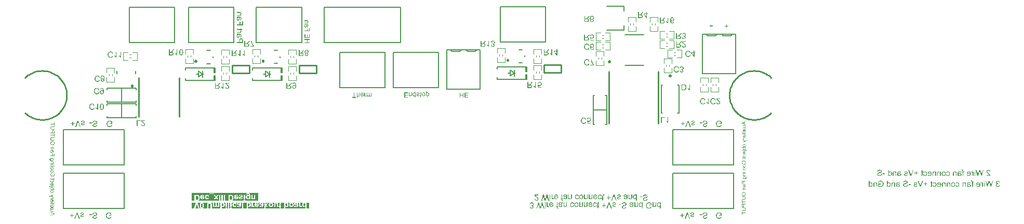
<source format=gbr>
%FSTAX26Y26*%
%MOMM*%
%SFA1B1*%

%IPPOS*%
%ADD45C,0.250000*%
%ADD46C,0.253999*%
%ADD47C,0.200000*%
%ADD48C,0.150000*%
%ADD49C,0.100000*%
%LNpcb1_legend_bot-1*%
%LPD*%
G36*
X05645454Y02789224D02*
X05672124Y02786684D01*
X05698159Y02782874*
X05722289Y02777159*
X05745149Y02771444*
X05766104Y02764459*
X05785789Y02756839*
X05803569Y02748584*
X05819444Y02740964*
X05834049Y02733344*
X05846114Y02726359*
X05856274Y02720009*
X05864529Y02714929*
X05870244Y02711119*
X05874054Y02707944*
X05875324Y02707309*
X05894374Y02690799*
X05912154Y02673019*
X05928029Y02653969*
X05943269Y02634284*
X05956604Y02613964*
X05968669Y02593644*
X05978829Y02573959*
X05988354Y02554274*
X05996609Y02536494*
X06003594Y02519349*
X06009309Y02504109*
X06013754Y02490774*
X06015659Y02485059*
X06017564Y02479979*
X06018834Y02475534*
X06020104Y02471724*
X06020739Y02468549*
X06021374Y02466644*
X06022009Y02465374*
Y02464739*
X05892469Y02431719*
X05886754Y02453944*
X05880404Y02474899*
X05873419Y02494584*
X05865164Y02512999*
X05856909Y02529509*
X05848654Y02544749*
X05839764Y02558719*
X05831509Y02570784*
X05823254Y02581579*
X05815634Y02591104*
X05808649Y02599359*
X05802299Y02605709*
X05797219Y02611424*
X05793409Y02614599*
X05790869Y02617139*
X05790234Y02617774*
X05775629Y02628569*
X05761024Y02638729*
X05745784Y02646984*
X05729909Y02653969*
X05714669Y02660319*
X05699429Y02665399*
X05684189Y02669209*
X05670219Y02673019*
X05656884Y02675559*
X05644819Y02677464*
X05634024Y02678734*
X05625134Y02679369*
X05617514Y02680004*
X05611799Y02680639*
X05606719*
X05590209Y02680004*
X05574334Y02678734*
X05558459Y02676194*
X05543219Y02673654*
X05528614Y02669844*
X05515279Y02666034*
X05502579Y02662224*
X05490514Y02657779*
X05479719Y02653334*
X05470194Y02649524*
X05461304Y02645714*
X05454319Y02641904*
X05448604Y02639364*
X05444794Y02636824*
X05441619Y02635554*
X05440984Y02634919*
X05427014Y02625394*
X05414314Y02615869*
X05402249Y02605074*
X05391454Y02593644*
X05381294Y02582214*
X05371769Y02570784*
X05363514Y02559354*
X05355894Y02547924*
X05349544Y02537129*
X05343829Y02527604*
X05338749Y02518714*
X05334939Y02511094*
X05331764Y02504744*
X05329859Y02499664*
X05328589Y02497124*
X05327954Y02495854*
X05321604Y02478074*
X05315889Y02459659*
X05311444Y02441244*
X05306999Y02422194*
X05303824Y02403779*
X05300649Y02385999*
X05298109Y02368219*
X05296204Y02351709*
X05294934Y02336469*
X05293664Y02322499*
X05293029Y02309799*
X05292394Y02299004*
X05291759Y02290114*
Y02283764*
Y02281224*
Y02279319*
Y02278684*
Y02278049*
X05292394Y02260269*
X05293029Y02242489*
X05296839Y02208199*
X05298744Y02191689*
X05301284Y02176449*
X05304459Y02161844*
X05306999Y02147874*
X05310174Y02135809*
X05312714Y02124379*
X05315254Y02114854*
X05317794Y02106599*
X05319699Y02099614*
X05320969Y02094534*
X05321604Y02091994*
X05322239Y02090724*
X05328589Y02074214*
X05335574Y02058339*
X05343829Y02043734*
X05352084Y02029764*
X05360974Y02017064*
X05369864Y02004999*
X05378754Y01994204*
X05387009Y01984044*
X05395899Y01975789*
X05403519Y01967534*
X05410504Y01961184*
X05416854Y01955469*
X05421934Y01951659*
X05425744Y01948484*
X05428284Y01946579*
X05428919Y01945944*
X05443524Y01936419*
X05458764Y01928164*
X05474639Y01921179*
X05489879Y01914829*
X05505754Y01909749*
X05521629Y01905304*
X05536869Y01901494*
X05551474Y01898954*
X05564809Y01896414*
X05577509Y01894509*
X05588304Y01893874*
X05598464Y01892604*
X05606084*
X05611799Y01891969*
X05616879*
X05634659Y01892604*
X05651804Y01893874*
X05668314Y01896414*
X05683554Y01899589*
X05698159Y01903399*
X05711494Y01907209*
X05723559Y01911654*
X05734989Y01916099*
X05745149Y01921179*
X05754039Y01925624*
X05761659Y01929434*
X05768009Y01933244*
X05773089Y01936419*
X05776264Y01938959*
X05778804Y01940229*
X05779439Y01940864*
X05791504Y01950389*
X05802299Y01961184*
X05812459Y01973249*
X05821984Y01985314*
X05830874Y01998014*
X05839129Y02011349*
X05846114Y02024049*
X05853099Y02036114*
X05858814Y02048179*
X05863894Y02059609*
X05868339Y02069769*
X05871514Y02078659*
X05874054Y02085644*
X05876594Y02091359*
X05877229Y02094534*
X05877864Y02095804*
X06005499Y02065959*
X05997244Y02041194*
X05988354Y02018334*
X05978194Y01996109*
X05967399Y01976424*
X05955969Y01957374*
X05943904Y01940229*
X05932474Y01924354*
X05921044Y01910384*
X05909614Y01897684*
X05899454Y01886889*
X05890564Y01877999*
X05882309Y01870379*
X05875324Y01864029*
X05870244Y01859584*
X05867069Y01857044*
X05865799Y01856409*
X05846749Y01843074*
X05826429Y01831644*
X05806109Y01821484*
X05785154Y01813229*
X05764199Y01805609*
X05743879Y01799894*
X05724194Y01794814*
X05705144Y01791004*
X05687364Y01787829*
X05670854Y01785289*
X05656249Y01784019*
X05644184Y01782749*
X05638469Y01782114*
X05633389*
X05629579Y01781479*
X05619419*
X05595289Y01782114*
X05572429Y01784019*
X05549569Y01787194*
X05527979Y01790369*
X05507659Y01795449*
X05487974Y01799894*
X05469559Y01805609*
X05452414Y01810689*
X05437174Y01816404*
X05423839Y01822119*
X05411774Y01826564*
X05401614Y01831009*
X05393359Y01834819*
X05387644Y01837994*
X05383834Y01839899*
X05382564Y01840534*
X05362879Y01851964*
X05344464Y01864664*
X05327319Y01877999*
X05311444Y01891969*
X05296839Y01906574*
X05282869Y01920544*
X05270804Y01934514*
X05259374Y01948484*
X05249849Y01961184*
X05240959Y01973249*
X05233974Y01984679*
X05227624Y01994204*
X05223179Y02001824*
X05219369Y02007539*
X05217464Y02011349*
X05216829Y02011984*
Y02012619*
X05206669Y02034209*
X05197779Y02056434*
X05189524Y02079294*
X05183174Y02102154*
X05177459Y02124379*
X05172379Y02146604*
X05168569Y02168194*
X05166029Y02188514*
X05163489Y02206929*
X05161584Y02224709*
X05160314Y02239949*
X05159044Y02253284*
Y02258999*
Y02264079*
X05158409Y02268524*
Y02271699*
Y02274874*
Y02276779*
Y02278049*
Y02278684*
X05159044Y02304719*
X05160949Y02330119*
X05163489Y02354884*
X05166664Y02378379*
X05170474Y02401239*
X05174919Y02422829*
X05179364Y02443149*
X05184444Y02461564*
X05188889Y02478709*
X05193334Y02494584*
X05197779Y02507919*
X05201589Y02519349*
X05205399Y02528239*
X05206669Y02532049*
X05207939Y02534589*
X05208574Y02537129*
X05209209Y02539034*
X05209844Y02539669*
Y02540304*
X05220004Y02562529*
X05231434Y02583484*
X05242864Y02602534*
X05255564Y02620949*
X05268264Y02637459*
X05280329Y02652699*
X05293029Y02666669*
X05305094Y02678734*
X05316524Y02690164*
X05326684Y02699689*
X05336209Y02707944*
X05344464Y02714294*
X05351449Y02719374*
X05356529Y02723184*
X05359704Y02725724*
X05360974Y02726359*
X05380024Y02737789*
X05400344Y02747314*
X05421299Y02756204*
X05442889Y02763189*
X05464479Y02769539*
X05485434Y02774619*
X05506389Y02779064*
X05526709Y02782239*
X05545124Y02785414*
X05562269Y02787319*
X05578144Y02788589*
X05591479Y02789224*
X05597194Y02789859*
X05602274*
X05606719Y02790494*
X05617514*
X05645454Y02789224*
G37*
G36*
X06461429Y02789859D02*
X06476034Y02789224D01*
X06503974Y02785414*
X06530009Y02779699*
X06554774Y02772079*
X06577634Y02763189*
X06598589Y02753029*
X06617639Y02742234*
X06635419Y02731439*
X06650659Y02720644*
X06663994Y02709849*
X06675424Y02699689*
X06684949Y02690799*
X06692569Y02683179*
X06697649Y02677464*
X06700824Y02673654*
X06702094Y02673019*
Y02672384*
X06716064Y02653969*
X06727494Y02634919*
X06738289Y02615234*
X06747179Y02595549*
X06754164Y02576499*
X06760514Y02557449*
X06765594Y02539034*
X06770039Y02521254*
X06773214Y02505379*
X06775754Y02490139*
X06777024Y02476804*
X06778294Y02465374*
X06778929Y02455849*
X06779564Y02452039*
Y02448864*
Y02446324*
Y02444419*
Y02443784*
Y02443149*
X06778294Y02417749*
X06775754Y02393619*
X06771309Y02370759*
X06765594Y02349169*
X06759244Y02328849*
X06751624Y02309799*
X06743369Y02292654*
X06735749Y02277414*
X06727494Y02263444*
X06719239Y02250744*
X06711619Y02240584*
X06705269Y02231694*
X06699554Y02224709*
X06695109Y02219629*
X06692569Y02217089*
X06691299Y02215819*
X06674154Y02199944*
X06657009Y02186609*
X06639229Y02174544*
X06620814Y02164384*
X06602399Y02155494*
X06584619Y02148509*
X06567474Y02142794*
X06550964Y02137714*
X06535089Y02134539*
X06521119Y02131364*
X06508419Y02129459*
X06497624Y02128189*
X06488099Y02127554*
X06481749Y02126919*
X06476034*
X06458254Y02127554*
X06440474Y02129459*
X06423329Y02132634*
X06406184Y02136444*
X06390309Y02140889*
X06375069Y02146604*
X06361099Y02151684*
X06347764Y02157399*
X06335064Y02163749*
X06324269Y02168829*
X06314744Y02173909*
X06306489Y02178989*
X06300139Y02182799*
X06295059Y02185974*
X06292519Y02187879*
X06291249Y02188514*
X06343954Y01925624*
X06733844*
Y01811324*
X06248069*
X06153454Y02312974*
X06265849Y02327579*
X06276644Y02312339*
X06288709Y02299004*
X06300774Y02287574*
X06312204Y02278049*
X06322999Y02269794*
X06327444Y02266619*
X06331254Y02264079*
X06334429Y02262174*
X06336969Y02260904*
X06338239Y02259634*
X06338874*
X06356654Y02250744*
X06375069Y02244394*
X06392849Y02239314*
X06409359Y02236139*
X06416344Y02234869*
X06423329Y02234234*
X06429044Y02233599*
X06434759*
X06438569Y02232964*
X06444284*
X06461429Y02233599*
X06477304Y02235504*
X06492544Y02238679*
X06507149Y02241854*
X06520484Y02246934*
X06532549Y02251379*
X06543979Y02257094*
X06554139Y02262174*
X06563664Y02267889*
X06571919Y02273604*
X06578269Y02278049*
X06584619Y02282494*
X06589064Y02286304*
X06592239Y02289479*
X06594144Y02291384*
X06594779Y02292019*
X06604939Y02303449*
X06613829Y02316149*
X06621449Y02328849*
X06628434Y02342184*
X06633514Y02355519*
X06638594Y02369489*
X06642404Y02382189*
X06645579Y02394889*
X06647484Y02406954*
X06649389Y02418384*
X06650659Y02428544*
X06651929Y02436799*
Y02443784*
X06652564Y02449499*
Y02452674*
Y02453944*
X06651929Y02473629*
X06650024Y02492679*
X06646849Y02509824*
X06643039Y02526334*
X06638594Y02542209*
X06633514Y02556179*
X06627799Y02569514*
X06622719Y02580944*
X06617004Y02591739*
X06611289Y02600629*
X06606209Y02608884*
X06601764Y02615234*
X06597954Y02620314*
X06594779Y02624124*
X06592874Y02626664*
X06592239Y02627299*
X06580809Y02638729*
X06568744Y02648889*
X06556679Y02657144*
X06543979Y02664764*
X06531914Y02671114*
X06519849Y02676194*
X06507784Y02680639*
X06496989Y02683814*
X06486194Y02686354*
X06476669Y02688894*
X06467779Y02690164*
X06460794Y02690799*
X06454444Y02691434*
X06449999Y02692069*
X06446189*
X06432854Y02691434*
X06420154Y02690164*
X06408089Y02687624*
X06396659Y02685084*
X06385864Y02681274*
X06375704Y02677464*
X06366179Y02673654*
X06357289Y02669209*
X06349669Y02664764*
X06342684Y02660954*
X06336969Y02657144*
X06331889Y02653334*
X06328079Y02650794*
X06325539Y02648254*
X06323634Y02646984*
X06322999Y02646349*
X06314109Y02636824*
X06305854Y02627299*
X06298234Y02616504*
X06291249Y02605074*
X06285534Y02593644*
X06280454Y02582214*
X06275374Y02570784*
X06271564Y02559989*
X06268389Y02549194*
X06265214Y02539669*
X06263309Y02530779*
X06261404Y02523159*
X06260134Y02516809*
X06258864Y02511729*
X06258229Y02509189*
Y02507919*
X06132499Y02518714*
X06135674Y02540939*
X06140119Y02562529*
X06145834Y02582849*
X06152819Y02601264*
X06159804Y02619044*
X06168059Y02635554*
X06176314Y02650159*
X06185204Y02663494*
X06193459Y02675559*
X06201079Y02686354*
X06208699Y02695244*
X06215049Y02702864*
X06220764Y02708579*
X06224574Y02713024*
X06227749Y02715564*
X06228384Y02716199*
X06244894Y02729534*
X06262039Y02740964*
X06279819Y02750489*
X06298234Y02759379*
X06316649Y02766364*
X06334429Y02772079*
X06352209Y02777159*
X06368719Y02780969*
X06384594Y02784144*
X06399834Y02786684*
X06412534Y02787954*
X06423964Y02789224*
X06433489Y02789859*
X06437299Y02790494*
X06446189*
X06461429Y02789859*
G37*
G36*
X22919055Y07257084D02*
X22841559D01*
X22835209Y07269149*
X2282825Y07280579*
X22819969Y07292644*
X2281174Y07304074*
X2279396Y07325664*
X2278507Y07335824*
X22776789Y07345984*
X2276856Y07354874*
X22760279Y07362494*
X2275332Y07369479*
X2274697Y07375829*
X2274189Y07380909*
X2273808Y07384084*
X2273554Y07386624*
X22734879Y07387259*
X22705669Y07411389*
X2267585Y07433614*
X2266061Y07443774*
X2264664Y07453299*
X22632009Y07462189*
X226187Y07469809*
X22606609Y07477429*
X22595179Y07483779*
X22585019Y07488859*
X22576155Y07493939*
X22568509Y07497114*
X22563429Y07500289*
X2256028Y07501559*
X2255901Y07502194*
Y07617764*
X225806Y07609509*
X2260219Y07599349*
X2262378Y07589189*
X2263394Y07584109*
X22643439Y07579029*
X22652355Y07574584*
X22659949Y07570139*
X22667569Y07566329*
X2267331Y07563154*
X2267839Y07559979*
X226822Y07558074*
X2268474Y07556804*
X22685375Y07556169*
X22698049Y07548549*
X22710775Y07540929*
X22722179Y07533309*
X22733Y07525689*
X2274316Y07518704*
X2275205Y07511719*
X2276094Y07505369*
X2276856Y07499019*
X22775519Y07493304*
X22781869Y07488224*
X22786975Y07483779*
X2279142Y07479969*
X22794569Y07476794*
X22797109Y07474889*
X22798379Y07473619*
X2279904Y07472984*
Y08236889*
X22919055*
Y07257084*
G37*
G36*
X21915729Y08236254D02*
X21930969Y08235619D01*
X219456Y08234349*
X21958909Y08233079*
X2197227Y08231809*
X21984309Y08229904*
X2199513Y08228634*
X2200529Y08227364*
X2201418Y08225459*
X220218Y08224189*
X2202815Y08222919*
X2203323Y08221649*
X2203704Y08221014*
X2203958Y08220379*
X22040189*
X2206498Y08213394*
X2207641Y08209584*
X22087179Y08205774*
X22098Y08201964*
X22107499Y08197519*
X22116389Y08193709*
X2212467Y08189899*
X22131629Y08186089*
X22137979Y08182279*
X2214372Y08179739*
X22148139Y08176564*
X22151975Y08174659*
X2215515Y08172754*
X2215642Y08172119*
X22157029Y08171484*
X22174809Y08158149*
X22191319Y08144179*
X22206559Y08129574*
X2221992Y08114969*
X22225609Y08108619*
X22230715Y08102904*
X2223516Y08097189*
X2223897Y08092744*
X22242119Y08088299*
X2224405Y08085759*
X2224532Y08083854*
X22245929Y08083219*
X22253575Y08072424*
X2226056Y08060994*
X2227326Y08036864*
X2228469Y08013369*
X2228977Y08001939*
X22294189Y07991144*
X22297999Y07980349*
X22301809Y07970824*
X2230501Y07962569*
X2230755Y07954949*
X22309429Y07949234*
X22310725Y07944789*
X22311969Y07942249*
Y07940979*
X22320859Y07907959*
X22327209Y07873669*
X2233168Y07840649*
X22333559Y07824774*
X22334829Y07809534*
X22336099Y07796199*
X2233676Y07783499*
X22337369Y07772069*
Y07761909*
X2233803Y07754289*
Y07748574*
Y07744764*
Y07743494*
X22337369Y07719364*
X22336099Y07695869*
X2233422Y07673644*
X22332289Y07652054*
X2232914Y07631734*
X22325965Y07612684*
X2232279Y07594904*
X2231898Y07579029*
X2231517Y07563789*
X22311969Y07550454*
X2230882Y07539024*
X22305619Y07529499*
X2230374Y07521879*
X22301809Y07516164*
X22300539Y07512989*
X2229993Y07511719*
X2229231Y07493304*
X22284029Y07475524*
X22275139Y07458379*
X2226564Y07442504*
X22256089Y07427899*
X2224659Y07413929*
X22237065Y07401864*
X22228175Y07389799*
X22219259Y07379639*
X2221103Y07370749*
X2220341Y07363129*
X2219706Y07356779*
X2219198Y07351699*
X22187509Y07347889*
X22184969Y07345349*
X2218436Y07344714*
X2217293Y07335824*
X221615Y07326934*
X22149409Y07319314*
X2213737Y07312329*
X22125279Y07305979*
X2211324Y07300264*
X2210181Y07295184*
X22090989Y07290739*
X22080829Y07286929*
X2207133Y07283754*
X2206244Y07280579*
X22055429Y07278674*
X2204974Y07276769*
X22045269Y07275499*
X22042729Y07274864*
X22041459*
X2202942Y07272324*
X2201672Y07270419*
X2200275Y07268514*
X2198878Y07266609*
X21960179Y07264069*
X219456Y07263434*
X2193163Y07262799*
X2191893Y07262164*
X21906839Y07261529*
X21895409*
X2188591Y07260894*
X21530919*
Y08236889*
X2188337*
X21915729Y08236254*
G37*
G36*
X19379539Y01923084D02*
X19302069D01*
X19295719Y01935149*
X1928876Y01946579*
X19280479Y01958644*
X1927225Y01970074*
X1925447Y01991664*
X1924558Y02001824*
X19237299Y02011984*
X1922907Y02020874*
X19220789Y02028494*
X1921383Y02035479*
X1920748Y02041829*
X192024Y02046909*
X1919859Y02050084*
X1919605Y02052624*
X19195415Y02053259*
X19166179Y02077389*
X1913636Y02099614*
X1912112Y02109774*
X1910715Y02119299*
X19092519Y02128189*
X1907921Y02135809*
X19067145Y02143429*
X19055689Y02149779*
X19045555Y02154859*
X19036639Y02159939*
X19029019Y02163114*
X19023965Y02166289*
X1902079Y02167559*
X1901952Y02168194*
Y02283764*
X1904111Y02275509*
X190627Y02265349*
X1908429Y02255189*
X1909445Y02250109*
X19103949Y02245029*
X19112839Y02240584*
X19120485Y02236139*
X19128079Y02232329*
X1913382Y02229154*
X191389Y02225979*
X1914271Y02224074*
X1914525Y02222804*
X19145859Y02222169*
X19158585Y02214549*
X19171285Y02206929*
X19182689Y02199309*
X1919351Y02191689*
X1920367Y02184704*
X1921256Y02177719*
X1922145Y02171369*
X1922907Y02165019*
X19236055Y02159304*
X19242379Y02154224*
X19247485Y02149779*
X1925193Y02145969*
X19255105Y02142794*
X19257619Y02140889*
X19258889Y02139619*
X1925955Y02138984*
Y02902889*
X19379539*
Y01923084*
G37*
G36*
X1882267Y02787954D02*
X1834134D01*
Y01926894*
X18212409*
Y02902889*
X1882267*
Y02787954*
G37*
G36*
X06380784Y19139204D02*
X06371259Y19124599D01*
X06361734Y19111264*
X06352209Y19097929*
X06342684Y19085864*
X06333159Y19074434*
X06324269Y19063639*
X06316014Y19054114*
X06308394Y19044589*
X06300774Y19036969*
X06293789Y19029349*
X06288074Y19023634*
X06282994Y19018554*
X06279184Y19014109*
X06276009Y19011569*
X06274104Y19009664*
X06273469Y19009029*
X06262674Y19000139*
X06249974Y18991249*
X06237274Y18983629*
X06224574Y18976009*
X06213144Y18969659*
X06208064Y18967119*
X06203619Y18965214*
X06200444Y18963309*
X06197904Y18962039*
X06195999Y18960769*
X06195364*
X06220764Y18956324*
X06244894Y18951244*
X06267119Y18945529*
X06287439Y18938544*
X06305854Y18931559*
X06322999Y18923939*
X06338874Y18916319*
X06352209Y18908699*
X06364274Y18901079*
X06375069Y18894094*
X06383959Y18887744*
X06390944Y18882029*
X06396659Y18877584*
X06400469Y18873774*
X06403009Y18871234*
X06403644Y18870599*
X06415709Y18856629*
X06425869Y18842659*
X06434759Y18827419*
X06442379Y18812814*
X06449364Y18798209*
X06454444Y18783604*
X06458889Y18768999*
X06462699Y18755664*
X06465239Y18742964*
X06467144Y18731534*
X06469049Y18720739*
X06469684Y18711849*
X06470319Y18704864*
X06470954Y18699149*
Y18695974*
Y18694704*
X06470319Y18680099*
X06469049Y18665494*
X06467144Y18651524*
X06464604Y18638189*
X06461429Y18625489*
X06458254Y18613424*
X06454444Y18601994*
X06450634Y18591199*
X06446824Y18581674*
X06443014Y18573419*
X06439839Y18565799*
X06436664Y18559449*
X06434124Y18554369*
X06432219Y18551194*
X06430949Y18548654*
X06430314Y18548019*
X06422694Y18535954*
X06413804Y18525159*
X06404914Y18514999*
X06396024Y18505474*
X06387134Y18497219*
X06378244Y18489599*
X06369354Y18482614*
X06361099Y18476899*
X06352844Y18471184*
X06345224Y18466739*
X06338874Y18463564*
X06333159Y18460389*
X06328079Y18457849*
X06324904Y18456579*
X06322364Y18455309*
X06321729*
X06308394Y18450864*
X06293789Y18446419*
X06277914Y18442609*
X06262039Y18440069*
X06229019Y18434989*
X06212509Y18433084*
X06196634Y18431814*
X06182029Y18430544*
X06168059Y18429909*
X06155359Y18429274*
X06144564*
X06135674Y18428639*
X05689904*
Y19404634*
X05819444*
Y18971564*
X05986449*
X06001689Y18972199*
X06013754Y18972834*
X06023914Y18973469*
X06031534Y18974739*
X06036614Y18975374*
X06039789Y18976009*
X06041059*
X06052489Y18979184*
X06062649Y18982994*
X06072809Y18987439*
X06081699Y18991884*
X06089319Y18995694*
X06095034Y18998869*
X06098844Y19001409*
X06100114Y19002044*
X06105829Y19005854*
X06111544Y19010299*
X06122974Y19019824*
X06133769Y19030619*
X06143929Y19041414*
X06152819Y19051574*
X06155994Y19056019*
X06159169Y19059829*
X06161709Y19063004*
X06163614Y19065544*
X06164884Y19066814*
X06165519Y19067449*
X06172504Y19076339*
X06180124Y19086499*
X06195364Y19108089*
X06211239Y19130314*
X06225844Y19151904*
X06232829Y19162064*
X06239179Y19171589*
X06244894Y19180479*
X06249339Y19187464*
X06253149Y19193814*
X06256324Y19198259*
X06258229Y19200799*
X06258864Y19202069*
X06388404Y19404634*
X06550329*
X06380784Y19139204*
G37*
G36*
X06974509Y19420509D02*
X06990384Y19419239D01*
X07005624Y19417334*
X07019594Y19414794*
X07033564Y19411619*
X07046899Y19407809*
X07058964Y19404634*
X07069759Y19400189*
X07079919Y19396379*
X07088809Y19393204*
X07097064Y19389394*
X07103414Y19386219*
X07108494Y19383679*
X07112304Y19381774*
X07114844Y19380504*
X07115479Y19379869*
X07128179Y19371614*
X07140244Y19362724*
X07151039Y19353199*
X07161834Y19343039*
X07171359Y19333514*
X07180249Y19323354*
X07188504Y19313194*
X07195489Y19303669*
X07202474Y19294779*
X07208189Y19286524*
X07212634Y19278904*
X07217079Y19271919*
X07220254Y19266839*
X07222159Y19262394*
X07223429Y19259854*
X07224064Y19259219*
X07231049Y19243979*
X07237399Y19228739*
X07242479Y19214134*
X07246924Y19198894*
X07251369Y19184289*
X07254544Y19170319*
X07257084Y19156349*
X07258989Y19143649*
X07260894Y19131584*
X07262164Y19120789*
X07262799Y19111264*
X07263434Y19103644*
X07264069Y19096659*
Y19091579*
Y19089039*
Y19087769*
X07263434Y19062369*
X07260259Y19037604*
X07256449Y19014744*
X07250734Y18993154*
X07244384Y18972834*
X07237399Y18954419*
X07229779Y18937274*
X07222159Y18921399*
X07213904Y18907429*
X07206284Y18895364*
X07199299Y18884569*
X07192949Y18875679*
X07187234Y18868694*
X07183424Y18863614*
X07180884Y18861074*
X07179614Y18859804*
X07163104Y18844564*
X07146594Y18830594*
X07129449Y18819164*
X07112304Y18809004*
X07094524Y18800114*
X07078014Y18793129*
X07061504Y18787414*
X07045629Y18782334*
X07031024Y18779159*
X07017689Y18775984*
X07005624Y18774079*
X06995464Y18772809*
X06986574Y18772174*
X06980224Y18771539*
X06975144*
X06962444Y18772174*
X06949744Y18772809*
X06925614Y18776619*
X06914184Y18779159*
X06903389Y18781699*
X06893229Y18784874*
X06883704Y18787414*
X06874814Y18790589*
X06867194Y18793764*
X06860209Y18796304*
X06854494Y18798844*
X06850049Y18800749*
X06846239Y18802654*
X06844334Y18803289*
X06843699Y18803924*
X06832269Y18810274*
X06821474Y18817259*
X06801154Y18832499*
X06791629Y18840754*
X06782739Y18849009*
X06775119Y18856629*
X06767499Y18864884*
X06761149Y18871869*
X06755434Y18878854*
X06750354Y18885204*
X06745909Y18890919*
X06742734Y18895364*
X06740194Y18898539*
X06738924Y18901079*
X06738289Y18901714*
X06738924Y18875044*
X06740194Y18849644*
X06742099Y18826149*
X06744004Y18804559*
X06746544Y18784239*
X06749719Y18765824*
X06752259Y18748679*
X06755434Y18733439*
X06758609Y18720104*
X06761784Y18708674*
X06764324Y18698514*
X06766864Y18690259*
X06768769Y18683909*
X06770674Y18679464*
X06771309Y18676289*
X06771944Y18675654*
X06778294Y18661049*
X06785279Y18647714*
X06792264Y18635014*
X06799884Y18623584*
X06807504Y18612789*
X06814489Y18602629*
X06822109Y18593739*
X06829094Y18585484*
X06835444Y18578499*
X06841794Y18572149*
X06847509Y18567069*
X06851954Y18562624*
X06855764Y18559449*
X06858939Y18556909*
X06860844Y18555639*
X06861479Y18555004*
X06869734Y18549289*
X06877989Y18544209*
X06886879Y18540399*
X06895134Y18536589*
X06912279Y18530874*
X06928154Y18527064*
X06935139Y18525794*
X06941489Y18525159*
X06947204Y18523889*
X06952284*
X06956094Y18523254*
X06961809*
X06975144Y18523889*
X06987844Y18525159*
X06999274Y18527699*
X07010704Y18531509*
X07021499Y18535319*
X07031024Y18539764*
X07040549Y18544209*
X07048804Y18548654*
X07056424Y18553734*
X07062774Y18558179*
X07068489Y18562624*
X07072934Y18566434*
X07076744Y18569609*
X07079919Y18572149*
X07081189Y18574054*
X07081824Y18574689*
X07086904Y18581039*
X07091984Y18588024*
X07101509Y18603899*
X07109129Y18621044*
X07115479Y18637554*
X07118654Y18645809*
X07120559Y18652794*
X07123099Y18659779*
X07124369Y18665494*
X07125639Y18669939*
X07126909Y18673749*
X07127544Y18676289*
Y18676924*
X07246289Y18667399*
X07243114Y18646444*
X07238034Y18627394*
X07232954Y18608979*
X07226604Y18591834*
X07219619Y18575959*
X07211999Y18561354*
X07204379Y18548019*
X07196759Y18535954*
X07189139Y18525159*
X07182154Y18515634*
X07175804Y18508014*
X07170089Y18501664*
X07165009Y18495949*
X07161199Y18492774*
X07158659Y18490234*
X07158024Y18489599*
X07144054Y18478169*
X07128814Y18468009*
X07113574Y18459754*
X07097699Y18452134*
X07081824Y18445784*
X07065949Y18440704*
X07050709Y18436259*
X07036104Y18433084*
X07022134Y18430544*
X07009434Y18428004*
X06998639Y18426734*
X06988479Y18426099*
X06980224Y18425464*
X06974509Y18424829*
X06955459*
X06941489Y18426099*
X06914819Y18429909*
X06889419Y18434989*
X06865924Y18441974*
X06844334Y18450864*
X06824014Y18460389*
X06805599Y18470549*
X06788454Y18480709*
X06773849Y18490869*
X06760514Y18501029*
X06749719Y18510554*
X06740194Y18518809*
X06733209Y18526429*
X06728129Y18531509*
X06724954Y18535319*
X06723684Y18535954*
Y18536589*
X06714159Y18549289*
X06705269Y18562624*
X06697014Y18576594*
X06689394Y18591199*
X06675424Y18622314*
X06663359Y18654699*
X06653199Y18688989*
X06644309Y18723279*
X06637324Y18756934*
X06632244Y18790589*
X06627799Y18822339*
X06625894Y18836944*
X06624624Y18851549*
X06623354Y18865519*
X06622084Y18878219*
X06621449Y18890284*
X06620814Y18901714*
X06620179Y18911874*
X06619544Y18920764*
Y18929019*
X06618909Y18935369*
Y18941084*
Y18944894*
Y18947434*
Y18948069*
Y18971564*
X06620179Y18993789*
X06621449Y19015379*
X06622719Y19036334*
X06625259Y19056654*
X06627799Y19075704*
X06630339Y19094119*
X06633514Y19111899*
X06637324Y19128409*
X06641134Y19144284*
X06644944Y19159524*
X06648754Y19174129*
X06653199Y19188099*
X06657644Y19200799*
X06662089Y19213499*
X06666534Y19224929*
X06670979Y19235089*
X06674789Y19245249*
X06679234Y19254774*
X06683679Y19263029*
X06687489Y19270649*
X06691299Y19278269*
X06695109Y19284619*
X06698919Y19290334*
X06702094Y19295414*
X06704634Y19299224*
X06707174Y19303034*
X06709714Y19306209*
X06710984Y19308114*
X06712254Y19310019*
X06713524Y19310654*
Y19311289*
X06722414Y19321449*
X06731939Y19330339*
X06750989Y19347484*
X06771309Y19362089*
X06791629Y19374789*
X06811949Y19385584*
X06832269Y19394474*
X06852589Y19401459*
X06871004Y19407174*
X06889419Y19411619*
X06905929Y19415429*
X06920534Y19417969*
X06933234Y19419239*
X06938949Y19419874*
X06943394Y19420509*
X06947839*
X06951649Y19421144*
X06957999*
X06974509Y19420509*
G37*
G36*
X-74484534Y05075224D02*
X-74457864Y05072684D01*
X-74431829Y05068874*
X-74407699Y05063159*
X-74384839Y05057444*
X-74363884Y05050459*
X-74344199Y05042839*
X-74326419Y05034584*
X-74310544Y05026964*
X-74295939Y05019344*
X-74283874Y05012359*
X-74273714Y05006009*
X-74265459Y05000929*
X-74259744Y04997119*
X-74255934Y04993944*
X-74254664Y04993309*
X-74235614Y04976799*
X-74217834Y04959019*
X-74201959Y04939969*
X-74186719Y04920284*
X-74173384Y04899964*
X-74161319Y04879644*
X-74151159Y04859959*
X-74141634Y04840274*
X-74133379Y04822494*
X-74126394Y04805349*
X-74120679Y04790109*
X-74116234Y04776774*
X-74114329Y04771059*
X-74112424Y04765979*
X-74111154Y04761534*
X-74109884Y04757724*
X-74109249Y04754549*
X-74108614Y04752644*
X-74107979Y04751374*
Y04750739*
X-74237519Y04717719*
X-74243234Y04739944*
X-74249584Y04760899*
X-74256569Y04780584*
X-74264824Y04798999*
X-74273079Y04815509*
X-74281334Y04830749*
X-74290224Y04844719*
X-74298479Y04856784*
X-74306734Y04867579*
X-74314354Y04877104*
X-74321339Y04885359*
X-74327689Y04891709*
X-74332769Y04897424*
X-74336579Y04900599*
X-74339119Y04903139*
X-74339754Y04903774*
X-74354359Y04914569*
X-74368964Y04924729*
X-74384204Y04932984*
X-74400079Y04939969*
X-74415319Y04946319*
X-74430559Y04951399*
X-74445799Y04955209*
X-74459769Y04959019*
X-74473104Y04961559*
X-74485169Y04963464*
X-74495964Y04964734*
X-74504854Y04965369*
X-74512474Y04966004*
X-74518189Y04966639*
X-74523269*
X-74539779Y04966004*
X-74555654Y04964734*
X-74571529Y04962194*
X-74586769Y04959654*
X-74601374Y04955844*
X-74614709Y04952034*
X-74627409Y04948224*
X-74639474Y04943779*
X-74650269Y04939334*
X-74659794Y04935524*
X-74668684Y04931714*
X-74675669Y04927904*
X-74681384Y04925364*
X-74685194Y04922824*
X-74688369Y04921554*
X-74689004Y04920919*
X-74702974Y04911394*
X-74715674Y04901869*
X-74727739Y04891074*
X-74738534Y04879644*
X-74748694Y04868214*
X-74758219Y04856784*
X-74766474Y04845354*
X-74774094Y04833924*
X-74780444Y04823129*
X-74786159Y04813604*
X-74791239Y04804714*
X-74795049Y04797094*
X-74798224Y04790744*
X-74800129Y04785664*
X-74801399Y04783124*
X-74802034Y04781854*
X-74808384Y04764074*
X-74814099Y04745659*
X-74818544Y04727244*
X-74822989Y04708194*
X-74826164Y04689779*
X-74829339Y04671999*
X-74831879Y04654219*
X-74833784Y04637709*
X-74835054Y04622469*
X-74836324Y04608499*
X-74836959Y04595799*
X-74837594Y04585004*
X-74838229Y04576114*
Y04569764*
Y04567224*
Y04565319*
Y04564684*
Y04564049*
X-74837594Y04546269*
X-74836959Y04528489*
X-74833149Y04494199*
X-74831244Y04477689*
X-74828704Y04462449*
X-74825529Y04447844*
X-74822989Y04433874*
X-74819814Y04421809*
X-74817274Y04410379*
X-74814734Y04400854*
X-74812194Y04392599*
X-74810289Y04385614*
X-74809019Y04380534*
X-74808384Y04377994*
X-74807749Y04376724*
X-74801399Y04360214*
X-74794414Y04344339*
X-74786159Y04329734*
X-74777904Y04315764*
X-74769014Y04303064*
X-74760124Y04290999*
X-74751234Y04280204*
X-74742979Y04270044*
X-74734089Y04261789*
X-74726469Y04253534*
X-74719484Y04247184*
X-74713134Y04241469*
X-74708054Y04237659*
X-74704244Y04234484*
X-74701704Y04232579*
X-74701069Y04231944*
X-74686464Y04222419*
X-74671224Y04214164*
X-74655349Y04207179*
X-74640109Y04200829*
X-74624234Y04195749*
X-74608359Y04191304*
X-74593119Y04187494*
X-74578514Y04184954*
X-74565179Y04182414*
X-74552479Y04180509*
X-74541684Y04179874*
X-74531524Y04178604*
X-74523904*
X-74518189Y04177969*
X-74513109*
X-74495329Y04178604*
X-74478184Y04179874*
X-74461674Y04182414*
X-74446434Y04185589*
X-74431829Y04189399*
X-74418494Y04193209*
X-74406429Y04197654*
X-74394999Y04202099*
X-74384839Y04207179*
X-74375949Y04211624*
X-74368329Y04215434*
X-74361979Y04219244*
X-74356899Y04222419*
X-74353724Y04224959*
X-74351184Y04226229*
X-74350549Y04226864*
X-74338484Y04236389*
X-74327689Y04247184*
X-74317529Y04259249*
X-74308004Y04271314*
X-74299114Y04284014*
X-74290859Y04297349*
X-74283874Y04310049*
X-74276889Y04322114*
X-74271174Y04334179*
X-74266094Y04345609*
X-74261649Y04355769*
X-74258474Y04364659*
X-74255934Y04371644*
X-74253394Y04377359*
X-74252759Y04380534*
X-74252124Y04381804*
X-74124489Y04351959*
X-74132744Y04327194*
X-74141634Y04304334*
X-74151794Y04282109*
X-74162589Y04262424*
X-74174019Y04243374*
X-74186084Y04226229*
X-74197514Y04210354*
X-74208944Y04196384*
X-74220374Y04183684*
X-74230534Y04172889*
X-74239424Y04163999*
X-74247679Y04156379*
X-74254664Y04150029*
X-74259744Y04145584*
X-74262919Y04143044*
X-74264189Y04142409*
X-74283239Y04129074*
X-74303559Y04117644*
X-74323879Y04107484*
X-74344834Y04099229*
X-74365789Y04091609*
X-74386109Y04085894*
X-74405794Y04080814*
X-74424844Y04077004*
X-74442624Y04073829*
X-74459134Y04071289*
X-74473739Y04070019*
X-74485804Y04068749*
X-74491519Y04068114*
X-74496599*
X-74500409Y04067479*
X-74510569*
X-74534699Y04068114*
X-74557559Y04070019*
X-74580419Y04073194*
X-74602009Y04076369*
X-74622329Y04081449*
X-74642014Y04085894*
X-74660429Y04091609*
X-74677574Y04096689*
X-74692814Y04102404*
X-74706149Y04108119*
X-74718214Y04112564*
X-74728374Y04117009*
X-74736629Y04120819*
X-74742344Y04123994*
X-74746154Y04125899*
X-74747424Y04126534*
X-74767109Y04137964*
X-74785524Y04150664*
X-74802669Y04163999*
X-74818544Y04177969*
X-74833149Y04192574*
X-74847119Y04206544*
X-74859184Y04220514*
X-74870614Y04234484*
X-74880139Y04247184*
X-74889029Y04259249*
X-74896014Y04270679*
X-74902364Y04280204*
X-74906809Y04287824*
X-74910619Y04293539*
X-74912524Y04297349*
X-74913159Y04297984*
Y04298619*
X-74923319Y04320209*
X-74932209Y04342434*
X-74940464Y04365294*
X-74946814Y04388154*
X-74952529Y04410379*
X-74957609Y04432604*
X-74961419Y04454194*
X-74963959Y04474514*
X-74966499Y04492929*
X-74968404Y04510709*
X-74969674Y04525949*
X-74970944Y04539284*
Y04544999*
Y04550079*
X-74971579Y04554524*
Y04557699*
Y04560874*
Y04562779*
Y04564049*
Y04564684*
X-74970944Y04590719*
X-74969039Y04616119*
X-74966499Y04640884*
X-74963324Y04664379*
X-74959514Y04687239*
X-74955069Y04708829*
X-74950624Y04729149*
X-74945544Y04747564*
X-74941099Y04764709*
X-74936654Y04780584*
X-74932209Y04793919*
X-74928399Y04805349*
X-74924589Y04814239*
X-74923319Y04818049*
X-74922049Y04820589*
X-74921414Y04823129*
X-74920779Y04825034*
X-74920144Y04825669*
Y04826304*
X-74909984Y04848529*
X-74898554Y04869484*
X-74887124Y04888534*
X-74874424Y04906949*
X-74861724Y04923459*
X-74849659Y04938699*
X-74836959Y04952669*
X-74824894Y04964734*
X-74813464Y04976164*
X-74803304Y04985689*
X-74793779Y04993944*
X-74785524Y05000294*
X-74778539Y05005374*
X-74773459Y05009184*
X-74770284Y05011724*
X-74769014Y05012359*
X-74749964Y05023789*
X-74729644Y05033314*
X-74708689Y05042204*
X-74687099Y05049189*
X-74665509Y05055539*
X-74644554Y05060619*
X-74623599Y05065064*
X-74603279Y05068239*
X-74584864Y05071414*
X-74567719Y05073319*
X-74551844Y05074589*
X-74538509Y05075224*
X-74532794Y05075859*
X-74527714*
X-74523269Y05076494*
X-74512474*
X-74484534Y05075224*
G37*
G36*
X-73546004Y04080179D02*
X-73623474D01*
X-73629824Y04092244*
X-73636809Y04103674*
X-73645064Y04115739*
X-73653319Y04127169*
X-73671099Y04148759*
X-73679989Y04158919*
X-73688244Y04169079*
X-73696499Y04177969*
X-73704754Y04185589*
X-73711739Y04192574*
X-73718089Y04198924*
X-73723169Y04204004*
X-73726979Y04207179*
X-73729519Y04209719*
X-73730154Y04210354*
X-73759364Y04234484*
X-73789209Y04256709*
X-73804449Y04266869*
X-73818419Y04276394*
X-73833024Y04285284*
X-73846359Y04292904*
X-73858424Y04300524*
X-73869854Y04306874*
X-73880014Y04311954*
X-73888904Y04317034*
X-73896524Y04320209*
X-73901604Y04323384*
X-73904779Y04324654*
X-73906049Y04325289*
Y04440859*
X-73884459Y04432604*
X-73862869Y04422444*
X-73841279Y04412284*
X-73831119Y04407204*
X-73821594Y04402124*
X-73812704Y04397679*
X-73805084Y04393234*
X-73797464Y04389424*
X-73791749Y04386249*
X-73786669Y04383074*
X-73782859Y04381169*
X-73780319Y04379899*
X-73779684Y04379264*
X-73766984Y04371644*
X-73754284Y04364024*
X-73742854Y04356404*
X-73732059Y04348784*
X-73721899Y04341799*
X-73713009Y04334814*
X-73704119Y04328464*
X-73696499Y04322114*
X-73689514Y04316399*
X-73683164Y04311319*
X-73678084Y04306874*
X-73673639Y04303064*
X-73670464Y04299889*
X-73667924Y04297984*
X-73666654Y04296714*
X-73666019Y04296079*
Y05059984*
X-73546004*
Y04080179*
G37*
G36*
X-72900844Y05075859D02*
X-72881794Y05073954D01*
X-72864014Y05071414*
X-72847504Y05067604*
X-72831629Y05063159*
X-72817024Y05058079*
X-72803689Y05052999*
X-72791624Y05047919*
X-72780829Y05042839*
X-72771304Y05037124*
X-72763049Y05032679*
X-72756064Y05028234*
X-72750349Y05024424*
X-72746539Y05021884*
X-72743999Y05019979*
X-72743364Y05019344*
X-72730664Y05007914*
X-72718599Y04995849*
X-72707169Y04982514*
X-72697009Y04969179*
X-72687484Y04955844*
X-72679229Y04942509*
X-72670974Y04929174*
X-72663989Y04915839*
X-72658274Y04903774*
X-72652559Y04892344*
X-72648114Y04882184*
X-72644304Y04873294*
X-72641764Y04866309*
X-72639859Y04860594*
X-72638589Y04857419*
X-72637954Y04856149*
X-72631604Y04835829*
X-72625889Y04814239*
X-72621444Y04791379*
X-72617634Y04768519*
X-72611284Y04722164*
X-72608744Y04699304*
X-72606839Y04677714*
X-72605569Y04657394*
X-72604299Y04638344*
X-72603664Y04621834*
X-72603029Y04614214*
Y04607229*
Y04600879*
X-72602394Y04595164*
Y04590084*
Y04586274*
Y04583099*
Y04580559*
Y04579289*
Y04578654*
Y04551984*
X-72603029Y04527219*
X-72604299Y04503724*
X-72605569Y04481499*
X-72607474Y04461179*
X-72609379Y04442129*
X-72611284Y04424984*
X-72613189Y04409109*
X-72615729Y04395139*
X-72617634Y04383074*
X-72619539Y04372279*
X-72620809Y04364024*
X-72622714Y04357039*
X-72623349Y04351959*
X-72624619Y04349419*
Y04348149*
X-72629064Y04332274*
X-72633509Y04317034*
X-72637954Y04303064*
X-72643034Y04289094*
X-72648114Y04276394*
X-72653194Y04264329*
X-72658274Y04253534*
X-72662719Y04243374*
X-72667164Y04234484*
X-72671609Y04226229*
X-72675419Y04219244*
X-72678594Y04213529*
X-72681134Y04209084*
X-72683039Y04205274*
X-72684309Y04203369*
X-72684944Y04202734*
X-72692564Y04191939*
X-72700184Y04181779*
X-72708439Y04172254*
X-72716694Y04163364*
X-72724949Y04155109*
X-72733204Y04147489*
X-72740824Y04141139*
X-72748444Y04134789*
X-72755429Y04129709*
X-72761779Y04124629*
X-72768129Y04120819*
X-72772574Y04117644*
X-72777019Y04115104*
X-72780194Y04113199*
X-72782099Y04112564*
X-72782734Y04111929*
X-72794164Y04106214*
X-72805594Y04101134*
X-72817659Y04097324*
X-72829089Y04093514*
X-72851949Y04087799*
X-72863379Y04085894*
X-72873539Y04083989*
X-72883699Y04082719*
X-72892589Y04082084*
X-72900209Y04080814*
X-72907194*
X-72912909Y04080179*
X-72920529*
X-72940214Y04080814*
X-72958629Y04082719*
X-72976409Y04085259*
X-72992919Y04089069*
X-73008794Y04093514*
X-73023399Y04097959*
X-73036734Y04103674*
X-73048799Y04108754*
X-73060229Y04113834*
X-73069754Y04118914*
X-73078009Y04123994*
X-73084994Y04128439*
X-73090709Y04132249*
X-73094519Y04134789*
X-73097059Y04136694*
X-73097694Y04137329*
X-73110394Y04148759*
X-73122459Y04160824*
X-73133254Y04173524*
X-73143414Y04186859*
X-73152939Y04200194*
X-73161829Y04214164*
X-73169449Y04226864*
X-73176434Y04240199*
X-73182784Y04252264*
X-73187864Y04263694*
X-73192944Y04273854*
X-73196119Y04282744*
X-73199294Y04289729*
X-73201199Y04295444*
X-73202469Y04298619*
X-73203104Y04299889*
X-73209454Y04320209*
X-73214534Y04341799*
X-73219614Y04364659*
X-73223424Y04388154*
X-73229774Y04434509*
X-73232314Y04456734*
X-73234219Y04478959*
X-73235489Y04499279*
X-73236759Y04518329*
X-73237394Y04535474*
X-73238029Y04543094*
Y04550079*
Y04556429*
X-73238664Y04562144*
Y04566589*
Y04571034*
Y04574209*
Y04576749*
Y04578019*
Y04578654*
Y04604054*
X-73237394Y04628184*
X-73236124Y04651679*
X-73234219Y04674539*
X-73232314Y04696129*
X-73229774Y04717084*
X-73226599Y04737404*
X-73223424Y04756454*
X-73220249Y04774869*
X-73216439Y04792649*
X-73211994Y04809159*
X-73208184Y04825034*
X-73203739Y04840274*
X-73199294Y04854244*
X-73194849Y04867579*
X-73190404Y04880279*
X-73185959Y04891709*
X-73181514Y04903139*
X-73177069Y04913299*
X-73172624Y04922189*
X-73168814Y04931079*
X-73164369Y04938699*
X-73160559Y04945684*
X-73157384Y04952034*
X-73154209Y04957749*
X-73151034Y04962194*
X-73148494Y04966639*
X-73145954Y04969814*
X-73144684Y04972354*
X-73143414Y04974259*
X-73142144Y04974894*
Y04975529*
X-73126269Y04993309*
X-73109759Y05008549*
X-73091979Y05022519*
X-73073564Y05033949*
X-73055149Y05043474*
X-73036734Y05051729*
X-73018319Y05058714*
X-73001174Y05063794*
X-72984664Y05068239*
X-72969424Y05071414*
X-72955454Y05073319*
X-72944024Y05074589*
X-72933864Y05075859*
X-72930054*
X-72926879Y05076494*
X-72920529*
X-72900844Y05075859*
G37*
G36*
X-71471129Y13584224D02*
X-71444485Y13581684D01*
X-7141845Y13577874*
X-7139432Y13572159*
X-7137146Y13566444*
X-71350479Y13559459*
X-7133082Y13551839*
X-7131304Y13543584*
X-71297165Y13535964*
X-7128256Y13528344*
X-71270469Y13521359*
X-71260309Y13515009*
X-7125208Y13509929*
X-71246339Y13506119*
X-71242529Y13502944*
X-71241259Y13502309*
X-71222209Y13485799*
X-71204429Y13468019*
X-7118858Y13448969*
X-7117334Y13429284*
X-71159979Y13408964*
X-7114794Y13388644*
X-7113778Y13368959*
X-71128229Y13349274*
X-7112Y13331494*
X-71113015Y13314349*
X-711073Y13299109*
X-71102829Y13285774*
X-7110095Y13280059*
X-71099019Y13274979*
X-71097749Y13270534*
X-71096479Y13266724*
X-7109587Y13263549*
X-71095235Y13261644*
X-710946Y13260374*
Y13259739*
X-7122414Y13226719*
X-71229829Y13248944*
X-71236179Y13269899*
X-7124319Y13289584*
X-71251419Y13307999*
X-712597Y13324509*
X-71267929Y13339749*
X-71276819Y13353719*
X-712851Y13365784*
X-71293329Y13376579*
X-71300949Y13386104*
X-7130796Y13394359*
X-7131431Y13400709*
X-7131939Y13406424*
X-713232Y13409599*
X-7132574Y13412139*
X-71326349Y13412774*
X-7134098Y13423569*
X-71355559Y13433729*
X-71370799Y13441984*
X-713867Y13448969*
X-7140194Y13455319*
X-7141718Y13460399*
X-7143242Y13464209*
X-7144639Y13468019*
X-71459725Y13470559*
X-7147179Y13472464*
X-71482585Y13473734*
X-71491449Y13474369*
X-71499069Y13475004*
X-7150481Y13475639*
X-7150989*
X-715264Y13475004*
X-71542275Y13473734*
X-7155815Y13471194*
X-7157339Y13468654*
X-71587969Y13464844*
X-7160133Y13461034*
X-7161403Y13457224*
X-71626069Y13452779*
X-7163689Y13448334*
X-71646415Y13444524*
X-71655279Y13440714*
X-7166229Y13436904*
X-71667979Y13434364*
X-71671815Y13431824*
X-7167499Y13430554*
X-71675599Y13429919*
X-71689569Y13420394*
X-71702269Y13410869*
X-7171436Y13400074*
X-71725129Y13388644*
X-71735315Y13377214*
X-7174484Y13365784*
X-71753095Y13354354*
X-71760715Y13342924*
X-71767065Y13332129*
X-7177278Y13322604*
X-7177786Y13313714*
X-7178167Y13306094*
X-71784819Y13299744*
X-7178675Y13294664*
X-7178802Y13292124*
X-71788629Y13290854*
X-71794979Y13273074*
X-7180072Y13254659*
X-71805165Y13236244*
X-7180961Y13217194*
X-71812759Y13198779*
X-7181596Y13180999*
X-718185Y13163219*
X-71820379Y13146709*
X-71821649Y13131469*
X-71822919Y13117499*
X-7182358Y13104799*
X-71824189Y13094004*
X-7182485Y13085114*
Y13078764*
Y13076224*
Y13074319*
Y13073684*
Y13073049*
X-71824189Y13055269*
X-7182358Y13037489*
X-7181977Y13003199*
X-71817839Y12986689*
X-71815325Y12971449*
X-7181215Y12956844*
X-7180961Y12942874*
X-71806409Y12930809*
X-71803869Y12919379*
X-71801329Y12909854*
X-71798815Y12901599*
X-7179691Y12894614*
X-7179564Y12889534*
X-71794979Y12886994*
X-7179437Y12885724*
X-7178802Y12869214*
X-71781035Y12853339*
X-7177278Y12838734*
X-71764525Y12824764*
X-71755609Y12812064*
X-71746719Y12799999*
X-71737829Y12789204*
X-717296Y12779044*
X-7172071Y12770789*
X-7171309Y12762534*
X-71706079Y12756184*
X-71699729Y12750469*
X-71694675Y12746659*
X-71690865Y12743484*
X-71688325Y12741579*
X-7168769Y12740944*
X-71673085Y12731419*
X-71657819Y12723164*
X-7164197Y12716179*
X-7162673Y12709829*
X-71610829Y12704749*
X-7159498Y12700304*
X-7157974Y12696494*
X-71565109Y12693954*
X-715518Y12691414*
X-715391Y12689509*
X-71528279Y12688874*
X-71518119Y12687604*
X-71510525*
X-7150481Y12686969*
X-7149973*
X-7148195Y12687604*
X-71464779Y12688874*
X-71448295Y12691414*
X-71433029Y12694589*
X-7141845Y12698399*
X-71405115Y12702209*
X-7139305Y12706654*
X-7138162Y12711099*
X-7137146Y12716179*
X-7136257Y12720624*
X-7135495Y12724434*
X-713486Y12728244*
X-7134352Y12731419*
X-71340319Y12733959*
X-71337779Y12735229*
X-7133717Y12735864*
X-71325079Y12745389*
X-7131431Y12756184*
X-7130415Y12768249*
X-71294599Y12780314*
X-71285735Y12793014*
X-7127748Y12806349*
X-71270469Y12819049*
X-7126351Y12831114*
X-71257795Y12843179*
X-71252715Y12854609*
X-7124827Y12864769*
X-71245069Y12873659*
X-71242529Y12880644*
X-71239989Y12886359*
X-7123938Y12889534*
X-71238719Y12890804*
X-7111111Y12860959*
X-71119365Y12836194*
X-71128229Y12813334*
X-71138415Y12791109*
X-7114921Y12771424*
X-7116064Y12752374*
X-71172679Y12735229*
X-71184109Y12719354*
X-71195565Y12705384*
X-71206969Y12692684*
X-71217129Y12681889*
X-71226019Y12672999*
X-712343Y12665379*
X-71241259Y12659029*
X-71246339Y12654584*
X-7124954Y12652044*
X-7125081Y12651409*
X-7126986Y12638074*
X-7129018Y12626644*
X-713105Y12616484*
X-71331429Y12608229*
X-7135241Y12600609*
X-7137273Y12594894*
X-71392389Y12589814*
X-71411465Y12586004*
X-71429219Y12582829*
X-71445729Y12580289*
X-7146036Y12579019*
X-71472425Y12577749*
X-7147814Y12577114*
X-7148322*
X-7148703Y12576479*
X-7149719*
X-7152132Y12577114*
X-7154418Y12579019*
X-7156704Y12582194*
X-7158863Y12585369*
X-7160895Y12590449*
X-71628635Y12594894*
X-7164705Y12600609*
X-71664169Y12605689*
X-71679409Y12611404*
X-7169277Y12617119*
X-71704835Y12621564*
X-71714995Y12626009*
X-7172325Y12629819*
X-71728965Y12632994*
X-71732775Y12634899*
X-71734019Y12635534*
X-7175373Y12646964*
X-71772119Y12659664*
X-7178929Y12672999*
X-71805165Y12686969*
X-7181977Y12701574*
X-7183374Y12715544*
X-71845779Y12729514*
X-71857235Y12743484*
X-7186676Y12756184*
X-7187565Y12768249*
X-71882609Y12779679*
X-71888959Y12789204*
X-7189343Y12796824*
X-7189724Y12802539*
X-71899119Y12806349*
X-7189978Y12806984*
Y12807619*
X-7190994Y12829209*
X-7191883Y12851434*
X-71927059Y12874294*
X-71933435Y12897154*
X-7193915Y12919379*
X-7194423Y12941604*
X-7194804Y12963194*
X-7195058Y12983514*
X-7195312Y13001929*
X-71955025Y13019709*
X-71956269Y13034949*
X-71957565Y13048284*
Y13053999*
Y13059079*
X-719582Y13063524*
Y13066699*
Y13069874*
Y13071779*
Y13073049*
Y13073684*
X-71957565Y13099719*
X-7195566Y13125119*
X-7195312Y13149884*
X-71949919Y13173379*
X-71946109Y13196239*
X-7194169Y13217829*
X-71937219Y13238149*
X-71932139Y13256564*
X-7192772Y13273709*
X-71923275Y13289584*
X-7191883Y13302919*
X-7191502Y13314349*
X-7191121Y13323239*
X-7190994Y13327049*
X-7190867Y13329589*
X-71908009Y13332129*
X-719074Y13334034*
X-71906765Y13334669*
Y13335304*
X-71896579Y13357529*
X-71885175Y13378484*
X-71873719Y13397534*
X-71861019Y13415949*
X-71848319Y13432459*
X-7183628Y13447699*
X-7182358Y13461669*
X-71811515Y13473734*
X-71800059Y13485164*
X-71789899Y13494689*
X-717804Y13502944*
X-71772119Y13509294*
X-7176516Y13514374*
X-7176008Y13518184*
X-71756879Y13520724*
X-71755609Y13521359*
X-71736559Y13532789*
X-71716265Y13542314*
X-7169531Y13551204*
X-7167372Y13558189*
X-7165213Y13564539*
X-71631149Y13569619*
X-7161022Y13574064*
X-715899Y13577239*
X-71571459Y13580414*
X-7155434Y13582319*
X-71538465Y13583589*
X-7152513Y13584224*
X-71519415Y13584859*
X-71514335*
X-7150989Y13585494*
X-71499069*
X-71471129Y13584224*
G37*
G36*
X-697738Y12589179D02*
X-6985127D01*
X-6985762Y12601244*
X-69864579Y12612674*
X-6987286Y12624739*
X-69881115Y12636169*
X-69898869Y12657759*
X-69907785Y12667919*
X-6991604Y12678079*
X-69924295Y12686969*
X-6993255Y12694589*
X-69939509Y12701574*
X-69945885Y12707924*
X-69950939Y12713004*
X-69954749Y12716179*
X-69957315Y12718719*
X-6995795Y12719354*
X-6998716Y12743484*
X-70016979Y12765709*
X-70032219Y12775869*
X-70046215Y12785394*
X-7006082Y12794284*
X-70074129Y12801904*
X-7008622Y12809524*
X-7009765Y12815874*
X-7010781Y12820954*
X-701167Y12826034*
X-7012432Y12829209*
X-701294Y12832384*
X-70132575Y12833654*
X-70133819Y12834289*
Y12949859*
X-70112229Y12941604*
X-70090665Y12931444*
X-70069049Y12921284*
X-70058889Y12916204*
X-7004939Y12911124*
X-700405Y12906679*
X-7003288Y12902234*
X-7002526Y12898424*
X-70019519Y12895249*
X-70014465Y12892074*
X-70010629Y12890169*
X-70008115Y12888899*
X-7000748Y12888264*
X-6999478Y12880644*
X-6998208Y12873024*
X-6997065Y12865404*
X-69959829Y12857784*
X-69949669Y12850799*
X-69940779Y12843814*
X-69931915Y12837464*
X-69924295Y12831114*
X-6991731Y12825399*
X-6991096Y12820319*
X-6990588Y12815874*
X-69901409Y12812064*
X-6989826Y12808889*
X-6989572Y12806984*
X-6989445Y12805714*
X-69893815Y12805079*
Y13568984*
X-697738*
Y12589179*
G37*
G36*
X-70532599D02*
X-70610095D01*
X-70616419Y12601244*
X-7062343Y12612674*
X-70631685Y12624739*
X-7063994Y12636169*
X-7065772Y12657759*
X-7066661Y12667919*
X-70674839Y12678079*
X-7068312Y12686969*
X-70691349Y12694589*
X-7069836Y12701574*
X-7070471Y12707924*
X-7070979Y12713004*
X-707136Y12716179*
X-7071614Y12718719*
X-70716749Y12719354*
X-70745985Y12743484*
X-7077583Y12765709*
X-7079107Y12775869*
X-7080504Y12785394*
X-70819619Y12794284*
X-7083298Y12801904*
X-70845019Y12809524*
X-70856475Y12815874*
X-70866635Y12820954*
X-70875499Y12826034*
X-70883119Y12829209*
X-70888225Y12832384*
X-708914Y12833654*
X-7089267Y12834289*
Y12949859*
X-7087108Y12941604*
X-7084949Y12931444*
X-708279Y12921284*
X-7081774Y12916204*
X-70808215Y12911124*
X-70799299Y12906679*
X-70791679Y12902234*
X-70784085Y12898424*
X-7077837Y12895249*
X-7077329Y12892074*
X-7076948Y12890169*
X-7076694Y12888899*
X-70766279Y12888264*
X-70753579Y12880644*
X-70740879Y12873024*
X-70729449Y12865404*
X-7071868Y12857784*
X-7070852Y12850799*
X-7069963Y12843814*
X-7069074Y12837464*
X-7068312Y12831114*
X-70676135Y12825399*
X-70669785Y12820319*
X-70664679Y12815874*
X-7066026Y12812064*
X-70657059Y12808889*
X-70654519Y12806984*
X-70653249Y12805714*
X-7065264Y12805079*
Y13568984*
X-70532599*
Y12589179*
G37*
G36*
X-65875204Y02279954D02*
X-66353994D01*
X-66346374Y02267889*
X-66338119Y02256459*
X-66329229Y02245029*
X-66321609Y02235504*
X-66314624Y02227249*
X-66308909Y02220899*
X-66307004Y02218359*
X-66305099Y02216454*
X-66304464Y02215819*
X-66303829Y02215184*
X-66296844Y02208199*
X-66288589Y02200579*
X-66279699Y02191689*
X-66268904Y02182164*
X-66257474Y02172004*
X-66246044Y02161844*
X-66222549Y02141524*
X-66211119Y02131364*
X-66200324Y02122474*
X-66190799Y02114219*
X-66181909Y02106599*
X-66174924Y02100884*
X-66169209Y02095804*
X-66166034Y02093264*
X-66164764Y02091994*
X-66141269Y02072309*
X-66119679Y02053259*
X-66099994Y02035479*
X-66081579Y02018969*
X-66065069Y02003729*
X-66049829Y01989759*
X-66036494Y01977059*
X-66024429Y01964994*
X-66013634Y01954834*
X-66004744Y01945944*
X-65997124Y01938324*
X-65991409Y01931974*
X-65986329Y01926894*
X-65983154Y01923719*
X-65981249Y01921179*
X-65980614Y01920544*
X-65970454Y01909114*
X-65960929Y01897049*
X-65952674Y01886254*
X-65944419Y01875459*
X-65937434Y01864664*
X-65930449Y01855139*
X-65924734Y01845614*
X-65919654Y01837359*
X-65915209Y01829104*
X-65911399Y01822119*
X-65907589Y01816404*
X-65905049Y01810689*
X-65903144Y01806879*
X-65901874Y01803704*
X-65900604Y01801799*
Y01801164*
X-65892349Y01780209*
X-65886634Y01759254*
X-65882189Y01739569*
X-65880919Y01730679*
X-65879649Y01722424*
X-65878379Y01714169*
X-65877744Y01707184*
X-65877109Y01700834*
Y01695754*
X-65876474Y01691309*
Y01688134*
Y01686229*
Y01685594*
X-65877109Y01664639*
X-65880284Y01644319*
X-65884094Y01625269*
X-65889174Y01606854*
X-65895524Y01589709*
X-65902509Y01574469*
X-65909494Y01559864*
X-65917114Y01546529*
X-65924734Y01534464*
X-65932354Y01523669*
X-65939339Y01514779*
X-65945689Y01507159*
X-65950769Y01500809*
X-65954579Y01496999*
X-65957754Y01493824*
X-65958389Y01493189*
X-65974264Y01479219*
X-65991409Y01467154*
X-66009189Y01456994*
X-66027604Y01448104*
X-66046654Y01440484*
X-66065069Y01434134*
X-66082849Y01429054*
X-66100629Y01424609*
X-66117139Y01421434*
X-66132379Y01418894*
X-66146349Y01417624*
X-66157779Y01416354*
X-66167939Y01415719*
X-66171749Y01415084*
X-66181274*
X-66206674Y01415719*
X-66230804Y01418259*
X-66253029Y01421434*
X-66274619Y01426514*
X-66294304Y01431594*
X-66312719Y01437944*
X-66329229Y01444294*
X-66344469Y01451279*
X-66357804Y01458264*
X-66369234Y01464614*
X-66379394Y01470964*
X-66387649Y01476044*
X-66394634Y01480489*
X-66399079Y01484299*
X-66401619Y01486839*
X-66402889Y01487474*
X-66417494Y01501444*
X-66430829Y01517319*
X-66442259Y01533194*
X-66452419Y01550339*
X-66461309Y01568119*
X-66469564Y01585264*
X-66475914Y01602409*
X-66481629Y01618919*
X-66486074Y01634794*
X-66489884Y01649399*
X-66492424Y01662734*
X-66494964Y01674164*
X-66496234Y01683689*
X-66496869Y01687499*
X-66497504Y01690674*
Y01693849*
X-66498139Y01695754*
Y01696389*
Y01697024*
X-66374949Y01709724*
X-66374314Y01693214*
X-66372409Y01677339*
X-66369869Y01662734*
X-66366694Y01648764*
X-66362249Y01636064*
X-66357804Y01623999*
X-66353359Y01613204*
X-66348279Y01603679*
X-66343199Y01594789*
X-66338754Y01587804*
X-66334309Y01580819*
X-66330499Y01575739*
X-66327324Y01571294*
X-66324149Y01568754*
X-66322879Y01566849*
X-66322244Y01566214*
X-66312084Y01557324*
X-66301289Y01549069*
X-66289859Y01542084*
X-66278429Y01536369*
X-66266999Y01531289*
X-66255569Y01526844*
X-66244139Y01523669*
X-66233344Y01520494*
X-66223184Y01518589*
X-66213659Y01516684*
X-66205404Y01515414*
X-66197784Y01514779*
X-66192069*
X-66187624Y01514144*
X-66183814*
X-66168574Y01514779*
X-66154604Y01516049*
X-66141269Y01518589*
X-66128569Y01521764*
X-66116504Y01525574*
X-66105709Y01529384*
X-66095549Y01533829*
X-66086659Y01538274*
X-66078404Y01543354*
X-66071419Y01547799*
X-66065069Y01551609*
X-66059989Y01555419*
X-66056179Y01558594*
X-66053639Y01561134*
X-66051734Y01562404*
X-66051099Y01563039*
X-66042209Y01572564*
X-66033954Y01582089*
X-66026969Y01592249*
X-66021254Y01602409*
X-66016174Y01612569*
X-66012364Y01622729*
X-66008554Y01632254*
X-66006014Y01641144*
X-66004109Y01650034*
X-66002204Y01657654*
X-66000934Y01665274*
X-66000299Y01670989*
Y01676069*
X-65999664Y01679879*
Y01682419*
Y01683054*
X-66000299Y01695754*
X-66002204Y01708454*
X-66004744Y01721789*
X-66008554Y01734489*
X-66012364Y01746554*
X-66017444Y01758619*
X-66022524Y01770049*
X-66027604Y01780844*
X-66032684Y01790369*
X-66037764Y01799259*
X-66042844Y01807514*
X-66046654Y01814499*
X-66050464Y01819579*
X-66053004Y01824024*
X-66054909Y01826564*
X-66055544Y01827199*
X-66066974Y01841804*
X-66080944Y01857679*
X-66096184Y01874824*
X-66112694Y01891969*
X-66130474Y01909114*
X-66148254Y01926259*
X-66166034Y01942769*
X-66183814Y01959279*
X-66201594Y01974519*
X-66217469Y01988489*
X-66232074Y02001824*
X-66244774Y02012619*
X-66250489Y02017064*
X-66255569Y02021509*
X-66260014Y02025319*
X-66263824Y02028494*
X-66266999Y02031034*
X-66268904Y02032939*
X-66270174Y02033574*
X-66270809Y02034209*
X-66289224Y02049449*
X-66307004Y02064689*
X-66323514Y02078659*
X-66338754Y02092629*
X-66352724Y02105964*
X-66366059Y02118029*
X-66377489Y02129459*
X-66388284Y02139619*
X-66397174Y02149144*
X-66405429Y02157399*
X-66412414Y02165019*
X-66418129Y02170734*
X-66422574Y02175814*
X-66425749Y02178989*
X-66427654Y02181529*
X-66428289Y02182164*
X-66437814Y02194229*
X-66447339Y02206294*
X-66455594Y02217724*
X-66463214Y02229154*
X-66470199Y02240584*
X-66476549Y02251379*
X-66482264Y02261539*
X-66487344Y02271064*
X-66491789Y02279954*
X-66495599Y02287574*
X-66499409Y02294559*
X-66501949Y02300274*
X-66503854Y02305354*
X-66505124Y02308529*
X-66506394Y02311069*
Y02311704*
X-66511474Y02326944*
X-66515284Y02341549*
X-66517824Y02355519*
X-66519094Y02368219*
X-66520364Y02379014*
Y02383459*
Y02387269*
Y02390444*
Y02392984*
Y02394254*
Y02394889*
X-65875204*
Y02279954*
G37*
G36*
X-66610534D02*
X-67091864D01*
Y01418894*
X-67220769*
Y02394889*
X-66610534*
Y02279954*
G37*
G36*
X-5663946Y-1106932D02*
X-56643879D01*
X-5665343Y-1107059*
X-56665469Y-1107186*
X-56679465Y-110744*
X-5669534Y-11077549*
X-5671185Y-11082629*
X-5672963Y-1108837*
X-5674868Y-11095329*
X-5676773Y-11104245*
X-5678678Y-1111504*
X-5680583Y-11127079*
X-5682488Y-1114171*
X-5684266Y-11158829*
X-5685155Y-11167745*
X-56859779Y-11177879*
Y-1117854*
X-56861049Y-11179175*
X-5686171Y-1118108*
X-56863615Y-11182959*
X-5686552Y-1118616*
X-5686806Y-1118997*
X-568706Y-11194389*
X-5687314Y-11199469*
X-56876315Y-1120521*
X-56880099Y-1121156*
X-568833Y-1121918*
X-5688711Y-11227409*
X-5689092Y-11236325*
X-56895365Y-1124585*
X-56899149Y-11256619*
X-56902985Y-1126744*
X-5690743Y-1128014*
X-5691124Y-1129284*
X-56915659Y-1130681*
X-56919469Y-11321415*
X-56923279Y-11336629*
X-5692648Y-11353139*
X-5693029Y-1137031*
X-56933465Y-11388725*
X-56935979Y-11407775*
X-56938519Y-11428069*
X-56941085Y-1144905*
X-5694299Y-1147064*
X-56944869Y-11494135*
X-5694553Y-1151763*
X-569468Y-11542369*
Y-11068659*
X-56636285*
X-5663946Y-1106932*
G37*
G36*
X-5631307Y-1155446D02*
X-56313679Y-1154811D01*
Y-11539829*
X-5631434Y-11530965*
Y-1152144*
X-56314949Y-11510645*
X-56316219Y-1149858*
X-5631688Y-1148588*
X-5631815Y-11472545*
X-5631942Y-11458549*
X-56321325Y-11443309*
X-56325109Y-11412829*
X-56330215Y-1138047*
X-56336565Y-1134745*
X-56344159Y-1131443*
X-5635371Y-1128141*
X-56364479Y-1124966*
X-56377179Y-1122045*
X-5638419Y-11205845*
X-5639181Y-1119251*
X-56400065Y-11180419*
X-56408929Y-1116838*
X-5640959Y-1116711*
X-56412765Y-11163909*
X-5641721Y-1115949*
X-5642356Y-1115314*
X-56431815Y-1114552*
X-5644134Y-1113663*
X-5645277Y-1112774*
X-56466079Y-1111885*
X-56481319Y-11109325*
X-56497829Y-11100409*
X-56515609Y-11091519*
X-56535929Y-1108456*
X-5655691Y-1107821*
X-5657977Y-1107313*
X-566039Y-11069929*
X-56629909Y-11068659*
X-5631307*
Y-1155446*
G37*
G36*
X-5662422Y-1122426D02*
X-5661787Y-11224895D01*
X-56609615Y-11226139*
X-5660009Y-11228679*
X-56590565Y-11232489*
X-5657977Y-1123823*
X-5656961Y-11245189*
X-5656834Y-11246459*
X-56565165Y-1124966*
X-56560085Y-1125474*
X-56557519Y-1125855*
X-5655437Y-11262995*
X-56551169Y-11268049*
X-5654802Y-1127379*
X-5654421Y-1128014*
X-56541035Y-11287099*
X-5653786Y-11294719*
X-5653405Y-11303609*
X-56530875Y-11312525*
X-56528309Y-11322659*
Y-1132332*
X-565277Y-1132586*
X-5652643Y-11330279*
X-5652516Y-11336629*
X-5652389Y-1134491*
X-56521985Y-11354409*
X-5652008Y-113665*
X-56518149Y-11379809*
X-56516879Y-1139571*
X-56515Y-1141349*
X-56513069Y-1143381*
X-56511825Y-11456035*
X-56510529Y-11480139*
X-56509259Y-11506809*
X-5650865Y-1153541*
Y-11566525*
Y-1156716*
Y-1156843*
Y-1157097*
Y-11574119*
Y-11577929*
Y-11583009*
Y-11588115*
Y-11594439*
X-56509259Y-11608409*
Y-1162431*
X-5650992Y-11641429*
X-56510529Y-11660479*
X-56511825Y-11679529*
X-56513069Y-1169924*
X-56514365Y-11718925*
X-5651627Y-11737975*
X-56518149Y-1175639*
X-56520715Y-11773509*
X-56523229Y-11788749*
X-5652643Y-1180211*
Y-11802719*
X-56527065Y-1180465*
X-56528309Y-1180846*
X-56529579Y-11812879*
X-5653151Y-11817959*
X-56533415Y-118237*
X-56538469Y-11837009*
X-56544819Y-1185164*
X-5655183Y-1186561*
X-56556249Y-11872595*
X-5656072Y-1187831*
X-56565165Y-11883999*
X-56570219Y-1188847*
X-56571515Y-11889079*
X-5657469Y-11891645*
X-56580379Y-11895429*
X-5658739Y-11899239*
X-5659628Y-11903049*
X-5660644Y-11906859*
X-5661787Y-11909425*
X-56629909Y-1191006*
X-5663565*
X-56642Y-1190879*
X-56650229Y-1190752*
X-5665978Y-1190498*
X-5666994Y-1190117*
X-56680709Y-11895429*
X-56690869Y-1188847*
X-56692165Y-118872*
X-5669534Y-11883999*
X-56699759Y-11878919*
X-5670296Y-11875109*
X-567055Y-1187069*
X-5670931Y-1186561*
X-56712485Y-11859869*
X-5671566Y-11853545*
X-5671947Y-1184656*
X-56722619Y-1183894*
X-5672582Y-11830659*
X-56728969Y-1182116*
X-5673217Y-11811*
Y-11810339*
X-56732779Y-11807799*
X-56734049Y-1180338*
X-56735319Y-1179703*
X-56736615Y-11788749*
X-56737859Y-11778615*
X-5673979Y-11767159*
X-56741669Y-11753189*
X-567436Y-1173734*
X-5674487Y-1171956*
X-56746749Y-1169924*
X-56748019Y-11676989*
X-56749315Y-11652859*
X-56750585Y-11626215*
X-5675122Y-1159764*
Y-11566525*
Y-1156589*
Y-1156462*
Y-1156208*
Y-11558879*
Y-11555069*
Y-11550015*
Y-11544909*
Y-11538559*
X-56750585Y-11524589*
Y-1150874*
X-5674995Y-1149096*
X-56749315Y-11472545*
X-56748019Y-1145286*
X-56746749Y-11433175*
X-56745479Y-1141349*
X-56744209Y-1139444*
X-56741669Y-11376025*
X-5673979Y-1135888*
X-5673725Y-1134364*
X-56734049Y-11330279*
Y-1132967*
X-5673344Y-11327739*
X-5673217Y-11323929*
X-567309Y-11320145*
X-56728969Y-11315039*
X-5672709Y-11308689*
X-5672201Y-1129538*
X-5671566Y-1128141*
X-5670804Y-11266779*
X-5670423Y-11260429*
X-56699759Y-1125474*
X-5669534Y-11248999*
X-5669026Y-1124458*
X-5668899Y-11243945*
X-56685815Y-11241379*
X-566801Y-1123823*
X-56673115Y-1123442*
X-56664225Y-11229949*
X-56654065Y-112268*
X-56642609Y-1122426*
X-56629909Y-11223625*
X-5662676*
X-5662422Y-1122426*
G37*
G36*
X-5498973Y-11391239D02*
Y-11068659D01*
X-39114069*
Y-12065*
X-58293*
Y-11068659*
X-569468*
Y-12065*
Y-11580469*
X-56946165Y-11586845*
Y-11594439*
X-5694553Y-11603329*
Y-11613489*
X-56944869Y-1162431*
X-56943599Y-11636349*
X-5694299Y-1164844*
X-5694172Y-11661775*
X-5694045Y-1167638*
X-56938519Y-11690959*
X-56934709Y-11721465*
X-56929629Y-1175385*
X-56923279Y-11786209*
X-56915659Y-11819229*
X-5690616Y-11852275*
X-56895365Y-1188339*
X-56882665Y-11913209*
X-5687568Y-11927179*
X-5686806Y-11941149*
X-56859779Y-1195324*
X-56850915Y-11965279*
X-5685028Y-11966575*
X-56847079Y-1196975*
X-5684266Y-1197483*
X-5683631Y-1198118*
X-56828029Y-11988139*
X-5681853Y-11997029*
X-56806465Y-12005945*
X-56793765Y-1201547*
X-56778525Y-1202436*
X-56762015Y-1203325*
X-567436Y-1204214*
X-56723915Y-1204976*
X-5670296Y-1205611*
X-566801Y-12060529*
X-5665597Y-1206373*
X-56629909Y-12065*
X-56623559*
X-5662041Y-12064339*
X-566166*
X-5660644Y-1206373*
X-56594349Y-12061825*
X-5658104Y-1205992*
X-565658Y-12056719*
X-5654929Y-120523*
X-5653151Y-1204722*
X-5651373Y-12040209*
X-56495315Y-1203198*
X-564769Y-12022429*
X-56458459Y-12011025*
X-56440679Y-1199769*
X-56424169Y-11981789*
X-5640832Y-11964009*
Y-119634*
X-5640705Y-11962739*
X-5640578Y-1196086*
X-5640451Y-1195832*
X-5640197Y-11955119*
X-5639943Y-11951309*
X-5639689Y-11946229*
X-56393715Y-11941149*
X-56389879Y-11934799*
X-56386069Y-1192784*
X-56382259Y-1192022*
X-56378475Y-1191133*
X-5637403Y-11901779*
X-56369585Y-1189228*
X-5636514Y-1188085*
X-56360669Y-1186942*
X-5635625Y-1185672*
X-56351779Y-11843359*
X-5634736Y-11829389*
X-56342915Y-11814175*
X-56339079Y-117983*
X-56335269Y-1178179*
X-56331485Y-1176401*
X-56327649Y-11745569*
X-563245Y-11726519*
X-5632196Y-11706199*
X-5631942Y-1168527*
X-5631688Y-11663045*
X-5631561Y-11640159*
X-5631434Y-1161669*
X-5631307Y-11591899*
Y-11068659*
X-5576824*
Y-11509375*
Y-11068659*
X-5538089*
X-55390415Y-1106932*
X-55401819Y-11069929*
X-55415815Y-1107059*
X-5543042Y-11071225*
X-55446269Y-11072469*
X-5546344Y-110744*
X-55480559Y-11076279*
X-55516119Y-1108202*
X-5553329Y-1108583*
X-555498Y-11090275*
X-5556504Y-1109472*
X-55579619Y-11100409*
X-5558028Y-1110107*
X-5558282Y-11101679*
X-5558663Y-1110361*
X-5559171Y-1110615*
X-55597425Y-11109325*
X-55605019Y-11113109*
X-55612639Y-11118189*
X-5562092Y-11123269*
X-55639309Y-1113536*
X-55658359Y-1114933*
X-556768Y-1116584*
X-5568569Y-1117473*
X-55693919Y-11184229*
X-5569458Y-1118489*
X-5569585Y-11186795*
X-55697729Y-11189309*
X-5570093Y-11193119*
X-55704079Y-11198225*
X-55707889Y-1120394*
X-5571236Y-1121029*
X-55716779Y-11217275*
X-5572125Y-1122553*
X-55725669Y-11233759*
X-5573522Y-112522*
X-5574284Y-11271859*
X-5574665Y-11282045*
X-5574919Y-1129284*
Y-1129411*
X-55749825Y-1129665*
X-55751069Y-1130173*
X-55752365Y-11308689*
X-55753609Y-11317579*
X-55754879Y-11327739*
X-5575681Y-11340439*
X-55758715Y-1135507*
X-5576062Y-1137158*
X-5576189Y-11389969*
X-55763769Y-11410289*
X-55765039Y-1143254*
X-55766309Y-1145667*
X-55767579Y-11482679*
X-5576824Y-11510645*
Y-1206119*
X-5557139*
Y-11532235*
Y-115316*
Y-11530965*
Y-1152906*
Y-1152652*
Y-1152017*
Y-11511915*
Y-11501729*
X-55570729Y-11490325*
Y-1147826*
X-5557012Y-11464899*
X-55569485Y-11436959*
X-5556885Y-1142365*
X-55568215Y-11410289*
X-5556758Y-1139825*
X-5556631Y-1138682*
X-5556504Y-11377295*
X-5556377Y-1136904*
Y-11368379*
X-55563109Y-113665*
X-555625Y-11363299*
X-5556123Y-1135888*
X-55559325Y-113538*
X-5555742Y-11348059*
X-5555488Y-11341709*
X-55551679Y-1133475*
X-5554345Y-1131951*
X-5553837Y-11311229*
X-55532629Y-11303609*
X-5552694Y-1129538*
X-55519929Y-1128776*
X-555117Y-1128014*
X-55503419Y-11273129*
X-5550281Y-1127252*
X-55500879Y-11271859*
X-55498339Y-1126998*
X-55494529Y-1126744*
X-5549011Y-112649*
X-5548376Y-11261725*
X-5547741Y-1125855*
X-55469129Y-11255375*
X-55460239Y-11251539*
X-5545074Y-1124839*
X-55439919Y-11245189*
X-55428515Y-11242675*
X-55415815Y-11240109*
X-5540248Y-1123823*
X-5538851Y-11237569*
X-5537327Y-1123696*
X-55364989*
X-553593Y-11237569*
X-55352315Y-1123823*
X-55344669Y-11238839*
X-55335779Y-11240109*
X-5532628Y-11241379*
X-55305325Y-11245189*
X-5528437Y-11251539*
X-5527421Y-11255375*
X-55264685Y-1125982*
X-5525516Y-11265509*
X-55246879Y-1127125*
X-5524627Y-11271859*
X-55245Y-11273129*
X-55243069Y-1127506*
X-5523992Y-112776*
X-55236719Y-11280775*
X-55232909Y-11284559*
X-55229125Y-11289639*
X-5522468Y-11294719*
X-5521579Y-1130681*
X-55207535Y-11321415*
X-5520055Y-1133729*
X-5519801Y-1134618*
X-55196079Y-1135507*
Y-11355679*
X-5519547Y-1135761*
Y-11360759*
X-55194809Y-11364569*
X-551942Y-1137031*
X-55193539Y-11377295*
X-55192269Y-11384889*
X-5519166Y-1139444*
X-55191025Y-11405209*
X-55189729Y-114173*
X-5518912Y-1143127*
X-55188459Y-11445849*
X-5518785Y-11462359*
Y-114808*
X-55187215Y-1149985*
Y-11520779*
Y-1206119*
X-5498973*
Y-11519509*
X-54990365Y-11505539*
Y-11489029*
X-54991Y-1147064*
X-54991609Y-1145159*
X-54992879Y-1143127*
X-5499354Y-11410289*
X-5499481Y-11389969*
X-54996715Y-11369675*
X-5499862Y-1134999*
X-55000525Y-11331575*
X-55003039Y-1131443*
X-5500624Y-11299825*
Y-1129919*
X-55006875Y-1129665*
X-55008119Y-1129284*
X-55009415Y-1128776*
X-5501132Y-1128141*
X-55013199Y-11274425*
X-550164Y-1126617*
X-55019575Y-1125728*
X-5502783Y-1123823*
X-5503799Y-1121791*
X-55050029Y-11196929*
X-55057675Y-11186795*
X-55065269Y-1117727*
X-5506593Y-11176609*
X-550672Y-11175339*
X-5506974Y-11172799*
X-55072915Y-11168989*
X-5507736Y-11165179*
X-5508244Y-11160125*
X-5508879Y-1115441*
X-55095775Y-11148695*
X-55103369Y-11142319*
X-5511165Y-11135969*
X-55121175Y-11129645*
X-55131309Y-1112266*
X-5514213Y-1111631*
X-55154169Y-1110996*
X-5516626Y-1110361*
X-55179569Y-11097869*
X-5518023*
X-5518277Y-11096599*
X-55187215Y-11095329*
X-55192269Y-1109345*
X-55199915Y-1109091*
X-5520817Y-1108837*
X-5521833Y-1108583*
X-5522976Y-1108329*
X-55243069Y-1108075*
X-55257065Y-1107821*
X-55272279Y-1107567*
X-5528945Y-1107313*
X-5530723Y-11071225*
X-5532628Y-11069929*
X-55345939Y-1106932*
X-55367529Y-11068659*
X-5498973*
Y-11391239*
G37*
G36*
X-49102619Y-0953262D02*
X-4910836D01*
X-4911471Y-09533255*
X-49121669*
X-49129289Y-0953389*
X-4914646Y-0953516*
X-49164875Y-09537065*
X-49185169Y-09539579*
X-4920615Y-0954278*
X-49227105Y-09547199*
X-49248669Y-09552305*
X-4926965Y-0955802*
X-4928997Y-09565005*
X-49308359Y-0957326*
X-49326139Y-09582759*
X-49341405Y-0959358*
X-4934204Y-09594215*
X-4934458Y-0959612*
X-4934839Y-0959993*
X-49352809Y-0960501*
X-4935855Y-09610725*
X-493649Y-09618319*
X-49371859Y-096266*
X-4937887Y-09636099*
X-49385829Y-0964692*
X-4939284Y-09658959*
X-4939919Y-09671659*
X-49404879Y-09685655*
X-4940935Y-0970026*
X-4941316Y-09716109*
X-494157Y-09732619*
X-49416309Y-0974979*
Y-09750399*
Y-09751669*
Y-097536*
Y-0975614*
Y-0976376*
X-494157Y-0977265*
X-49201679Y-09746615*
Y-0974598*
Y-0974471*
X-4920107Y-09742805*
X-49200409Y-09740239*
X-49199139Y-09733889*
X-49196599Y-09726295*
X-4919345Y-09717379*
X-49189005Y-0970915*
X-49183925Y-0970153*
X-4917694Y-0969518*
X-49176279*
X-4917567Y-09694519*
X-49173739Y-09693249*
X-4917186Y-09691979*
X-49168659Y-09690709*
X-4916551Y-0968883*
X-49161039Y-09686925*
X-4915662Y-09685655*
X-49150905Y-0968375*
X-49144529Y-09681819*
X-4913757Y-0967994*
X-49130559Y-0967867*
X-4912233Y-096774*
X-49112805Y-0967613*
X-4910328Y-09675469*
X-49086109*
X-49081029Y-0967613*
X-4907534*
X-49068329Y-09676739*
X-490601Y-096774*
X-49051819Y-09678009*
X-49034039Y-0968121*
X-4901565Y-0968502*
X-48998505Y-096901*
X-4899025Y-0969391*
X-48983239Y-0969772*
X-48981969Y-09698355*
X-48979455Y-0970026*
X-4897501Y-0970407*
X-48969269Y-0970915*
X-48962919Y-097155*
X-4895723Y-09723755*
X-4895088Y-0973328*
X-489458Y-0974471*
X-48945139Y-0974598*
Y-0974725*
X-4894453Y-09749155*
X-48943869Y-0975233*
X-4894326Y-09755479*
X-48942599Y-09759289*
X-48941355Y-09764395*
X-4894072Y-09769449*
X-48940059Y-09775799*
X-4893945Y-0978281*
X-48938789Y-0979043*
X-4893818Y-0979932*
Y-0980821*
X-48937519Y-09819005*
Y-098298*
Y-09933305*
X-48938789Y-09932009*
X-48941355Y-09928199*
X-489458Y-0992251*
X-48952759Y-09915525*
X-4896104Y-09906609*
X-48970539Y-0989711*
X-48981969Y-0988695*
X-4899533Y-09876155*
X-49009909Y-0986536*
X-4902581Y-098552*
X-4904359Y-09845675*
X-49061979Y-09836759*
X-49082299Y-098298*
X-4910328Y-09824059*
X-49125479Y-09820275*
X-49136935Y-0981964*
X-49149Y-09819005*
X-4915535*
X-49158499Y-0981964*
X-4916297*
X-49172469Y-0982091*
X-4918456Y-09822815*
X-4919853Y-09825355*
X-4921377Y-09829139*
X-49230889Y-09834219*
X-49248669Y-09840595*
X-4926711Y-09848189*
X-49285499Y-0985774*
X-49304549Y-09869779*
X-4932299Y-0988314*
X-49341405Y-0989965*
X-49350269Y-0990854*
X-4935855Y-09918039*
X-49366779Y-09928199*
X-4937506Y-0993902*
X-49375669Y-0994029*
X-493776Y-09943439*
X-49380749Y-09948519*
X-4938522Y-09956139*
X-493903Y-0996569*
X-4939538Y-09976459*
X-49401069Y-0998982*
X-49407419Y-10004399*
X-4941316Y-10020909*
X-4941951Y-10038689*
X-4942459Y-100584*
X-4942967Y-10079329*
X-49434089Y-1010158*
X-4943729Y-1012571*
X-49439169Y-10150475*
X-4943983Y-1017651*
Y-09531959*
X-49097539*
X-49102619Y-0953262*
G37*
G36*
X-4909058Y-0997077D02*
X-490855D01*
X-49079785Y-0997204*
X-490728Y-09972675*
X-4906518Y-0997458*
X-49056899Y-0997712*
X-49048009Y-0997966*
X-4903851Y-0998347*
X-49028959Y-0998728*
X-4901946Y-0999236*
X-490093Y-0999871*
X-48999749Y-10005669*
X-4899025Y-1001395*
X-4898136Y-10023449*
X-48980699Y-1002411*
X-48979455Y-10025989*
X-48976889Y-1002919*
X-4897374Y-10033609*
X-48970539Y-1003935*
X-4896612Y-100457*
X-48961649Y-10053955*
X-4895723Y-1006348*
X-48952759Y-1007364*
X-48948949Y-10085705*
X-4894453Y-10098379*
X-48941355Y-1011301*
X-4893818Y-1012825*
X-4893564Y-10145369*
X-4893437Y-10163175*
X-48933709Y-10182225*
Y-1018286*
Y-10183469*
Y-10187305*
Y-1019302*
X-4893437Y-10200005*
X-48934979Y-1020953*
X-48936275Y-1021969*
X-48937519Y-1023112*
X-4893945Y-1024382*
X-4894199Y-10257155*
X-48945139Y-1027049*
X-4894834Y-10283825*
X-48952759Y-1029716*
X-489585Y-10310469*
X-48964189Y-10323195*
X-489712Y-10334625*
X-48979455Y-1034542*
X-4898009Y-10346029*
X-4898136Y-1034796*
X-489839Y-103505*
X-4898771Y-10353675*
X-48992129Y-1035812*
X-48997209Y-10362539*
X-49003585Y-1036701*
X-4901057Y-1037209*
X-4901819Y-1037717*
X-4902708Y-10381615*
X-49036605Y-10386669*
X-49046739Y-10390505*
X-4905756Y-1039368*
X-4906899Y-1039622*
X-49081029Y-10398125*
X-49093755Y-1039876*
X-4909693*
X-49100079Y-10398125*
X-49105159*
X-491109Y-10396855*
X-4911725Y-1039622*
X-4912487Y-10394289*
X-49133099Y-1039241*
X-4914138Y-10389209*
X-4915027Y-1038606*
X-49159769Y-10381615*
X-4916932Y-10376509*
X-4917821Y-1037082*
X-49187709Y-103632*
X-49196599Y-1035558*
X-4920488Y-10346029*
X-49205489Y-1034542*
X-49206759Y-10343515*
X-4920869Y-1034034*
X-49211839Y-1033653*
X-4921504Y-10330789*
X-49218189Y-1032383*
X-4922266Y-1031621*
X-4922647Y-10306659*
X-4923028Y-1029589*
X-4923409Y-1028446*
X-492379Y-10271099*
X-49241075Y-10257155*
X-4924425Y-1024128*
X-49246155Y-1022477*
X-49247399Y-1020699*
X-4924806Y-10187305*
Y-10186009*
Y-10182225*
Y-1017651*
X-49247399Y-1016889*
X-4924679Y-10159339*
X-4924552Y-1014857*
X-4924425Y-1013714*
X-49242319Y-1012444*
X-49237239Y-10097109*
X-4923409Y-100838*
X-49229619Y-1006983*
X-49224539Y-10056469*
X-4921885Y-1004443*
X-492125Y-10032339*
X-4920488Y-10022179*
X-49204219Y-1002157*
X-49202975Y-100203*
X-49200409Y-10017125*
X-4919726Y-1001395*
X-49192789Y-1001014*
X-49187709Y-10005669*
X-49181359Y-1000125*
X-49175035Y-0999617*
X-49167389Y-0999109*
X-4915916Y-09986619*
X-4915027Y-099822*
X-49140719Y-0997839*
X-49130559Y-09975189*
X-4911979Y-09972675*
X-49108969Y-0997077*
X-4909693Y-09970109*
X-49093755*
X-4909058Y-0997077*
G37*
G36*
X-4875022Y-09531959D02*
X-47450375D01*
Y-10795*
X-58293*
Y-09531959*
X-4943983*
Y-1054227*
Y-1018413*
X-49439169Y-10188575*
Y-10193629*
Y-1019937*
X-4943856Y-1020572*
X-49437899Y-10212679*
X-4943729Y-10220325*
X-49435359Y-1023747*
X-49432819Y-1025652*
X-49429009Y-10277475*
X-4942459Y-1029843*
X-49418849Y-1032129*
X-4941189Y-10343515*
X-49403609Y-10366349*
X-4939411Y-103886*
X-4938268Y-10409555*
X-4936998Y-10429849*
X-4935474Y-1044829*
X-4935347Y-1044956*
X-4935093Y-104521*
X-4934585Y-1045718*
X-493395Y-10462869*
X-49331219Y-1046988*
X-49321059Y-10478135*
X-4930902Y-1048639*
X-49295659Y-1049528*
X-4928108Y-1050417*
X-49265205Y-10512425*
X-49247399Y-1052068*
X-4922901Y-10527639*
X-4920869Y-1053338*
X-49187709Y-1053846*
X-4916551Y-10541*
X-49141989Y-1054227*
X-4943983*
X-491363*
X-49133099Y-10541609*
X-49129289*
X-49120399Y-10540339*
X-49108969Y-1053846*
X-4909566Y-1053592*
X-4908169Y-10532745*
X-49065789Y-10527639*
X-4904867Y-1052195*
X-49031525Y-1051433*
X-4901311Y-10504805*
X-4899533Y-10493375*
X-48976889Y-1048004*
X-48959109Y-104648*
X-48950219Y-10456545*
X-4894199Y-1044702*
X-48933709Y-10437495*
X-4892548Y-104267*
Y-1052576*
X-4875022*
Y-09871049*
X-48750855Y-09860889*
X-4875149Y-0984885*
X-48752099Y-09835489*
X-4875276Y-09821545*
X-4875403Y-09806279*
X-487553Y-09791039*
X-4875911Y-09760559*
X-4876165Y-09745345*
X-4876419Y-0973074*
X-48767339Y-09717379*
X-48771149Y-0970534*
Y-09704705*
X-4877181Y-097028*
X-4877308Y-09699599*
X-48774985Y-0969518*
X-4877689Y-096901*
X-4877943Y-0968375*
X-48782579Y-09676739*
X-4878578Y-0966978*
X-48794035Y-09653879*
X-48804169Y-0963803*
X-48815599Y-09622155*
X-4882896Y-0960755*
X-48829569Y-09606889*
X-48830839Y-0960628*
X-4883277Y-09604349*
X-48835919Y-09601809*
X-4883912Y-0959866*
X-48843539Y-09595459*
X-4884928Y-09591675*
X-48854969Y-0958723*
X-4886198Y-09582759*
X-488696Y-0957834*
X-4887722Y-09573895*
X-4888611Y-0956945*
X-48895609Y-09565005*
X-48905769Y-0956056*
X-4892802Y-09552305*
X-48928629*
X-4893056Y-0955167*
X-4893437Y-095504*
X-4893945Y-0954913*
X-48945139Y-0954786*
X-48952759Y-09545955*
X-4896104Y-0954405*
X-489712Y-09542119*
X-48981969Y-0954024*
X-4899406Y-09538335*
X-4900676Y-0953643*
X-4902073Y-0953516*
X-49035309Y-0953389*
X-4905121Y-0953262*
X-4906772Y-09531959*
X-4875022*
G37*
G36*
X-80632122Y0146337D02*
X-80708449D01*
Y0167673*
X-81280177*
Y01762734*
X-80708449*
Y01977339*
X-80632122*
Y0146337*
G37*
G36*
Y01283335D02*
X-81006111D01*
X-81017516*
X-81028057Y01282903*
X-81038598Y01282496*
X-81048275Y01281658*
X-81057546Y01280795*
X-81066843Y01279525*
X-81075276Y0127828*
X-81083708Y0127701*
X-81098466Y01274064*
X-81111953Y01270685*
X-81124171Y01266875*
X-81134712Y01263091*
X-81143576Y01259306*
X-81151171Y01255496*
X-81157495Y01252118*
X-8116255Y01249172*
X-81166766Y01246657*
X-81169306Y01244549*
X-81170983Y01243279*
X-81171389Y01242847*
X-81178984Y01234846*
X-81185308Y01225575*
X-81191227Y0121544*
X-81195849Y01204899*
X-81200066Y01193952*
X-81203444Y01182547*
X-8120639Y011716*
X-81208499Y01160627*
X-81210607Y01150086*
X-81211877Y01140409*
X-81212715Y01131544*
X-81213147Y0112395*
X-81213579Y01117219*
X-81213985Y01114679*
Y01108354*
X-81213579Y01098245*
X-81213147Y01088542*
X-81211877Y01079246*
X-81210607Y01070406*
X-8120893Y01061974*
X-81207229Y01054379*
X-81205146Y01047216*
X-81203038Y01040891*
X-81201336Y01034999*
X-81199228Y01029919*
X-81197551Y01025296*
X-81195849Y01021486*
X-81194605Y0101854*
X-81193335Y01016431*
X-81192903Y01015161*
X-81192497Y01014755*
X-81188255Y01007999*
X-81183632Y01001268*
X-81178577Y00995349*
X-81173497Y00990295*
X-81168443Y0098524*
X-81163388Y00981024*
X-81158334Y00976807*
X-81153279Y00973429*
X-81149063Y00970483*
X-81144414Y00967943*
X-8114063Y00965428*
X-81137252Y00963726*
X-81134712Y00962456*
X-81132603Y00961618*
X-81131359Y0096078*
X-81130927*
X-81122926Y0095824*
X-81114061Y00955725*
X-81104359Y00953617*
X-81094656Y00951915*
X-81074006Y00948969*
X-81063465Y00948131*
X-81053355Y00947293*
X-81044059Y00946429*
X-8103522Y00946023*
X-81026787Y00945591*
X-81020031*
X-81014138Y00945184*
X-81009921*
X-8100822*
X-81006975*
X-81006543*
X-81006111*
X-80632122*
Y00859155*
X-81006543*
X-81025517Y00859586*
X-81043221Y00860425*
X-81060086Y00861263*
X-81075682Y00862965*
X-81090033Y00865073*
X-8110352Y00867181*
X-81115738Y00869289*
X-81126711Y00871804*
X-81136413Y00873912*
X-81144846Y0087602*
X-81152415Y00878128*
X-81158334Y00880237*
X-81162956Y00881938*
X-81166335Y00882777*
X-81168443Y00883615*
X-81169306Y00884047*
X-81180254Y00889101*
X-81190388Y00894588*
X-81199659Y00900912*
X-81208499Y00907643*
X-81216525Y009144*
X-8122412Y00921156*
X-81230851Y00927887*
X-81236769Y00934643*
X-8124223Y00940968*
X-81246878Y00947293*
X-81251094Y00952347*
X-81254041Y00957402*
X-81256581Y00961186*
X-81258689Y00964158*
X-81259527Y00965835*
X-81259959Y00966673*
X-8126542Y00978077*
X-81270068Y00989863*
X-81274285Y01002106*
X-81278069Y01014755*
X-81281016Y01026972*
X-81283556Y01039622*
X-81285664Y01051433*
X-81287366Y01063244*
X-8128861Y01074191*
X-81289448Y01083894*
X-81290312Y01093165*
X-81290718Y01100759*
Y01107084*
X-8129115Y01109624*
Y01115949*
X-81290718Y01133221*
X-81289448Y01149248*
X-81287772Y01164844*
X-81285664Y01179195*
X-81282717Y01192682*
X-81279771Y01204899*
X-81276393Y01216279*
X-81273015Y01226845*
X-81270068Y01236116*
X-8126669Y01244117*
X-81263744Y01250873*
X-81260797Y01256766*
X-81258689Y01261414*
X-81256987Y01264767*
X-81255717Y01266469*
X-81255311Y01267307*
X-81248148Y01277848*
X-81240985Y01287119*
X-81233391Y01295984*
X-81225796Y01303985*
X-81217795Y01311579*
X-812102Y01317904*
X-81202606Y01323797*
X-81195443Y01328877*
X-81188255Y01333093*
X-81181956Y01336878*
X-81176469Y01340256*
X-81171821Y01342796*
X-81167605Y01344472*
X-81164658Y01346149*
X-81162956Y01346581*
X-81162118Y01346987*
X-81150739Y01350797*
X-81138928Y01354582*
X-81126279Y01357528*
X-8111363Y01360068*
X-81087493Y01363878*
X-81074844Y01365554*
X-81062626Y01366393*
X-81051247Y01367663*
X-81040706Y01368069*
X-81031003Y01368501*
X-81022571Y01368933*
X-81019192*
X-81015814Y01369339*
X-810133*
X-8101076*
X-81009058*
X-81007813*
X-81006975*
X-81006543*
X-80632122*
Y01283335*
G37*
G36*
X-80802048Y00747852D02*
X-80785589Y00745744D01*
X-80777588Y00744067*
X-80770425Y00742365*
X-80763668Y00740689*
X-80757344Y00738987*
X-80751451Y00736879*
X-80746396Y00735203*
X-8074218Y00733526*
X-8073837Y00731824*
X-80735017Y00730554*
X-80732909Y00729716*
X-80731639Y00729284*
X-80731207Y00728878*
X-80723613Y00725068*
X-80716882Y00721283*
X-80710557Y00717067*
X-80704232Y00712419*
X-80698746Y00708228*
X-80693691Y00703986*
X-80688637Y00699795*
X-80684395Y00695579*
X-80681042Y00691769*
X-80677664Y0068839*
X-80674718Y00685038*
X-80672609Y00682498*
X-80670501Y00679958*
X-80669231Y00678281*
X-80668799Y00677443*
X-80668393Y00677011*
X-80660798Y00664362*
X-80654474Y00650875*
X-80648987Y00637387*
X-80645203Y00624738*
X-80643501Y0061882*
X-80641825Y00613765*
X-80640986Y00609117*
X-80640148Y00604926*
X-80639285Y00601548*
X-80638878Y00599008*
X-80638446Y00597331*
Y005969*
X-80637176Y00590169*
X-80636338Y0058298*
X-806355Y00574979*
X-80634662Y00566978*
X-80633798Y00550519*
X-8063296Y00534924*
X-80632554Y00527329*
Y00520598*
X-80632122Y00514248*
Y00253695*
X-81280177*
Y00339699*
X-81016652*
Y00518464*
X-81015814Y00530707*
X-81015408Y00542086*
X-81014138Y00553466*
X-81012868Y00564007*
X-81011598Y00574548*
X-8100949Y0058425*
X-81007813Y00593521*
X-81005705Y00602386*
X-81003597Y00610819*
X-81001057Y0061882*
X-80998517Y00626414*
X-80996002Y00633577*
X-80993462Y00640334*
X-80987976Y00652551*
X-80982921Y00663092*
X-80977867Y00671957*
X-80972812Y00679551*
X-80968596Y00685444*
X-80964786Y00690092*
X-80962271Y00693445*
X-80960163Y00695579*
X-80959731Y00695985*
X-80948784Y00705256*
X-80937379Y00713282*
X-80925593Y00720445*
X-80913782Y00726338*
X-80901971Y00731418*
X-8089016Y00736041*
X-80878781Y00739419*
X-8086824Y00741959*
X-80858131Y00744474*
X-80848835Y00745744*
X-80840834Y00747014*
X-80833671Y00747852*
X-80827778Y00748258*
X-80823536Y0074869*
X-8082186*
X-8082059*
X-80820183*
X-80819752*
X-80810887*
X-80802048Y00747852*
G37*
G36*
X-80632122Y-0034798D02*
X-80708449D01*
Y-0013462*
X-81280177*
Y-00048615*
X-80708449*
Y00165989*
X-80632122*
Y-0034798*
G37*
G36*
Y-00528015D02*
X-81006111D01*
X-81017516*
X-81028057Y-00528421*
X-81038598Y-00528853*
X-81048275Y-00529691*
X-81057546Y-00530529*
X-81066843Y-00531799*
X-81075276Y-00533069*
X-81083708Y-00534339*
X-81098466Y-00537286*
X-81111953Y-00540664*
X-81124171Y-00544449*
X-81134712Y-00548259*
X-81143576Y-00552043*
X-81151171Y-00555828*
X-81157495Y-00559206*
X-8116255Y-00562152*
X-81166766Y-00564692*
X-81169306Y-00566801*
X-81170983Y-00568071*
X-81171389Y-00568477*
X-81178984Y-00576503*
X-81185308Y-00585774*
X-81191227Y-00595884*
X-81195849Y-00606425*
X-81200066Y-00617397*
X-81203444Y-00628777*
X-8120639Y-00639749*
X-81208499Y-00650697*
X-81210607Y-00661238*
X-81211877Y-00670941*
X-81212715Y-00679805*
X-81213147Y-00687374*
X-81213579Y-00694131*
X-81213985Y-00696671*
Y-00702995*
X-81213579Y-00713105*
X-81213147Y-00722807*
X-81211877Y-00732078*
X-81210607Y-00740943*
X-8120893Y-00749376*
X-81207229Y-00756945*
X-81205146Y-00764133*
X-81203038Y-00770458*
X-81201336Y-00776351*
X-81199228Y-00781405*
X-81197551Y-00786053*
X-81195849Y-00789838*
X-81194605Y-00792784*
X-81193335Y-00794918*
X-81192903Y-00796163*
X-81192497Y-00796594*
X-81188255Y-00803325*
X-81183632Y-00810082*
X-81178577Y-00815975*
X-81173497Y-00821055*
X-81168443Y-00826109*
X-81163388Y-00830326*
X-81158334Y-00834542*
X-81153279Y-0083792*
X-81149063Y-00840867*
X-81144414Y-00843407*
X-8114063Y-00845921*
X-81137252Y-00847598*
X-81134712Y-00848868*
X-81132603Y-00849706*
X-81131359Y-00850569*
X-81130927*
X-81122926Y-00853084*
X-81114061Y-00855624*
X-81104359Y-00857732*
X-81094656Y-00859409*
X-81074006Y-00862355*
X-81063465Y-00863219*
X-81053355Y-00864057*
X-81044059Y-00864895*
X-8103522Y-00865327*
X-81026787Y-00865733*
X-81020031*
X-81014138Y-00866165*
X-81009921*
X-8100822*
X-81006975*
X-81006543*
X-81006111*
X-80632122*
Y-00952169*
X-81006543*
X-81025517Y-00951763*
X-81043221Y-00950925*
X-81060086Y-00950061*
X-81075682Y-00948385*
X-81090033Y-00946277*
X-8110352Y-00944168*
X-81115738Y-0094206*
X-81126711Y-0093952*
X-81136413Y-00937412*
X-81144846Y-00935304*
X-81152415Y-00933196*
X-81158334Y-00931087*
X-81162956Y-00929411*
X-81166335Y-00928573*
X-81168443Y-00927735*
X-81169306Y-00927303*
X-81180254Y-00922248*
X-81190388Y-00916762*
X-81199659Y-00910437*
X-81208499Y-00903681*
X-81216525Y-0089695*
X-8122412Y-00890193*
X-81230851Y-00883437*
X-81236769Y-00876706*
X-8124223Y-00870381*
X-81246878Y-00864057*
X-81251094Y-00859002*
X-81254041Y-00853948*
X-81256581Y-00850138*
X-81258689Y-00847191*
X-81259527Y-00845515*
X-81259959Y-00844651*
X-8126542Y-00833272*
X-81270068Y-00821461*
X-81274285Y-00809244*
X-81278069Y-00796594*
X-81281016Y-00784377*
X-81283556Y-00771728*
X-81285664Y-00759917*
X-81287366Y-00748106*
X-8128861Y-00737133*
X-81289448Y-00727456*
X-81290312Y-00718159*
X-81290718Y-00710565*
Y-00704265*
X-8129115Y-00701725*
Y-00695401*
X-81290718Y-00678103*
X-81289448Y-00662076*
X-81287772Y-0064648*
X-81285664Y-00632155*
X-81282717Y-00618667*
X-81279771Y-00606425*
X-81276393Y-00595045*
X-81273015Y-00584504*
X-81270068Y-00575233*
X-8126669Y-00567207*
X-81263744Y-00560476*
X-81260797Y-00554558*
X-81258689Y-00549935*
X-81256987Y-00546557*
X-81255717Y-0054488*
X-81255311Y-00544017*
X-81248148Y-00533476*
X-81240985Y-00524205*
X-81233391Y-00515366*
X-81225796Y-00507339*
X-81217795Y-00499745*
X-812102Y-00493445*
X-81202606Y-00487527*
X-81195443Y-00482473*
X-81188255Y-00478256*
X-81181956Y-00474446*
X-81176469Y-00471093*
X-81171821Y-00468553*
X-81167605Y-00466877*
X-81164658Y-00465175*
X-81162956Y-00464769*
X-81162118Y-00464337*
X-81150739Y-00460552*
X-81138928Y-00456742*
X-81126279Y-00453796*
X-8111363Y-00451256*
X-81087493Y-00447471*
X-81074844Y-00445795*
X-81062626Y-00444957*
X-81051247Y-00443687*
X-81040706Y-00443255*
X-81031003Y-00442849*
X-81022571Y-00442417*
X-81019192*
X-81015814Y-00441985*
X-810133*
X-8101076*
X-81009058*
X-81007813*
X-81006975*
X-81006543*
X-80632122*
Y-00528015*
G37*
G36*
X-80939081Y-01064336D02*
X-80921783Y-01065606D01*
X-80904918Y-01067282*
X-80888916Y-01069822*
X-80873727Y-01072769*
X-80859376Y-01075715*
X-80845888Y-01079525*
X-80833671Y-01082878*
X-80822292Y-01086256*
X-80812589Y-01089634*
X-80803724Y-01093012*
X-80796561Y-01095959*
X-80790669Y-01098499*
X-80786452Y-01100175*
X-80785182Y-01101013*
X-80783912Y-01101445*
X-80783074Y-01101852*
X-80769155Y-01109446*
X-80756099Y-01117447*
X-80743425Y-01125905*
X-80732045Y-01135176*
X-80721504Y-01144016*
X-80711395Y-01153287*
X-80702531Y-01162583*
X-8069453Y-01171016*
X-80687367Y-01179449*
X-80681449Y-01187018*
X-80675988Y-01194206*
X-80671746Y-01200099*
X-80667961Y-01205153*
X-80665853Y-01208532*
X-80664177Y-01211072*
X-80663745Y-01211478*
Y-0121191*
X-8065615Y-01225397*
X-80649419Y-01239316*
X-80643933Y-01253236*
X-80638878Y-01267561*
X-80634662Y-01281049*
X-80631284Y-01294536*
X-80628337Y-01307185*
X-80626229Y-01319428*
X-80624527Y-01330807*
X-80622851Y-01341348*
X-80622013Y-01350213*
X-80621581Y-01358214*
X-80621149Y-01364538*
X-80620743Y-01367078*
Y-01373403*
X-80621149Y-01386052*
X-80621581Y-01398701*
X-80622851Y-01410487*
X-80624527Y-01422298*
X-80629175Y-01445082*
X-80635068Y-0146657*
X-80641825Y-01486408*
X-80649826Y-0150495*
X-80657852Y-01521815*
X-80666285Y-01536979*
X-80675124Y-01550898*
X-8067934Y-01557223*
X-8068315Y-01563141*
X-80687367Y-01568196*
X-80691151Y-0157325*
X-8069453Y-01577898*
X-80697908Y-01582115*
X-80700854Y-01585468*
X-80703801Y-01588846*
X-80706341Y-01591386*
X-80708449Y-01593494*
X-80710125Y-01595602*
X-80711395Y-01596872*
X-80711827Y-01597279*
X-80712233Y-0159771*
X-80721098Y-01605711*
X-80729937Y-016129*
X-8073964Y-01619631*
X-80749343Y-01626387*
X-80759046Y-0163228*
X-80769155Y-01637766*
X-80790237Y-01647469*
X-80811319Y-01655902*
X-80831969Y-01663065*
X-80852645Y-01668551*
X-80872457Y-01673174*
X-8089143Y-01676984*
X-80900295Y-01678228*
X-80908728Y-01679498*
X-80917161Y-01680768*
X-80924755Y-01681607*
X-80931486Y-01682038*
X-80938243Y-01682877*
X-80944135Y-01683308*
X-8094919Y-01683715*
X-80953838*
X-80957623Y-01684147*
X-80960569*
X-80963109*
X-80964379*
X-80964786*
X-80980813Y-01683715*
X-80996002Y-01682445*
X-81011166Y-01680768*
X-81025949Y-01678228*
X-81040274Y-01675714*
X-81053355Y-01672336*
X-81065979Y-01668957*
X-8107779Y-01665579*
X-81088331Y-01662226*
X-81098034Y-01658848*
X-81106467Y-0165547*
X-81113223Y-01652955*
X-81119116Y-01650415*
X-81123332Y-01648739*
X-81124602Y-01647875*
X-81125872Y-01647469*
X-81126279Y-01647037*
X-81126711*
X-8114063Y-01639443*
X-81153685Y-01631442*
X-81166335Y-01623009*
X-81177739Y-01614144*
X-81188687Y-01604873*
X-81198389Y-01596009*
X-81207229Y-01587169*
X-81215687Y-01578305*
X-8122285Y-01570304*
X-81229174Y-01562277*
X-81234635Y-01555546*
X-81239283Y-01549628*
X-81242662Y-01544574*
X-81245176Y-01540789*
X-81246878Y-01538681*
X-81247284Y-01537843*
X-81254879Y-01523923*
X-81261635Y-01510004*
X-81267528Y-01496085*
X-81272608Y-01481759*
X-81276825Y-0146784*
X-81280609Y-01454353*
X-81283149Y-01441272*
X-81285664Y-01428623*
X-81287366Y-01417243*
X-8128861Y-01406702*
X-8128988Y-01397431*
X-81290312Y-01389405*
X-81290718Y-01382674*
X-8129115Y-01380134*
Y-01373809*
X-81290718Y-01358214*
X-81289448Y-01343025*
X-81287366Y-01327861*
X-81284826Y-01313535*
X-81281879Y-01300022*
X-81278501Y-01286967*
X-81275123Y-01274724*
X-81271338Y-01263345*
X-81267528Y-01253236*
X-81264175Y-01243939*
X-81260797Y-01235938*
X-81257825Y-01229207*
X-81255311Y-01223721*
X-81253203Y-01219911*
X-81251933Y-01217396*
X-81251526Y-01216558*
X-812435Y-01203045*
X-81235067Y-01190828*
X-81225796Y-01179017*
X-81216093Y-01168069*
X-8120639Y-01157935*
X-81196688Y-01148664*
X-8118701Y-01140637*
X-81177739Y-01133068*
X-81168875Y-01126312*
X-81160442Y-01120419*
X-81153279Y-01115339*
X-81146523Y-01111148*
X-81141468Y-01108176*
X-81137252Y-01105662*
X-81134712Y-01104392*
X-81133873Y-0110396*
X-81119116Y-01096797*
X-81103927Y-01090904*
X-81088763Y-01085418*
X-81073167Y-0108077*
X-8105841Y-01076985*
X-81043653Y-01073607*
X-81029733Y-01071067*
X-81016246Y-01068959*
X-81004003Y-01067282*
X-80992624Y-01066012*
X-80982515Y-01065174*
X-8097365Y-01064336*
X-80970272*
X-80966919*
X-80963947Y-01063904*
X-80961433*
X-80959731*
X-80958486*
X-80957623*
X-80957216*
X-80939081Y-01064336*
G37*
G36*
X-80963947Y-02042541D02*
X-80956378Y-02042947D01*
X-8094919*
X-80942865Y-02043379*
X-80937379Y-02043811*
X-80932324Y-02044217*
X-80927702Y-02044649*
X-80924323Y-02045055*
X-80920945Y-02045487*
X-80918405*
X-80916729Y-02045919*
X-80915459Y-02046325*
X-80914621*
X-80914189*
X-80901971Y-02049297*
X-80890592Y-02053082*
X-80880458Y-02057298*
X-80872025Y-02061514*
X-8086824Y-02063191*
X-80865294Y-02065299*
X-80862347Y-02067001*
X-80859807Y-02068245*
X-80858131Y-02069515*
X-80856861Y-02070379*
X-80856023Y-02070785*
X-80855591Y-02071217*
X-80850968Y-02074595*
X-80846726Y-0207838*
X-80838725Y-02087244*
X-80831969Y-02096084*
X-80826076Y-02104517*
X-80821428Y-02112518*
X-80819752Y-02115896*
X-80818482Y-02118868*
X-80817237Y-02121382*
X-80816373Y-02123059*
X-80815535Y-02124329*
Y-0212476*
X-80810481Y-02138248*
X-80806696Y-02151735*
X-80803724Y-02164816*
X-80802048Y-02176627*
X-8080121Y-02182088*
X-80800778Y-02187168*
X-80800346Y-02191385*
Y-02195169*
X-8079994Y-02198116*
Y-02211197*
X-80800778Y-02220036*
X-80803318Y-02236927*
X-80807102Y-02252522*
X-80812157Y-02266848*
X-80818075Y-02280335*
X-808244Y-02292578*
X-80831563Y-02303957*
X-80838725Y-0231366*
X-80845888Y-02322931*
X-80853076Y-02330526*
X-80859376Y-0233685*
X-80865294Y-02342337*
X-80870348Y-02346528*
X-80874158Y-023495*
X-80876673Y-02351608*
X-80877105Y-02352014*
X-80810887*
Y-02423693*
X-81280177*
Y-02344013*
X-81023815*
X-81007381Y-02343581*
X-80992624Y-02342337*
X-80979137Y-02340635*
X-80966487Y-02338095*
X-80955515Y-0233558*
X-80945405Y-02332202*
X-80936541Y-02329256*
X-80928946Y-02325446*
X-80922215Y-02322093*
X-80916297Y-02318715*
X-80911674Y-02315768*
X-8090789Y-02313228*
X-80904918Y-02310688*
X-80903241Y-02309012*
X-80901971Y-02307742*
X-80901565Y-02307336*
X-80895647Y-02300147*
X-80890999Y-02292985*
X-80886376Y-02285415*
X-80882566Y-02277821*
X-80879619Y-02270658*
X-80877105Y-02263063*
X-80874997Y-02255875*
X-80873295Y-02249144*
X-80871618Y-02243226*
X-8087078Y-02237333*
X-80869917Y-02232279*
X-8086951Y-0222763*
X-80869078Y-02224278*
Y-02219198*
X-8086951Y-02207818*
X-80871187Y-02197277*
X-80873727Y-02188006*
X-80876267Y-02179574*
X-80878781Y-02173249*
X-80880051Y-02170303*
X-80881321Y-02168194*
X-80882159Y-02166493*
X-80882998Y-02165248*
X-80883429Y-02164384*
Y-02163978*
X-80889322Y-02155952*
X-80895647Y-02148789*
X-80901971Y-02143302*
X-80908296Y-0213868*
X-80913782Y-02135301*
X-80917999Y-02132761*
X-80919675Y-02131923*
X-80920945Y-02131517*
X-80921783Y-02131085*
X-80922215*
X-80926838Y-02129409*
X-80932324Y-02128139*
X-80943729Y-02125599*
X-80955515Y-02123922*
X-80967326Y-02123059*
X-80972812Y-02122652*
X-80978298Y-0212222*
X-80982921*
X-80986731Y-02121814*
X-80990109*
X-80992624*
X-80994326*
X-80994732*
X-81280177*
Y-02042109*
X-80991786*
X-80981677*
X-8097238*
X-80963947Y-02042541*
G37*
G36*
X-81270068Y-02526995D02*
X-81260365Y-02531643D01*
X-81250663Y-02535021*
X-8124223Y-02537536*
X-81234635Y-02539644*
X-81231689Y-02540508*
X-81229174Y-02541346*
X-81227066Y-02541752*
X-81225364*
X-81224526Y-02542184*
X-8122412*
X-81221148Y-02542616*
X-81217795Y-02543022*
X-81209769Y-0254386*
X-81200066Y-02544699*
X-81189525Y-0254513*
X-81178577Y-02545562*
X-81166766Y-02545969*
X-81142738Y-025464*
X-81131359Y-02546807*
X-81120386*
X-81110277Y-02547239*
X-81101412*
X-81097628*
X-81094249*
X-81090871*
X-81088331*
X-81086655*
X-81084978*
X-81084115*
X-81083708*
X-80977435*
X-80967757*
X-80958893*
X-80950892Y-0254767*
X-80943729*
X-80936973Y-02548077*
X-80931054Y-02548509*
X-80925593Y-02548915*
X-80920945*
X-80916729Y-02549347*
X-80913351Y-02549779*
X-80910404Y-02550185*
X-8090789Y-02550617*
X-80906188*
X-80904918Y-02551049*
X-80904511*
X-8090408*
X-80892269Y-02553995*
X-80881728Y-0255778*
X-80872457Y-02561996*
X-80864862Y-02566212*
X-80858537Y-02569997*
X-80856023Y-02571699*
X-80853915Y-02572969*
X-80852213Y-02574239*
X-80850968Y-02575077*
X-80850536Y-02575483*
X-80850105Y-02575915*
X-8084632Y-02579293*
X-80842535Y-0258351*
X-80835347Y-02591943*
X-80829454Y-02601214*
X-80823968Y-02610078*
X-80819752Y-02618486*
X-80818075Y-02621864*
X-80816805Y-02624836*
X-80815535Y-0262735*
X-80815129Y-02629458*
X-80814265Y-02630728*
Y-02631135*
X-80811751Y-02638323*
X-80809642Y-02645918*
X-80805832Y-02662351*
X-80803318Y-02678379*
X-8080248Y-0268638*
X-80801616Y-02693974*
X-8080121Y-02701137*
X-80800778Y-02707894*
X-80800346Y-02713786*
X-8079994Y-02718841*
Y-02740355*
X-80800778Y-02750896*
X-80801616Y-02761437*
X-8080248Y-0277114*
X-80803724Y-02780411*
X-80805426Y-02789275*
X-80806696Y-02797708*
X-80808372Y-02804871*
X-80810049Y-02812034*
X-80811319Y-02817926*
X-80812995Y-02823006*
X-80814265Y-02827629*
X-80815129Y-02831007*
X-80815967Y-02833547*
X-80816805Y-02835224*
Y-02835656*
X-80820183Y-02844088*
X-80823536Y-02851658*
X-80827346Y-02859252*
X-80831131Y-02866009*
X-80834941Y-02872333*
X-80839157Y-02878226*
X-80842942Y-02883281*
X-80846726Y-02887929*
X-80850105Y-02892145*
X-80853483Y-0289593*
X-80856429Y-02898876*
X-80858969Y-02901416*
X-80861077Y-02903524*
X-80862754Y-02904794*
X-80863617Y-02905633*
X-80864024Y-02906064*
X-80869917Y-02910281*
X-80876267Y-02914497*
X-80889754Y-0292166*
X-8090281Y-02927553*
X-80915891Y-02932201*
X-80921783Y-02934309*
X-8092727Y-02935986*
X-80931918Y-02937256*
X-80936134Y-02938526*
X-80939919Y-02939364*
X-80942459Y-02940202*
X-80944135Y-02940634*
X-80944567*
X-80955515Y-02863037*
X-80946675Y-02860522*
X-80938243Y-02857576*
X-80930648Y-02854629*
X-80923485Y-02851251*
X-80917161Y-02847873*
X-80911242Y-02844927*
X-80906188Y-02841548*
X-80901971Y-0283817*
X-80898187Y-02835224*
X-80894809Y-02832684*
X-80891862Y-02830169*
X-80889754Y-02827629*
X-80888052Y-02825953*
X-80886808Y-02824683*
X-80886376Y-02823845*
X-80885944Y-02823413*
X-80882566Y-02817926*
X-80879213Y-02812034*
X-80876673Y-02805709*
X-80874565Y-02798953*
X-8087078Y-02785465*
X-80868672Y-02771546*
X-80867808Y-02765221*
X-8086697Y-02759329*
X-80866564Y-02754274*
Y-02749626*
X-80866132Y-02745841*
Y-02740355*
X-80866564Y-02729382*
X-80867402Y-02719273*
X-80868672Y-0270957*
X-80870348Y-02700705*
X-80872457Y-02692704*
X-80874565Y-02685542*
X-80877105Y-02678785*
X-80879619Y-02672461*
X-80882159Y-02667406*
X-80884699Y-02662758*
X-80886808Y-02658567*
X-80888916Y-02655595*
X-80890592Y-0265308*
X-80891862Y-02650972*
X-808927Y-02650109*
X-80893107Y-02649702*
X-80897349Y-02645918*
X-80901565Y-02642108*
X-8090662Y-02639161*
X-80912106Y-02636621*
X-80923485Y-02632837*
X-80934864Y-02630297*
X-80939919Y-02629027*
X-80944974Y-0262862*
X-80949622Y-02628188*
X-80953406Y-02627782*
X-80956785Y-0262735*
X-80959325*
X-80961001*
X-80961433*
X-80963541*
X-80966487*
X-80970272*
X-8097365*
X-80977028Y-02627782*
X-80979975*
X-80981677*
X-80982515*
X-80985461Y-02637053*
X-80987976Y-02646756*
X-80990948Y-02657703*
X-80993462Y-02669108*
X-8099811Y-02692704*
X-81000219Y-02704084*
X-81001895Y-02715488*
X-81003597Y-02726436*
X-81005273Y-02736545*
X-81006543Y-02745841*
X-81007813Y-02753842*
X-81008651Y-02760167*
X-81009058Y-02763113*
X-8100949Y-02765221*
Y-02766923*
X-81009921Y-02768168*
Y-02769438*
X-8101076Y-02777871*
X-8101203Y-02786303*
X-81012868Y-02793466*
X-81014138Y-02800654*
X-81014976Y-02806979*
X-81016246Y-02812872*
X-81017084Y-02817926*
X-81017922Y-02822575*
X-81018761Y-02826791*
X-81019599Y-02830576*
X-81020031Y-02833547*
X-81020462Y-02836062*
X-81020869Y-02837738*
X-81021301Y-02839008*
X-81021707Y-02839847*
Y-02840278*
X-81025517Y-02852089*
X-81029733Y-0286263*
X-8103395Y-02872333*
X-81038166Y-02880766*
X-81040274Y-02884551*
X-81041951Y-02887929*
X-81043653Y-02890875*
X-81044897Y-02892983*
X-81046167Y-02895092*
X-81047005Y-02896362*
X-81047869Y-028972*
Y-02897632*
X-810546Y-02906471*
X-81062195Y-02914904*
X-81069789Y-0292166*
X-81077384Y-02927553*
X-81083708Y-02932607*
X-81086655Y-02934309*
X-81089195Y-02935986*
X-81090871Y-02937256*
X-81092548Y-02938094*
X-81093386Y-02938957*
X-81093818*
X-8110479Y-02944012*
X-81115738Y-02947797*
X-81126279Y-02950743*
X-81135982Y-02952445*
X-81140198Y-02953283*
X-81144008Y-02953715*
X-81147793Y-02954121*
X-81150739*
X-81153279Y-02954553*
X-81154955*
X-81156225*
X-81156657*
X-81167198Y-02954121*
X-81177739Y-02952851*
X-81187417Y-02950743*
X-81196281Y-02948228*
X-81205146Y-0294485*
X-81213147Y-02941472*
X-8122031Y-02937687*
X-81227066Y-02933877*
X-81232959Y-02930093*
X-81238013Y-02926308*
X-81242662Y-0292293*
X-81246446Y-02919552*
X-81249418Y-02917012*
X-81251526Y-02914904*
X-81252771Y-02913659*
X-81253203Y-02913227*
X-81259959Y-02904794*
X-8126542Y-0289593*
X-81270475Y-02886659*
X-81274716Y-02876956*
X-81278501Y-02866847*
X-81281447Y-02857144*
X-81283987Y-02847441*
X-81286096Y-02837738*
X-81287772Y-02828899*
X-8128861Y-02820466*
X-81289448Y-02813304*
X-81290312Y-02806547*
Y-02801493*
X-81290718Y-02797276*
Y-02793898*
X-8128988Y-02776626*
X-81288204Y-02760599*
X-81287366Y-02753004*
X-81286096Y-02745409*
X-81284394Y-02738678*
X-81283149Y-02732328*
X-81281879Y-02726867*
X-81280177Y-02721787*
X-81278907Y-02717165*
X-81278069Y-02713355*
X-81276825Y-02710408*
X-81276393Y-02707894*
X-81275555Y-02706624*
Y-02706192*
X-81272176Y-02698597*
X-81268798Y-02690596*
X-81260797Y-02675407*
X-81251933Y-02661081*
X-81247284Y-02654757*
X-81243068Y-02648432*
X-81238877Y-02642539*
X-81235067Y-02637053*
X-81231689Y-02632405*
X-81228336Y-0262862*
X-81225796Y-02625242*
X-8122412Y-02623134*
X-8122285Y-02621457*
X-81222418Y-02621026*
X-81234635Y-02619349*
X-81245608Y-02617241*
X-81255311Y-02614295*
X-81263744Y-02611755*
X-81267528Y-02610485*
X-81270475Y-02609215*
X-81273446Y-02607945*
X-81275961Y-02607106*
X-81277663Y-02606268*
X-81278907Y-0260543*
X-81279771Y-02604998*
X-81280177*
Y-0252194*
X-81270068Y-02526995*
G37*
G36*
X-80632122Y-03466007D02*
X-81280177D01*
Y-03380409*
X-80985868*
Y-03075965*
X-80909566*
Y-03380409*
X-80708449*
Y-03028746*
X-80632122*
Y-03466007*
G37*
G36*
X-80810887Y-03926433D02*
X-80867402D01*
X-80855591Y-03936974*
X-8084505Y-03947922*
X-80836185Y-03958894*
X-80828184Y-03970705*
X-8082186Y-03982085*
X-80816373Y-03993464*
X-80811751Y-04004437*
X-80808372Y-04014978*
X-80805426Y-04025087*
X-80803318Y-04034358*
X-80802048Y-04042384*
X-80800778Y-04049547*
X-80800346Y-0405544*
X-8079994Y-04059656*
Y-04063466*
X-80800346Y-04074845*
X-8080121Y-04086225*
X-80802886Y-04096766*
X-80804994Y-04106875*
X-80807102Y-04116171*
X-80809642Y-04125442*
X-80812589Y-04133443*
X-80815535Y-04141038*
X-80818482Y-04148201*
X-80821428Y-04154119*
X-80823968Y-04159605*
X-80826076Y-04163796*
X-80828184Y-04167606*
X-80829886Y-04170146*
X-80830724Y-04171822*
X-80831131Y-04172229*
X-80837049Y-04180687*
X-8084378Y-04188256*
X-80850536Y-04195851*
X-80857699Y-04202607*
X-80865294Y-04208932*
X-80872457Y-04214825*
X-80879619Y-04219879*
X-80886376Y-04224528*
X-80893107Y-04228744*
X-80899025Y-04232529*
X-80904511Y-04235475*
X-80909566Y-04238015*
X-80913351Y-04240123*
X-80916297Y-04241393*
X-80917999Y-04242231*
X-80918837Y-04242663*
X-8092981Y-0424688*
X-80940351Y-04250664*
X-80951298Y-04253611*
X-80962271Y-04256557*
X-80972812Y-04258665*
X-80982921Y-04260799*
X-80993056Y-04262475*
X-81002327Y-04263745*
X-8101076Y-04264583*
X-81018761Y-04265422*
X-81025517Y-04265853*
X-8103141Y-0426626*
X-81036058Y-04266692*
X-81039843*
X-81041951*
X-81042789*
X-81060925Y-0426626*
X-81078222Y-04264583*
X-81094656Y-04261637*
X-81110277Y-04258259*
X-81125009Y-04254449*
X-81138928Y-04249826*
X-81151577Y-04245178*
X-81163388Y-04240123*
X-81173929Y-04235475*
X-811832Y-04230852*
X-81191227Y-04226204*
X-81197958Y-04221988*
X-81203444Y-04219041*
X-81207229Y-04216095*
X-81209769Y-04214418*
X-81210607Y-04213987*
X-8122285Y-04203446*
X-81233391Y-04192066*
X-81242662Y-04180255*
X-81250663Y-04168038*
X-81257419Y-04155795*
X-81263312Y-04143146*
X-8126796Y-04130929*
X-81271338Y-04119118*
X-81274285Y-04107738*
X-81276393Y-04097197*
X-81278069Y-04087926*
X-81278907Y-040799*
X-81279771Y-04073169*
Y-04070629*
X-81280177Y-04068089*
Y-04063873*
X-81279339Y-04049547*
X-81277663Y-0403606*
X-81274716Y-04022979*
X-81270475Y-04010761*
X-81265852Y-03999357*
X-81260797Y-03988409*
X-81255311Y-03978706*
X-81249418Y-03969867*
X-81243932Y-03961409*
X-81238445Y-03954678*
X-81233391Y-03948353*
X-81228742Y-03943299*
X-81224526Y-03939489*
X-8122158Y-03936542*
X-81219878Y-03934434*
X-8121904Y-03934028*
X-81232959*
X-81245608*
X-81256987*
X-81267528Y-03934434*
X-81276825Y-03934866*
X-81285257Y-03935272*
X-8129242Y-03935704*
X-81298745Y-03936542*
X-81304206Y-03936974*
X-81308854Y-03937381*
X-81312639Y-03938219*
X-8131561Y-03938651*
X-81317719Y-03939082*
X-81319395*
X-81320233Y-03939489*
X-81320665*
X-81327828Y-03941597*
X-81334584Y-03944137*
X-81340909Y-03947083*
X-81346802Y-03950462*
X-81352288Y-0395384*
X-81357343Y-03957218*
X-81361991Y-03960571*
X-81366207Y-03963949*
X-81369992Y-03967327*
X-8137337Y-03970274*
X-81375885Y-0397322*
X-81378018Y-03975328*
X-81380126Y-03977436*
X-81381371Y-03979138*
X-81381803Y-03979976*
X-81382209Y-03980408*
X-81386019Y-03986301*
X-81389397Y-03992626*
X-81392776Y-03999357*
X-8139529Y-04006113*
X-81399075Y-04020439*
X-81401615Y-04034358*
X-81402885Y-04040682*
X-81403317Y-04046601*
X-81403723Y-04051655*
X-81404155Y-04056278*
X-81404561Y-04060088*
Y-04065574*
X-81404155Y-04074845*
X-81403723Y-04083685*
X-81402453Y-04092117*
X-81401208Y-04099712*
X-81399507Y-04107307*
X-8139783Y-04113631*
X-81395722Y-04119956*
X-81393614Y-04125442*
X-81391506Y-04130065*
X-81389397Y-04134307*
X-81387696Y-04138091*
X-81386019Y-04141038*
X-81384749Y-04143578*
X-81383479Y-04145254*
X-81383073Y-04146092*
X-81382641Y-04146524*
X-81379263Y-04150309*
X-81375478Y-04154119*
X-81367477Y-04160012*
X-81359019Y-0416466*
X-8135018Y-04168038*
X-81342585Y-04170552*
X-81339207Y-04171822*
X-81336261Y-04172229*
X-81333746Y-04173092*
X-81332044*
X-81330774Y-04173499*
X-81330368*
X-81318989Y-04251096*
X-81332882Y-04250664*
X-81345532Y-04249394*
X-81357774Y-0424688*
X-81368722Y-04243908*
X-81378856Y-04240123*
X-81388127Y-04235907*
X-81396967Y-04231259*
X-81404155Y-04226636*
X-81410886Y-04221988*
X-81416804Y-04217365*
X-81421859Y-04212717*
X-81425643Y-04208932*
X-81428615Y-04205554*
X-8143113Y-04203014*
X-814324Y-04201337*
X-81432806Y-04200906*
X-81439562Y-04190796*
X-81445455Y-04180255*
X-81450535Y-04169282*
X-81454752Y-04157903*
X-81458536Y-04146524*
X-81461483Y-04135145*
X-81464023Y-04124172*
X-81466131Y-04113631*
X-81467401Y-04103522*
X-81468645Y-04094226*
X-81469509Y-04086225*
X-81470347Y-04079062*
Y-04073169*
X-81470779Y-04068927*
Y-04065143*
X-81470347Y-04052087*
X-81469509Y-04039844*
X-81468239Y-04027627*
X-81466537Y-04016654*
X-81464429Y-04006113*
X-81462346Y-0399641*
X-81459806Y-03987139*
X-81457266Y-03978706*
X-81455158Y-03971544*
X-81452643Y-03964787*
X-81450535Y-03959326*
X-81448427Y-03954678*
X-81446725Y-03950868*
X-81445455Y-03947922*
X-81444617Y-03946245*
X-81444211Y-03945813*
X-81439156Y-03936974*
X-81433238Y-03928948*
X-81427751Y-03921379*
X-81421859Y-0391419*
X-81415534Y-03907866*
X-81409616Y-03902405*
X-81403723Y-03896918*
X-8139783Y-0389227*
X-81392776Y-03888486*
X-81387696Y-03884676*
X-81383073Y-03882161*
X-81379263Y-03879621*
X-81375885Y-03877945*
X-81373776Y-03876243*
X-813721Y-03875836*
X-81371668Y-03875405*
X-81362397Y-0387162*
X-81351856Y-0386781*
X-81340477Y-03864864*
X-8132826Y-03862349*
X-8131561Y-03860215*
X-81302529Y-03858539*
X-81289448Y-03856863*
X-81276825Y-03855999*
X-81265014Y-03854754*
X-81253609Y-03854323*
X-812435Y-03853916*
X-81234229Y-03853484*
X-81230419*
X-81227066Y-03853053*
X-81223688*
X-81221148*
X-8121904*
X-81217795*
X-81216931*
X-81216525*
X-80810887*
Y-03926433*
G37*
G36*
X-80963947Y-04359021D02*
X-80956378Y-04359452D01*
X-8094919*
X-80942865Y-04359859*
X-80937379Y-04360291*
X-80932324Y-04360722*
X-80927702Y-04361129*
X-80924323Y-04361561*
X-80920945Y-04361967*
X-80918405*
X-80916729Y-04362399*
X-80915459Y-04362831*
X-80914621*
X-80914189*
X-80901971Y-04365777*
X-80890592Y-04369562*
X-80880458Y-04373778*
X-80872025Y-04377994*
X-8086824Y-04379696*
X-80865294Y-04381804*
X-80862347Y-04383481*
X-80859807Y-04384751*
X-80858131Y-04386021*
X-80856861Y-04386859*
X-80856023Y-04387265*
X-80855591Y-04387697*
X-80850968Y-04391075*
X-80846726Y-0439486*
X-80838725Y-04403725*
X-80831969Y-04412589*
X-80826076Y-04420997*
X-80821428Y-04429023*
X-80819752Y-04432401*
X-80818482Y-04435348*
X-80817237Y-04437888*
X-80816373Y-04439564*
X-80815535Y-04440834*
Y-0444124*
X-80810481Y-04454728*
X-80806696Y-04468241*
X-80803724Y-04481296*
X-80802048Y-04493107*
X-8080121Y-04498594*
X-80800778Y-04503648*
X-80800346Y-04507865*
Y-04511675*
X-8079994Y-04514621*
Y-04527677*
X-80800778Y-04536541*
X-80803318Y-04553407*
X-80807102Y-04569002*
X-80812157Y-04583328*
X-80818075Y-04596841*
X-808244Y-04609058*
X-80831563Y-04620437*
X-80838725Y-0463014*
X-80845888Y-04639411*
X-80853076Y-04647006*
X-80859376Y-0465333*
X-80865294Y-04658817*
X-80870348Y-04663033*
X-80874158Y-0466598*
X-80876673Y-04668088*
X-80877105Y-0466852*
X-80810887*
Y-04740198*
X-81280177*
Y-04660493*
X-81023815*
X-81007381Y-04660087*
X-80992624Y-04658817*
X-80979137Y-04657115*
X-80966487Y-046546*
X-80955515Y-0465206*
X-80945405Y-04648708*
X-80936541Y-04645736*
X-80928946Y-04641951*
X-80922215Y-04638573*
X-80916297Y-04635195*
X-80911674Y-04632248*
X-8090789Y-04629708*
X-80904918Y-04627194*
X-80903241Y-04625517*
X-80901971Y-04624247*
X-80901565Y-04623816*
X-80895647Y-04616653*
X-80890999Y-0460949*
X-80886376Y-04601895*
X-80882566Y-04594301*
X-80879619Y-04587138*
X-80877105Y-04579543*
X-80874997Y-04572381*
X-80873295Y-04565624*
X-80871618Y-04559731*
X-8087078Y-04553839*
X-80869917Y-04548759*
X-8086951Y-04544136*
X-80869078Y-04540758*
Y-04535703*
X-8086951Y-04524298*
X-80871187Y-04513757*
X-80873727Y-04504486*
X-80876267Y-04496054*
X-80878781Y-04489729*
X-80880051Y-04486783*
X-80881321Y-04484674*
X-80882159Y-04482998*
X-80882998Y-04481728*
X-80883429Y-0448089*
Y-04480458*
X-80889322Y-04472457*
X-80895647Y-04465269*
X-80901971Y-04459808*
X-80908296Y-0445516*
X-80913782Y-04451781*
X-80917999Y-04449267*
X-80919675Y-04448429*
X-80920945Y-04447997*
X-80921783Y-04447565*
X-80922215*
X-80926838Y-04445889*
X-80932324Y-04444619*
X-80943729Y-04442079*
X-80955515Y-04440402*
X-80967326Y-04439564*
X-80972812Y-04439132*
X-80978298Y-04438726*
X-80982921*
X-80986731Y-04438294*
X-80990109*
X-80992624*
X-80994326*
X-80994732*
X-81280177*
Y-04358614*
X-80991786*
X-80981677*
X-8097238*
X-80963947Y-04359021*
G37*
G36*
X-80632122Y-04940884D02*
X-80723613D01*
Y-04861204*
X-80632122*
Y-04940884*
G37*
G36*
X-80810887D02*
X-81280177D01*
Y-04861204*
X-80810887*
Y-04940884*
G37*
G36*
X-80632122Y-05144109D02*
X-81280177D01*
Y-05064429*
X-80632122*
Y-05144109*
G37*
G36*
X-81018354Y-05236895D02*
X-8099938Y-05238572D01*
X-80981245Y-05241518*
X-80964379Y-05245735*
X-80948784Y-05250383*
X-80934026Y-05255437*
X-80920945Y-05260924*
X-80909134Y-05266817*
X-80898593Y-05272735*
X-80889322Y-05278196*
X-80881728Y-05283276*
X-80875403Y-05287899*
X-80870348Y-05291709*
X-80866564Y-05295061*
X-80864456Y-05296763*
X-80863617Y-05297601*
X-80852213Y-05309412*
X-80842535Y-05322062*
X-80834077Y-05334711*
X-80826914Y-05348198*
X-8082059Y-05361279*
X-80815535Y-05374335*
X-80811319Y-05387416*
X-80807941Y-05399633*
X-80805426Y-05411012*
X-80803318Y-05421985*
X-80802048Y-05431256*
X-80800778Y-05439689*
Y-05443067*
X-80800346Y-05446445*
Y-0544896*
X-8079994Y-054515*
Y-05455716*
X-80800346Y-05471744*
X-80802048Y-05486908*
X-80804588Y-05501665*
X-80807941Y-05515584*
X-80812157Y-05528233*
X-80816373Y-05540476*
X-80821022Y-05551855*
X-80826076Y-05561965*
X-80831131Y-05571236*
X-80835779Y-05579668*
X-80839995Y-05586425*
X-80844212Y-05592318*
X-8084759Y-05596966*
X-80850105Y-05600344*
X-80851806Y-05602452*
X-80852213Y-0560329*
X-80858131Y-05610047*
X-80864862Y-0561594*
X-80878375Y-05627319*
X-80893539Y-05637022*
X-80909134Y-05645023*
X-80924755Y-05652185*
X-80941189Y-05658104*
X-80957216Y-05662726*
X-8097238Y-05666536*
X-80987138Y-05669915*
X-81001057Y-05672023*
X-81013706Y-05673699*
X-81019192Y-05674131*
X-81024247Y-05674537*
X-81028895Y-05674969*
X-81033112Y-05675376*
X-81036896*
X-81039843Y-05675807*
X-81042383*
X-81044059*
X-81045329*
X-81045761*
X-81067249Y-05674969*
X-81087493Y-05673267*
X-81106899Y-05670321*
X-81124171Y-05666105*
X-8114063Y-05661888*
X-81155794Y-05656427*
X-81169306Y-05650941*
X-81181524Y-05645454*
X-81192065Y-05639968*
X-81201768Y-05634482*
X-81209769Y-05628995*
X-81216093Y-05624372*
X-81221148Y-05620588*
X-81224958Y-05617616*
X-81227066Y-0561594*
X-81227904Y-05615101*
X-81238877Y-0560329*
X-81248554Y-05590641*
X-81256987Y-05577992*
X-81264175Y-05564505*
X-81270475Y-05551017*
X-81275555Y-05537936*
X-81279339Y-05524855*
X-81282717Y-05512638*
X-81285257Y-05500827*
X-81287366Y-05490286*
X-8128861Y-05480583*
X-8128988Y-0547215*
Y-05468366*
X-81290312Y-05465419*
Y-05462447*
X-81290718Y-05459933*
Y-05455716*
X-81290312Y-05444337*
X-81289448Y-05432958*
X-81288204Y-05422417*
X-81286096Y-05411876*
X-81283987Y-05402173*
X-81281447Y-05392877*
X-81278907Y-05384038*
X-81276393Y-05376037*
X-81273853Y-05368442*
X-81270906Y-05362117*
X-81268798Y-05356199*
X-8126669Y-05351145*
X-81264582Y-0534736*
X-81263312Y-0534482*
X-81262474Y-05342712*
X-81262067Y-05342305*
X-81256581Y-05333009*
X-81250256Y-0532417*
X-81243932Y-05315737*
X-81237175Y-05308142*
X-81230851Y-0530098*
X-8122412Y-05294655*
X-81217363Y-05288737*
X-81211039Y-05283276*
X-81205146Y-05278628*
X-81199228Y-05274818*
X-81194605Y-05271465*
X-81189957Y-05268518*
X-81186578Y-05266385*
X-81183632Y-05264708*
X-81181956Y-0526387*
X-81181524Y-05263438*
X-81171389Y-05258816*
X-81160442Y-05254599*
X-81149063Y-05250789*
X-81137252Y-05247436*
X-81125441Y-05244896*
X-8111363Y-05242788*
X-81101819Y-05241086*
X-81090871Y-0523941*
X-8108033Y-0523814*
X-81070196Y-05237302*
X-81061788Y-05236895*
X-81053762Y-05236464*
X-81047869Y-05236032*
X-81045329*
X-81042789*
X-81041113*
X-81039843*
X-81039436*
X-81039004*
X-81018354Y-05236895*
G37*
G36*
Y-05740755D02*
X-8099938Y-05742432D01*
X-80981245Y-05745378*
X-80964379Y-05749594*
X-80948784Y-05754243*
X-80934026Y-05759297*
X-80920945Y-05764784*
X-80909134Y-05770676*
X-80898593Y-05776569*
X-80889322Y-05782056*
X-80881728Y-05787136*
X-80875403Y-05791758*
X-80870348Y-05795568*
X-80866564Y-05798921*
X-80864456Y-05800623*
X-80863617Y-05801461*
X-80852213Y-05813272*
X-80842535Y-05825921*
X-80834077Y-05838571*
X-80826914Y-05852058*
X-8082059Y-05865139*
X-80815535Y-05878195*
X-80811319Y-05891276*
X-80807941Y-05903493*
X-80805426Y-05914872*
X-80803318Y-05925845*
X-80802048Y-05935116*
X-80800778Y-05943549*
Y-05946927*
X-80800346Y-05950305*
Y-0595282*
X-8079994Y-0595536*
Y-05959576*
X-80800346Y-05975604*
X-80802048Y-05990767*
X-80804588Y-06005525*
X-80807941Y-06019444*
X-80812157Y-06032093*
X-80816373Y-06044336*
X-80821022Y-06055715*
X-80826076Y-06065824*
X-80831131Y-06075095*
X-80835779Y-06083528*
X-80839995Y-06090285*
X-80844212Y-06096177*
X-8084759Y-06100826*
X-80850105Y-06104204*
X-80851806Y-06106312*
X-80852213Y-0610715*
X-80858131Y-06113907*
X-80864862Y-06119799*
X-80878375Y-06131179*
X-80893539Y-06140881*
X-80909134Y-06148882*
X-80924755Y-06156045*
X-80941189Y-06161963*
X-80957216Y-06166586*
X-8097238Y-06170396*
X-80987138Y-06173774*
X-81001057Y-06175883*
X-81013706Y-06177559*
X-81019192Y-06177991*
X-81024247Y-06178397*
X-81028895Y-06178829*
X-81033112Y-06179235*
X-81036896*
X-81039843Y-06179667*
X-81042383*
X-81044059*
X-81045329*
X-81045761*
X-81067249Y-06178829*
X-81087493Y-06177127*
X-81106899Y-06174181*
X-81124171Y-06169964*
X-8114063Y-06165748*
X-81155794Y-06160287*
X-81169306Y-06154801*
X-81181524Y-06149314*
X-81192065Y-06143828*
X-81201768Y-06138341*
X-81209769Y-06132855*
X-81216093Y-06128232*
X-81221148Y-06124448*
X-81224958Y-06121476*
X-81227066Y-06119799*
X-81227904Y-06118961*
X-81238877Y-0610715*
X-81248554Y-06094501*
X-81256987Y-06081852*
X-81264175Y-06068364*
X-81270475Y-06054877*
X-81275555Y-06041796*
X-81279339Y-06028715*
X-81282717Y-06016498*
X-81285257Y-06004687*
X-81287366Y-05994146*
X-8128861Y-05984443*
X-8128988Y-0597601*
Y-05972225*
X-81290312Y-05969279*
Y-05966307*
X-81290718Y-05963793*
Y-05959576*
X-81290312Y-05948197*
X-81289448Y-05936818*
X-81288204Y-05926277*
X-81286096Y-05915736*
X-81283987Y-05906033*
X-81281447Y-05896737*
X-81278907Y-05887897*
X-81276393Y-05879896*
X-81273853Y-05872302*
X-81270906Y-05865977*
X-81268798Y-05860059*
X-8126669Y-05855004*
X-81264582Y-0585122*
X-81263312Y-0584868*
X-81262474Y-05846572*
X-81262067Y-05846165*
X-81256581Y-05836869*
X-81250256Y-0582803*
X-81243932Y-05819597*
X-81237175Y-05812002*
X-81230851Y-05804839*
X-8122412Y-05798515*
X-81217363Y-05792597*
X-81211039Y-05787136*
X-81205146Y-05782487*
X-81199228Y-05778677*
X-81194605Y-05775325*
X-81189957Y-05772378*
X-81186578Y-05770245*
X-81183632Y-05768568*
X-81181956Y-0576773*
X-81181524Y-05767298*
X-81171389Y-05762675*
X-81160442Y-05758459*
X-81149063Y-05754649*
X-81137252Y-05751296*
X-81125441Y-05748756*
X-8111363Y-05746648*
X-81101819Y-05744946*
X-81090871Y-0574327*
X-8108033Y-05742*
X-81070196Y-05741162*
X-81061788Y-05740755*
X-81053762Y-05740323*
X-81047869Y-05739892*
X-81045329*
X-81042789*
X-81041113*
X-81039843*
X-81039436*
X-81039004*
X-81018354Y-05740755*
G37*
G36*
X-81052924Y-06331458D02*
X-81067681Y-06335268D01*
X-810816Y-06339459*
X-81094656Y-06344107*
X-81106899Y-06349593*
X-81117846Y-0635508*
X-81127981Y-06360566*
X-81137252Y-06366459*
X-81145253Y-06371945*
X-81152415Y-06377406*
X-81158765Y-06382486*
X-81164226Y-06387109*
X-81168443Y-06391325*
X-81172253Y-06394704*
X-81174361Y-06397244*
X-81176037Y-0639892*
X-81176469Y-06399352*
X-81183632Y-06409029*
X-81190388Y-06418732*
X-81195849Y-06428867*
X-81200498Y-06439408*
X-81204714Y-06449517*
X-81208092Y-06459626*
X-81210607Y-06469761*
X-81213147Y-06479032*
X-81214823Y-06487896*
X-81216093Y-06495897*
X-81216931Y-0650306*
X-81217363Y-06508978*
X-81217795Y-06514033*
X-81218201Y-06517817*
Y-06521196*
X-81217795Y-06532168*
X-81216931Y-06542709*
X-81215255Y-0655325*
X-81213579Y-0656336*
X-81211039Y-06573062*
X-81208499Y-06581927*
X-81205984Y-06590334*
X-81203038Y-06598361*
X-81200066Y-06605524*
X-81197551Y-06611848*
X-81195011Y-06617766*
X-81192497Y-06622389*
X-81190795Y-06626199*
X-81189118Y-06628714*
X-81188255Y-06630822*
X-81187848Y-06631254*
X-81181524Y-06640525*
X-81175199Y-06648958*
X-81168036Y-06656959*
X-81160442Y-06664147*
X-81152847Y-06670878*
X-81145253Y-06677202*
X-81137658Y-06682689*
X-81130089Y-06687743*
X-81122926Y-0669196*
X-81116576Y-06695744*
X-81110683Y-06699123*
X-81105629Y-06701663*
X-81101412Y-06703771*
X-81098034Y-06705041*
X-81096358Y-06705879*
X-81095519Y-06706285*
X-81083708Y-06710527*
X-81071466Y-06714312*
X-81059248Y-06717258*
X-81046599Y-06720205*
X-81034356Y-06722313*
X-81022571Y-06724421*
X-8101076Y-06726123*
X-80999787Y-06727367*
X-80989678Y-06728231*
X-80980407Y-06729069*
X-80971974Y-06729476*
X-80964786Y-06729907*
X-80958893Y-06730339*
X-80954676*
X-80953*
X-8095173*
X-80951298*
X-80950892*
X-80939081Y-06729907*
X-8092727Y-06729476*
X-80904511Y-06726961*
X-80893539Y-06725691*
X-80883429Y-06724015*
X-80873727Y-06721906*
X-80864456Y-06720205*
X-80856429Y-06718096*
X-80848835Y-0671642*
X-80842535Y-06714718*
X-80837049Y-06713042*
X-80832401Y-06711772*
X-80829023Y-06710934*
X-80827346Y-06710527*
X-80826508Y-06710095*
X-80815535Y-06705879*
X-80804994Y-06701231*
X-80795291Y-06695744*
X-8078602Y-06690283*
X-80777588Y-06684365*
X-80769587Y-06678472*
X-80762398Y-0667258*
X-80755667Y-06667093*
X-80750181Y-06661175*
X-80744695Y-0665612*
X-80740478Y-06651498*
X-80736694Y-06647256*
X-80734154Y-06643903*
X-80732045Y-06641363*
X-80730775Y-06639687*
X-80730369Y-06639255*
X-80724044Y-06629552*
X-80718558Y-06619443*
X-80713935Y-06608902*
X-80709719Y-06598767*
X-80706341Y-06588226*
X-80703369Y-06577685*
X-80700854Y-06567576*
X-80699178Y-06557873*
X-80697476Y-06549034*
X-80696206Y-06540601*
X-806958Y-06533438*
X-80694936Y-06526682*
Y-06521627*
X-8069453Y-06517817*
Y-06514439*
X-80694936Y-06502654*
X-806958Y-06491249*
X-80697476Y-06480302*
X-80699584Y-06470167*
X-80702124Y-0646049*
X-80704639Y-06451625*
X-80707585Y-06443624*
X-80710557Y-06436029*
X-80713935Y-06429273*
X-80716882Y-0642338*
X-80719396Y-06418326*
X-80721936Y-06414109*
X-80724044Y-06410731*
X-80725721Y-06408623*
X-80726559Y-06406946*
X-80726991Y-06406515*
X-80733315Y-06398488*
X-80740478Y-06391325*
X-80748505Y-06384594*
X-80756506Y-0637827*
X-80764938Y-06372352*
X-80773803Y-06366865*
X-80782236Y-06362242*
X-80790237Y-06357594*
X-80798238Y-0635381*
X-80805832Y-06350431*
X-80812589Y-06347485*
X-80818482Y-06345377*
X-8082313Y-06343675*
X-80826914Y-06341999*
X-80829023Y-06341567*
X-80829886Y-0634116*
X-80810049Y-06256401*
X-80793615Y-06261887*
X-80778426Y-06267805*
X-80763668Y-06274536*
X-80750613Y-06281699*
X-80737964Y-06289294*
X-80726559Y-06297295*
X-80716018Y-06304889*
X-80706747Y-06312484*
X-80698314Y-06320078*
X-80691151Y-06326835*
X-80685259Y-06332728*
X-80680179Y-06338214*
X-80675988Y-06342837*
X-80673016Y-06346215*
X-80671339Y-06348323*
X-80670908Y-06349161*
X-80662068Y-06361811*
X-80654474Y-06375298*
X-80647717Y-06388811*
X-80642256Y-06402705*
X-80637176Y-06416624*
X-80633392Y-06430137*
X-80630014Y-06443192*
X-80627499Y-06455841*
X-80625365Y-06467652*
X-80623689Y-06478625*
X-80622851Y-06488303*
X-80622013Y-06496329*
X-80621581Y-06500114*
Y-06503492*
X-80621149Y-06506006*
Y-06512763*
X-80621581Y-0652879*
X-80622851Y-06543979*
X-80624959Y-06559143*
X-80627067Y-06573469*
X-80630445Y-06586982*
X-80633392Y-06600037*
X-80637176Y-0661228*
X-80640555Y-06623659*
X-80644365Y-06633768*
X-80648149Y-06642633*
X-80651096Y-06650634*
X-80654042Y-0665739*
X-80656582Y-06662877*
X-8065869Y-06666661*
X-8065996Y-06669201*
X-80660367Y-0667004*
X-80667961Y-06683095*
X-80676394Y-06695338*
X-80685259Y-06706717*
X-8069453Y-06717258*
X-80704232Y-06726961*
X-80713503Y-06736232*
X-80722774Y-06744258*
X-80732045Y-06751828*
X-80740478Y-06758152*
X-80748505Y-0676407*
X-80756099Y-06768693*
X-80762398Y-0677291*
X-80767478Y-06775856*
X-80771263Y-06778396*
X-80773803Y-06779666*
X-80774209Y-06780098*
X-80774641*
X-80788967Y-06786829*
X-80803724Y-06792747*
X-80818913Y-06798208*
X-80834077Y-06802424*
X-80848835Y-06806234*
X-80863617Y-06809587*
X-80877943Y-06812127*
X-8089143Y-06813829*
X-80903648Y-06815505*
X-80915459Y-06816775*
X-80925593Y-06817614*
X-80934433Y-06818452*
X-80938243*
X-80941595*
X-80944567Y-06818884*
X-80946675*
X-80948784*
X-80950028*
X-80950892*
X-80951298*
X-80968596Y-06818452*
X-80985461Y-06817182*
X-81001895Y-06815505*
X-81017516Y-06813397*
X-8103268Y-06810857*
X-81047005Y-06807911*
X-81060518Y-06804964*
X-81072736Y-06801586*
X-81084115Y-0679864*
X-81094656Y-06795693*
X-8110352Y-06792747*
X-81111115Y-06790207*
X-81117008Y-06787667*
X-81119548Y-06786829*
X-81121224Y-06785991*
X-81122926Y-06785559*
X-81124171Y-06785152*
X-81124602Y-06784721*
X-81125009*
X-81139766Y-0677799*
X-81153685Y-06770395*
X-81166335Y-067628*
X-81178577Y-06754368*
X-81189525Y-06745935*
X-81199659Y-06737908*
X-8120893Y-06729476*
X-81216931Y-06721475*
X-81224526Y-0671388*
X-81230851Y-06707149*
X-81236337Y-06700824*
X-81240553Y-06695338*
X-81243932Y-0669069*
X-81246446Y-06687337*
X-81248148Y-06685229*
X-81248554Y-06684365*
X-81256149Y-06671716*
X-81262474Y-06658229*
X-81268366Y-06644309*
X-81273015Y-06629984*
X-81277231Y-06615658*
X-81280609Y-06601739*
X-81283556Y-0658782*
X-81285664Y-06574332*
X-81287772Y-0656209*
X-81289042Y-0655071*
X-8128988Y-06540169*
X-81290312Y-06531305*
X-81290718Y-0652752*
Y-06524142*
X-8129115Y-06521196*
Y-06514033*
X-81290312Y-06495465*
X-8128861Y-06477762*
X-81286096Y-0646049*
X-81282286Y-06444462*
X-81278501Y-06429273*
X-81273853Y-06415379*
X-81268798Y-06402298*
X-81263312Y-06390487*
X-81258257Y-06379946*
X-81253203Y-06370243*
X-81248554Y-06362242*
X-81244338Y-06355486*
X-81240985Y-06350025*
X-81238445Y-06346215*
X-81236337Y-06343675*
X-81235905Y-06342837*
X-81224958Y-06330188*
X-81213147Y-06318377*
X-81200498Y-06307836*
X-81187417Y-06297726*
X-81173929Y-06288887*
X-81160442Y-06280861*
X-81147361Y-06274104*
X-81134305Y-06267805*
X-81122494Y-06262319*
X-81111115Y-06257671*
X-8110098Y-06253886*
X-81092141Y-0625094*
X-81088331Y-0624967*
X-81084978Y-062484*
X-81082007Y-06247561*
X-81079492Y-06246698*
X-81077384Y-06246291*
X-81076114Y-0624586*
X-81075276Y-06245453*
X-81074844*
X-81052924Y-06331458*
G37*
G36*
X-81209337Y-07133844D02*
X-812102Y-07141438D01*
X-81211039Y-07148169*
X-81211445Y-07154494*
X-81211877Y-07159548*
X-81212309Y-07163358*
Y-07168845*
X-81211877Y-07175169*
X-81211445Y-07180656*
X-81210607Y-07185279*
X-81209337Y-07189089*
X-81208499Y-07192035*
X-8120766Y-0719455*
X-81207229Y-0719582*
X-81206822Y-07196251*
X-81204282Y-0719963*
X-81201768Y-07202144*
X-81199228Y-07204684*
X-81196688Y-07206361*
X-81194605Y-07208037*
X-81192903Y-07208901*
X-81191633Y-07209307*
X-81191227Y-07209739*
X-81189118Y-07210577*
X-81186578Y-07211009*
X-81180254Y-07212279*
X-81173091Y-07213117*
X-81165496Y-07213523*
X-81158765*
X-81155387Y-07213955*
X-81152847*
X-81150739*
X-81148631*
X-81147793*
X-81147361*
X-80872457*
Y-07133844*
X-80810887*
Y-07213955*
X-80646879*
X-8069453Y-07292797*
X-80810887*
Y-07351395*
X-80872457*
Y-07292797*
X-81142738*
X-81155387*
X-81167198Y-07292365*
X-81178146Y-07291959*
X-81187848Y-0729112*
X-81196281Y-07290689*
X-81203876Y-0728985*
X-81210607Y-07289012*
X-81216525Y-07287742*
X-8122158Y-07286904*
X-81225796Y-07286066*
X-81229174Y-07285202*
X-81232121Y-07284796*
X-81234229Y-07283958*
X-81235499Y-07283526*
X-81236337Y-07283094*
X-81236769*
X-8124477Y-07278878*
X-81251933Y-07273823*
X-81257825Y-07268337*
X-81262905Y-07262876*
X-81267122Y-07257796*
X-81270068Y-07253579*
X-81271338Y-07251903*
X-81271745Y-07250633*
X-81272608Y-07250226*
Y-07249795*
X-81275123Y-07245146*
X-81277231Y-07240092*
X-81280177Y-07229119*
X-81282717Y-0721774*
X-81284394Y-07207199*
X-81284826Y-07202144*
X-81285257Y-07197496*
X-81285664Y-07193305*
Y-07189495*
X-81286096Y-07186549*
Y-07182332*
X-81285664Y-07172198*
X-81284826Y-07161657*
X-81283987Y-07151547*
X-81282717Y-07142276*
X-81281879Y-0713806*
X-81281447Y-07134275*
X-81281016Y-07130465*
X-81280177Y-07127519*
X-81279771Y-07125411*
Y-07123709*
X-81279339Y-07122464*
Y-07122033*
X-81209337Y-07133844*
G37*
G36*
X-81108169Y-07453858D02*
X-81119116Y-0745556D01*
X-81129225Y-07458075*
X-81138522Y-07460615*
X-81147361Y-07463561*
X-81155387Y-07466939*
X-8116255Y-07470317*
X-81168875Y-07473696*
X-81174767Y-07477048*
X-81179847Y-07480427*
X-8118447Y-07483373*
X-81188255Y-07486345*
X-81191227Y-07488859*
X-81193741Y-07490968*
X-81195443Y-07492669*
X-81196281Y-07493508*
X-81196688Y-07493914*
X-81201768Y-07499832*
X-81205984Y-07506157*
X-81209769Y-07512888*
X-81213147Y-07519212*
X-81216093Y-07525969*
X-81218201Y-07532293*
X-8122158Y-07544511*
X-8122285Y-07550429*
X-81223688Y-07555484*
X-81224526Y-07560106*
X-81224958Y-07563916*
X-81225364Y-07567295*
Y-07571917*
X-81224958Y-07582458*
X-81223688Y-07592999*
X-8122158Y-07602296*
X-81218633Y-07611567*
X-81215687Y-0762*
X-81211877Y-07627569*
X-81208092Y-07634757*
X-81203876Y-07641488*
X-81200066Y-07646974*
X-81196281Y-07652029*
X-81192497Y-07656677*
X-81189525Y-07660055*
X-81186578Y-07663002*
X-8118447Y-0766511*
X-811832Y-0766638*
X-81182794Y-07666786*
X-81173929Y-07673111*
X-81164658Y-07678597*
X-81154117Y-07683652*
X-81143144Y-07687868*
X-81131765Y-07691247*
X-81120386Y-07694193*
X-81109007Y-07696733*
X-81098034Y-07698409*
X-81087493Y-07700111*
X-81077384Y-07700949*
X-81068519Y-07701788*
X-81060925Y-07702626*
X-81054194*
X-81051654Y-07703058*
X-81049545*
X-81047869*
X-81046599*
X-81045761*
X-81045329*
X-81028463Y-07702626*
X-81012436Y-07701356*
X-8099811Y-07699679*
X-80984623Y-07697165*
X-80971974Y-07694193*
X-80961001Y-07691247*
X-80950892Y-07687868*
X-80942027Y-07684084*
X-80934026Y-07680706*
X-8092727Y-07677327*
X-80921377Y-07674381*
X-80916729Y-07671435*
X-80913351Y-07668895*
X-80910836Y-07667218*
X-80909134Y-07665948*
X-80908728Y-07665516*
X-80901133Y-07658354*
X-80894377Y-07650353*
X-80888916Y-07642326*
X-80883836Y-07634325*
X-80879619Y-07625892*
X-80876267Y-07617891*
X-80873295Y-07609865*
X-80871187Y-07602296*
X-8086951Y-07595108*
X-80867808Y-07588783*
X-8086697Y-0758289*
X-80866564Y-07577836*
X-80866132Y-07573619*
X-80865726Y-07570241*
Y-07567701*
X-80866132Y-07560538*
X-80866564Y-07553375*
X-80867808Y-07546619*
X-8086951Y-07540294*
X-80871187Y-07534402*
X-80873295Y-07528509*
X-80875403Y-07523429*
X-80877511Y-07518806*
X-80880051Y-0751459*
X-80882159Y-0751078*
X-80884268Y-07507427*
X-80885944Y-07504887*
X-80887646Y-07502779*
X-80888916Y-07501077*
X-80889322Y-07500239*
X-80889754Y-07499832*
X-80894377Y-07494778*
X-80899457Y-07490129*
X-80910836Y-07481697*
X-80922647Y-0747494*
X-80934026Y-07469479*
X-80939487Y-07467346*
X-80944567Y-07465669*
X-80948784Y-07463993*
X-80953Y-07462723*
X-80955946Y-07461885*
X-80958486Y-07461046*
X-80960163Y-07460615*
X-80960569*
X-80948784Y-07383018*
X-80935703Y-07385989*
X-80923485Y-07389774*
X-80912106Y-0739399*
X-80901565Y-07398639*
X-80891862Y-07403693*
X-80882566Y-0740918*
X-80874565Y-07414234*
X-8086697Y-07419721*
X-80860646Y-07424775*
X-80854753Y-0742983*
X-80849698Y-07434046*
X-80845888Y-07437856*
X-80842942Y-07441209*
X-80840427Y-07443749*
X-80839157Y-07445425*
X-80838725Y-07445857*
X-80831969Y-07455128*
X-80826076Y-07465237*
X-8082059Y-07475372*
X-80816373Y-07485913*
X-80812589Y-07496454*
X-80809211Y-07506563*
X-80806696Y-07516698*
X-80804588Y-07526375*
X-80803318Y-07535672*
X-80802048Y-07544104*
X-8080121Y-07551267*
X-80800346Y-07557998*
Y-07563485*
X-8079994Y-07567295*
Y-07570647*
X-80800346Y-07582052*
X-8080121Y-07592999*
X-8080248Y-0760354*
X-80804588Y-07613675*
X-80806696Y-07623378*
X-80808779Y-07632649*
X-80811751Y-07641488*
X-80814265Y-07649514*
X-80816805Y-07656677*
X-80819345Y-07663408*
X-8082186Y-07668895*
X-80823968Y-07673975*
X-80826076Y-07677759*
X-80827346Y-07680299*
X-80828184Y-07682407*
X-80828616Y-07682814*
X-80834077Y-07692085*
X-80840427Y-07700949*
X-80847158Y-0770895*
X-80853915Y-07716545*
X-80861077Y-07723301*
X-8086824Y-07729626*
X-80875403Y-07735519*
X-80882159Y-07740573*
X-80888484Y-0774479*
X-80894809Y-07749006*
X-80900295Y-07751978*
X-80904918Y-07754924*
X-80908728Y-07757033*
X-80911674Y-07758277*
X-80913351Y-07759141*
X-80914189Y-07759547*
X-80925162Y-07764195*
X-80936134Y-0776798*
X-80947514Y-07771358*
X-80958893Y-07774305*
X-80970272Y-07776413*
X-80981245Y-07778521*
X-80992218Y-07780223*
X-81002327Y-07781467*
X-81011598Y-07782737*
X-81020462Y-07783576*
X-81028057Y-07784007*
X-81034788Y-07784439*
X-81039843Y-07784846*
X-81044059*
X-81046599*
X-81047005*
X-81047437*
X-81068951Y-07784007*
X-81088763Y-07782331*
X-81107737Y-07779359*
X-81125441Y-07775575*
X-81141468Y-07771358*
X-81156225Y-07766304*
X-81169713Y-07760817*
X-81181956Y-07755331*
X-81192497Y-07750276*
X-81201768Y-0774479*
X-81209769Y-07739735*
X-81216093Y-07735519*
X-81221148Y-07731734*
X-81224958Y-07728788*
X-81227066Y-07727086*
X-81227904Y-07726248*
X-81238877Y-07714869*
X-81248554Y-07702626*
X-81256987Y-07689977*
X-81264175Y-07677327*
X-81270475Y-07664272*
X-81275555Y-07651191*
X-81279339Y-07638973*
X-81282717Y-07626731*
X-81285257Y-07615351*
X-81287366Y-0760481*
X-8128861Y-07595108*
X-8128988Y-07587107*
X-81290312Y-0758035*
Y-07577836*
X-81290718Y-07575296*
Y-07571079*
X-81290312Y-0755716*
X-8128861Y-07543673*
X-81286502Y-07530617*
X-81283556Y-07518374*
X-81280177Y-07506995*
X-81276393Y-07496454*
X-81272176Y-07486751*
X-8126796Y-0747748*
X-81263744Y-07469479*
X-81259527Y-07462291*
X-81255717Y-07456398*
X-81252364Y-07450912*
X-81249418Y-07447127*
X-81247284Y-07444155*
X-81245608Y-07442047*
X-81245176Y-07441641*
X-81236337Y-07431938*
X-81226634Y-07423505*
X-81216525Y-07415911*
X-8120639Y-07408748*
X-81195849Y-07402855*
X-81185308Y-07397369*
X-81174767Y-0739272*
X-81164658Y-07388504*
X-81155387Y-07385126*
X-81146523Y-07382179*
X-81138928Y-07380071*
X-81132197Y-07378395*
X-81126279Y-07377125*
X-81122062Y-07376287*
X-81120818Y-07375855*
X-81119548Y-07375448*
X-81119116*
X-8111871*
X-81108169Y-07453858*
G37*
G36*
X-81023409Y-07858633D02*
X-81003597Y-07860334D01*
X-80984623Y-07863281*
X-80967326Y-07867065*
X-80951298Y-07871714*
X-80936541Y-07876768*
X-80923053Y-07882255*
X-80910836Y-07887741*
X-80900295Y-07893227*
X-80890999Y-07898688*
X-80882998Y-07903768*
X-80876267Y-07908391*
X-80871187Y-07912176*
X-80867402Y-07915148*
X-80865294Y-07916824*
X-80864456Y-07917662*
X-80853076Y-07929067*
X-80842942Y-07941284*
X-80834509Y-07953933*
X-80827346Y-07966583*
X-80821022Y-07979638*
X-80815535Y-07992287*
X-80811319Y-08004937*
X-80807941Y-08016748*
X-80805426Y-08028127*
X-80803318Y-08038668*
X-80802048Y-08047964*
X-80800778Y-08055965*
X-80800346Y-0806229*
Y-08065236*
X-8079994Y-08067344*
Y-08071561*
X-80800778Y-08089265*
X-80802886Y-08106156*
X-80805832Y-08122158*
X-80810049Y-08137347*
X-80815129Y-08151266*
X-8082059Y-08164322*
X-80826508Y-08176133*
X-80832833Y-08187105*
X-80839157Y-08196808*
X-8084505Y-08205216*
X-80850536Y-08212404*
X-80855591Y-08218728*
X-80859807Y-08223351*
X-80862754Y-08226729*
X-80864862Y-08228838*
X-80865726Y-08229676*
X-80878375Y-08240217*
X-80892269Y-0824992*
X-80907026Y-08257946*
X-80921783Y-08265109*
X-80937379Y-08271002*
X-80952568Y-08276056*
X-80967757Y-08279866*
X-80982083Y-08283219*
X-80996002Y-08285759*
X-81008651Y-08287435*
X-81020031Y-08289137*
X-81025085Y-08289569*
X-81030165Y-08289975*
X-81034356*
X-81038166Y-08290407*
X-81041544*
X-81044491Y-08290814*
X-81046599*
X-81048275*
X-81049139*
X-81049545*
X-81070627Y-08289975*
X-81090033Y-08288299*
X-81108575Y-08285327*
X-81125872Y-08281543*
X-81141468Y-08276894*
X-81156225Y-0827184*
X-81169713Y-08266379*
X-81181524Y-08260461*
X-81192065Y-08254974*
X-81201336Y-08249488*
X-81209337Y-08244433*
X-81215687Y-0823981*
X-81220741Y-08236*
X-81224526Y-08233054*
X-81226634Y-08231378*
X-81227472Y-08230539*
X-81238445Y-08218728*
X-81248148Y-08206079*
X-81256987Y-08192998*
X-81264175Y-08179511*
X-81270068Y-08165592*
X-81275123Y-08152104*
X-81279339Y-08138617*
X-81282717Y-08125968*
X-81285257Y-08113725*
X-81287366Y-08102777*
X-8128861Y-08092643*
X-8128988Y-08083804*
Y-08079994*
X-81290312Y-08076615*
Y-08074101*
X-81290718Y-08071561*
Y-08066938*
X-81290312Y-08051749*
X-81289042Y-0803783*
X-81286934Y-08023936*
X-81284394Y-08011287*
X-81281447Y-07999476*
X-81278069Y-07988503*
X-81274716Y-07978394*
X-81270906Y-07969097*
X-81267122Y-07960664*
X-81263744Y-07953502*
X-81260365Y-07947177*
X-81257419Y-07942122*
X-81254879Y-07937906*
X-81252771Y-0793496*
X-81251526Y-07932851*
X-81251094Y-0793242*
X-812435Y-07922717*
X-81235067Y-07914309*
X-81226228Y-07906283*
X-81216931Y-0789912*
X-8120766Y-07892364*
X-81198389Y-07886471*
X-81189118Y-07881416*
X-81180254Y-07876768*
X-81171821Y-07872552*
X-81164226Y-07869174*
X-81157064Y-07866227*
X-81151171Y-07864119*
X-81146116Y-07862443*
X-81142306Y-07861173*
X-81140198Y-07860741*
X-8113936Y-07860334*
X-81129225Y-07942554*
X-81138522Y-07945907*
X-81146954Y-07949717*
X-81154549Y-07953933*
X-81161712Y-07957718*
X-81168443Y-07961934*
X-81174361Y-07966151*
X-81179847Y-07969961*
X-81184902Y-07974177*
X-81189118Y-07977555*
X-81192497Y-07980908*
X-81195849Y-07983855*
X-81198389Y-07986826*
X-81200066Y-07988935*
X-81201336Y-07990611*
X-81202174Y-07991449*
X-81202606Y-07991881*
X-8120639Y-07997774*
X-812102Y-08004098*
X-81213147Y-08010017*
X-81215687Y-08016341*
X-81219878Y-0802899*
X-81222418Y-08040776*
X-81223256Y-08046262*
X-8122412Y-08050911*
X-81224526Y-08055559*
X-81224958Y-08059343*
X-81225364Y-0806229*
Y-08066506*
X-81224958Y-08077479*
X-81223688Y-08087588*
X-8122158Y-08097291*
X-8121904Y-08106562*
X-81215687Y-08115427*
X-81212309Y-08123428*
X-8120893Y-08131022*
X-81204714Y-08137779*
X-81200929Y-08143671*
X-81197551Y-08149158*
X-81193741Y-08153781*
X-81190795Y-08157591*
X-81188255Y-08160537*
X-81186147Y-08163077*
X-81184902Y-08164322*
X-8118447Y-08164753*
X-81176469Y-08171484*
X-81167605Y-08177809*
X-81158334Y-08183295*
X-81148631Y-08187944*
X-81138522Y-0819216*
X-81128819Y-08195945*
X-81119116Y-08198916*
X-81109845Y-08201431*
X-8110098Y-08203539*
X-81092548Y-08205216*
X-81084978Y-08206486*
X-81078628Y-08207349*
X-81073574Y-08207756*
X-81069357Y-08208187*
X-81066843Y-08208594*
X-81065979*
Y-07858226*
X-81060925*
X-81056708Y-07857794*
X-81052924*
X-81049977*
X-81047437*
X-81045761*
X-81044897*
X-81044491*
X-81023409Y-07858633*
G37*
G36*
X-80632122Y-08465794D02*
X-80724476D01*
Y-08386114*
X-80632122*
Y-08465794*
G37*
G36*
X-80810887D02*
X-81303799D01*
X-81315179*
X-8132572Y-08466226*
X-81334991Y-08467064*
X-81343423Y-08467496*
X-81351018Y-08468766*
X-81357774Y-08469604*
X-81363235Y-08470849*
X-81368315Y-08471712*
X-81372532Y-08472957*
X-81375885Y-08474227*
X-81378425Y-08475065*
X-81380965Y-08475929*
X-81382209Y-08476767*
X-81383479Y-08477605*
X-81384317Y-08478037*
X-81389804Y-08483092*
X-8139402Y-08488578*
X-8139656Y-08494471*
X-81398668Y-08500389*
X-81399938Y-08505444*
X-81400345Y-08510066*
X-81400777Y-08511768*
Y-08513876*
X-81400345Y-08519337*
X-81399938Y-08525256*
X-81398668Y-0853158*
X-81397398Y-08537473*
X-8139656Y-08542959*
X-8139529Y-08547176*
X-81394858Y-08548878*
Y-08549716*
X-81394452Y-08550554*
Y-08550986*
X-81462346Y-0856615*
X-81465293Y-0855477*
X-81467401Y-08543798*
X-81468645Y-08533257*
X-81469509Y-08523986*
X-81469915Y-08519769*
X-81470347Y-08515985*
Y-08512606*
X-81470779Y-0850966*
Y-08504174*
X-81470347Y-08491956*
X-81468645Y-08480983*
X-81466537Y-08470442*
X-81464023Y-08461171*
X-81460644Y-08452739*
X-8145686Y-08444712*
X-81452643Y-08437549*
X-81448427Y-08431657*
X-81444617Y-0842617*
X-81440401Y-08421522*
X-81436616Y-08417737*
X-81433238Y-08414359*
X-81430698Y-08411819*
X-81428183Y-08410143*
X-81426913Y-08409305*
X-81426507Y-08408873*
X-81419319Y-08404656*
X-81411318Y-08401278*
X-81402453Y-08398332*
X-81393182Y-08395817*
X-8137337Y-08391601*
X-81353126Y-08389061*
X-81343855Y-08387791*
X-81334584Y-08387384*
X-81326558Y-08386952*
X-81319395Y-08386546*
X-81313909Y-08386114*
X-81309286*
X-81307584*
X-81306339*
X-81305908*
X-81305476*
X-80810887*
Y-08465794*
G37*
G36*
X-81019599Y-08562771D02*
X-81001895Y-08564473D01*
X-80993894Y-08565718*
X-80985868Y-08566988*
X-80978298Y-08568258*
X-80971542Y-08569528*
X-80965217Y-08570798*
X-80959731Y-08572068*
X-80954676Y-08573312*
X-8095046Y-08574582*
X-80947514Y-08575421*
X-80944974Y-08576259*
X-80943297Y-08576691*
X-80942865*
X-80926838Y-08582177*
X-80912106Y-08588502*
X-8090535Y-0859188*
X-80899025Y-08595258*
X-80893107Y-08598204*
X-80888052Y-08601557*
X-80882998Y-08604529*
X-80878781Y-08607044*
X-80875403Y-08609584*
X-80872025Y-08611692*
X-80869917Y-08613368*
X-80867808Y-08614638*
X-8086697Y-08615476*
X-80866564Y-08615908*
X-80855159Y-08625611*
X-80845482Y-08636152*
X-80837049Y-08647099*
X-80830293Y-08657234*
X-80827346Y-08661857*
X-80824806Y-08666073*
X-80822698Y-08669883*
X-80821022Y-08673236*
X-80819345Y-08675776*
X-80818482Y-08677884*
X-80817643Y-08679154*
Y-08679586*
X-80811751Y-08693912*
X-80807534Y-08708669*
X-80804156Y-08722156*
X-80802886Y-08728913*
X-80802048Y-08734806*
X-8080121Y-08740292*
X-80800778Y-08745778*
X-80800346Y-08749995*
Y-08753779*
X-8079994Y-08757158*
Y-08761374*
X-80800778Y-087757*
X-8080248Y-08789187*
X-80805832Y-08802268*
X-80809642Y-08814485*
X-80814697Y-0882589*
X-80819752Y-08836431*
X-80825644Y-08846108*
X-80831563Y-08854973*
X-80837455Y-08862999*
X-80843374Y-08870162*
X-80848428Y-08876055*
X-80853483Y-08880703*
X-80857267Y-0888492*
X-80860646Y-08887434*
X-80862347Y-08889542*
X-80863186Y-08889974*
X-80632122*
Y-08969654*
X-81280177*
Y-08895867*
X-8122158*
X-81233797Y-08886596*
X-81244338Y-08876487*
X-81253609Y-08866352*
X-81261635Y-08855405*
X-81268366Y-08844432*
X-81273853Y-08833891*
X-81278501Y-08822918*
X-81281879Y-08812809*
X-81284826Y-08803106*
X-81286934Y-08794267*
X-8128861Y-08785834*
X-81289448Y-08779078*
X-81290312Y-08773185*
X-81290718Y-08768969*
Y-08765159*
X-8128988Y-08749995*
X-81287772Y-08735237*
X-81284826Y-08720886*
X-81280609Y-08707399*
X-81275555Y-08695182*
X-81270068Y-08683371*
X-81264175Y-08672398*
X-81257825Y-08662289*
X-81251526Y-08653424*
X-81245608Y-08645423*
X-81240122Y-08638667*
X-81235067Y-08632774*
X-81230851Y-08628126*
X-81227904Y-08624747*
X-81225796Y-08623071*
X-81224958Y-08622233*
X-81211877Y-08611692*
X-81197958Y-08602421*
X-811832Y-08594394*
X-81168036Y-08587663*
X-81152415Y-08581745*
X-81137252Y-08577122*
X-81121656Y-08572906*
X-81106899Y-0856996*
X-81092979Y-0856742*
X-8108033Y-08565311*
X-81068519Y-08564041*
X-81063465Y-08563635*
X-8105841Y-08563203*
X-81054194Y-08562771*
X-81049977*
X-81046599*
X-81044059Y-08562365*
X-81041544*
X-81039843*
X-81039004*
X-81038598*
X-81019599Y-08562771*
G37*
G36*
X-81018354Y-09063685D02*
X-8099938Y-09065387D01*
X-80981245Y-09068333*
X-80964379Y-09072549*
X-80948784Y-09077172*
X-80934026Y-09082227*
X-80920945Y-09087713*
X-80909134Y-09093631*
X-80898593Y-09099524*
X-80889322Y-09105011*
X-80881728Y-09110065*
X-80875403Y-09114713*
X-80870348Y-09118498*
X-80866564Y-09121876*
X-80864456Y-09123553*
X-80863617Y-09124416*
X-80852213Y-09136202*
X-80842535Y-09148851*
X-80834077Y-091615*
X-80826914Y-09174988*
X-8082059Y-09188069*
X-80815535Y-0920115*
X-80811319Y-09214205*
X-80807941Y-09226448*
X-80805426Y-09237827*
X-80803318Y-09248775*
X-80802048Y-09258071*
X-80800778Y-09266504*
Y-09269857*
X-80800346Y-09273235*
Y-09275775*
X-8079994Y-09278315*
Y-09282506*
X-80800346Y-09298533*
X-80802048Y-09313722*
X-80804588Y-0932848*
X-80807941Y-09342399*
X-80812157Y-09355048*
X-80816373Y-09367266*
X-80821022Y-09378645*
X-80826076Y-09388779*
X-80831131Y-0939805*
X-80835779Y-09406483*
X-80839995Y-0941324*
X-80844212Y-09419132*
X-8084759Y-09423755*
X-80850105Y-09427133*
X-80851806Y-09429242*
X-80852213Y-09430105*
X-80858131Y-09436836*
X-80864862Y-09442729*
X-80878375Y-09454134*
X-80893539Y-09463836*
X-80909134Y-09471837*
X-80924755Y-09479*
X-80941189Y-09484918*
X-80957216Y-09489541*
X-8097238Y-09493326*
X-80987138Y-09496704*
X-81001057Y-09498812*
X-81013706Y-09500514*
X-81019192Y-0950092*
X-81024247Y-09501352*
X-81028895Y-09501759*
X-81033112Y-0950219*
X-81036896*
X-81039843Y-09502622*
X-81042383*
X-81044059*
X-81045329*
X-81045761*
X-81067249Y-09501759*
X-81087493Y-09500082*
X-81106899Y-09497136*
X-81124171Y-09492919*
X-8114063Y-09488703*
X-81155794Y-09483217*
X-81169306Y-0947773*
X-81181524Y-09472269*
X-81192065Y-09466783*
X-81201768Y-09461296*
X-81209769Y-0945581*
X-81216093Y-09451187*
X-81221148Y-09447377*
X-81224958Y-09444431*
X-81227066Y-09442729*
X-81227904Y-09441891*
X-81238877Y-09430105*
X-81248554Y-09417456*
X-81256987Y-09404807*
X-81264175Y-09391294*
X-81270475Y-09377807*
X-81275555Y-09364726*
X-81279339Y-0935167*
X-81282717Y-09339427*
X-81285257Y-09327642*
X-81287366Y-09317101*
X-8128861Y-09307398*
X-8128988Y-09298965*
Y-09295155*
X-81290312Y-09292209*
Y-09289262*
X-81290718Y-09286748*
Y-09282506*
X-81290312Y-09271127*
X-81289448Y-09259747*
X-81288204Y-09249206*
X-81286096Y-09238665*
X-81283987Y-09228963*
X-81281447Y-09219692*
X-81278907Y-09210827*
X-81276393Y-09202826*
X-81273853Y-09195231*
X-81270906Y-09188907*
X-81268798Y-09183014*
X-8126669Y-09177959*
X-81264582Y-09174149*
X-81263312Y-09171635*
X-81262474Y-09169527*
X-81262067Y-09169095*
X-81256581Y-09159824*
X-81250256Y-09150959*
X-81243932Y-09142526*
X-81237175Y-09134957*
X-81230851Y-09127769*
X-8122412Y-09121444*
X-81217363Y-09115552*
X-81211039Y-09110065*
X-81205146Y-09105417*
X-81199228Y-09101632*
X-81194605Y-09098254*
X-81189957Y-09095308*
X-81186578Y-090932*
X-81183632Y-09091523*
X-81181956Y-09090685*
X-81181524Y-09090253*
X-81171389Y-09085605*
X-81160442Y-09081389*
X-81149063Y-09077604*
X-81137252Y-09074226*
X-81125441Y-09071686*
X-8111363Y-09069578*
X-81101819Y-09067901*
X-81090871Y-09066225*
X-8108033Y-09064955*
X-81070196Y-09064117*
X-81061788Y-09063685*
X-81053762Y-09063278*
X-81047869Y-09062847*
X-81045329*
X-81042789*
X-81041113*
X-81039843*
X-81039436*
X-81039004*
X-81018354Y-09063685*
G37*
G36*
X-80810887Y-09871964D02*
X-81084547Y-09972319D01*
X-81103927Y-09979075*
X-81123332Y-099854*
X-81132603Y-09988346*
X-81141468Y-09990886*
X-81149901Y-09993401*
X-81157495Y-09995941*
X-81165065Y-09998049*
X-81171389Y-09999726*
X-81177307Y-10001427*
X-81182362Y-10002672*
X-81186147Y-10003942*
X-81189118Y-10004374*
X-81190795Y-10005212*
X-81191633*
X-81170551Y-10011105*
X-81150307Y-10017023*
X-81141036Y-10019969*
X-81132197Y-10022509*
X-81123764Y-10025456*
X-81115738Y-1002797*
X-81108575Y-1003051*
X-8110225Y-10032619*
X-81096358Y-10034295*
X-81091709Y-10035997*
X-81087925Y-10037673*
X-81084978Y-10038511*
X-81083277Y-10038943*
X-81082845Y-10039375*
X-80810887Y-10136759*
Y-10222788*
X-81281016Y-1004443*
X-81285664Y-10046106*
X-81289448Y-10047808*
X-81292827Y-10049052*
X-81295367Y-10049916*
X-81297475Y-10050754*
X-81299151Y-10051161*
X-81300015Y-10051592*
X-81300421*
X-81308854Y-10054539*
X-81316449Y-10057485*
X-81323205Y-10060025*
X-8132953Y-10062565*
X-81334991Y-10064648*
X-81339639Y-10066756*
X-81343855Y-10068458*
X-8134764Y-10070134*
X-81350586Y-10071404*
X-81353126Y-10072674*
X-81355234Y-10073944*
X-81356936Y-10074783*
X-81359019Y-10075621*
X-81359451Y-10076053*
X-81364937Y-10080269*
X-81369992Y-10084485*
X-81374208Y-10088702*
X-81378018Y-10092918*
X-81380533Y-10096703*
X-81382641Y-10099649*
X-81383911Y-10101351*
X-81384317Y-10102189*
X-81387289Y-10108514*
X-81389397Y-10115245*
X-81391074Y-10122433*
X-81391912Y-10129164*
X-81392776Y-10135082*
X-81393182Y-10140137*
Y-10144353*
X-81392776Y-10151948*
X-81391912Y-10159517*
X-81391074Y-10167112*
X-81389397Y-10174274*
X-81388127Y-10180599*
X-81387289Y-10185679*
X-81386857Y-10187355*
X-81386426Y-10188625*
X-81386019Y-10189464*
Y-10189895*
X-81460644Y-10181031*
X-81464023Y-10170922*
X-81466537Y-10161219*
X-81468239Y-10152354*
X-81469509Y-10144785*
X-81470347Y-10138867*
Y-10136327*
X-81470779Y-10133812*
Y-10130028*
X-81470347Y-10122839*
X-81469915Y-10116108*
X-81467807Y-10103459*
X-81464861Y-10092486*
X-81463184Y-10087432*
X-81461483Y-10082784*
X-81459806Y-10078567*
X-81458104Y-10074783*
X-81456428Y-10071836*
X-81455158Y-10069296*
X-81453888Y-10067188*
X-8145305Y-10065512*
X-81452212Y-10064648*
Y-10064242*
X-81448427Y-10059187*
X-81444617Y-10054107*
X-81435346Y-10045268*
X-81426075Y-10036835*
X-81416372Y-10029672*
X-81407939Y-10023754*
X-81404155Y-10021646*
X-81400777Y-10019538*
X-81398237Y-10017861*
X-81396128Y-10016591*
X-81394858Y-10016185*
X-81394452Y-10015753*
X-81388559Y-10012807*
X-81381371Y-10009428*
X-81373776Y-10005618*
X-81365369Y-10001834*
X-81348072Y-09994671*
X-81330368Y-09987508*
X-81321935Y-0998413*
X-81313909Y-09980752*
X-81306746Y-09978237*
X-81300421Y-09975697*
X-81294935Y-09973589*
X-8129115Y-09972319*
X-8128861Y-09971481*
X-81287772Y-09971049*
X-80810887Y-09792284*
Y-09871964*
G37*
G36*
X-80821022Y-10232466D02*
X-80817237Y-1024006D01*
X-80813859Y-10247655*
X-80810887Y-1025525*
X-80808372Y-10261981*
X-80806264Y-10268737*
X-80804588Y-10275468*
X-80803318Y-10281386*
X-80802048Y-10286873*
X-8080121Y-10291495*
X-80800778Y-10296144*
X-80800346Y-10299522*
X-8079994Y-10302468*
Y-10306685*
X-80800778Y-10316794*
X-8080248Y-10326497*
X-80804994Y-10334929*
X-80807941Y-10342524*
X-80810887Y-10348849*
X-80812157Y-10351389*
X-80813427Y-10353497*
X-80814265Y-10355173*
X-80815129Y-10356443*
X-80815967Y-10357281*
Y-10357688*
X-80819345Y-1036193*
X-80823536Y-10366552*
X-80827778Y-10370769*
X-80832833Y-10375417*
X-8084378Y-1038385*
X-80854753Y-10391851*
X-80860239Y-10395229*
X-80865294Y-10398607*
X-8086951Y-10401122*
X-80873727Y-10403662*
X-80877105Y-1040577*
X-80879619Y-1040704*
X-80881321Y-10407878*
X-80881728Y-10408285*
X-80810887*
Y-10479989*
X-81280177*
Y-10400284*
X-81034356*
X-81015814Y-10399877*
X-80998517Y-10398175*
X-80990516Y-10397337*
X-80982921Y-10396067*
X-80975758Y-10394797*
X-80969027Y-10393527*
X-80963109Y-10392689*
X-80957623Y-10391419*
X-80953Y-10390174*
X-8094919Y-10389336*
X-80945837Y-10388473*
X-80943729Y-10387634*
X-80942027Y-10387228*
X-80941595*
X-80931918Y-10383418*
X-80923053Y-10378795*
X-80915459Y-10374147*
X-80909566Y-10369092*
X-80904511Y-10364876*
X-80901133Y-10361066*
X-80899025Y-10358551*
X-80898187Y-1035812*
Y-10357688*
X-80893107Y-10349687*
X-80889322Y-10341254*
X-80886376Y-10333659*
X-80884699Y-10326065*
X-80883429Y-10319766*
X-80882998Y-10317226*
Y-10314686*
X-80882566Y-10313009*
Y-10310469*
X-80883429Y-10299522*
X-80885106Y-10288981*
X-80888052Y-10279278*
X-80890999Y-10270413*
X-808927Y-10266629*
X-8089397Y-10262819*
X-80895647Y-10259872*
X-80896917Y-10257358*
X-80897755Y-1025525*
X-80898593Y-10253548*
X-80899457Y-1025271*
Y-10252278*
X-80825644Y-10224897*
X-80821022Y-10232466*
G37*
G36*
X-81270068Y-10582427D02*
X-81260365Y-10587075D01*
X-81250663Y-10590453*
X-8124223Y-10592968*
X-81234635Y-10595076*
X-81231689Y-10595914*
X-81229174Y-10596778*
X-81227066Y-10597184*
X-81225364*
X-81224526Y-10597616*
X-8122412*
X-81221148Y-10598048*
X-81217795Y-10598454*
X-81209769Y-10599293*
X-81200066Y-10600156*
X-81189525Y-10600563*
X-81178577Y-10600994*
X-81166766Y-10601401*
X-81142738Y-10601833*
X-81131359Y-10602239*
X-81120386*
X-81110277Y-10602671*
X-81101412*
X-81097628*
X-81094249*
X-81090871*
X-81088331*
X-81086655*
X-81084978*
X-81084115*
X-81083708*
X-80977435*
X-80967757*
X-80958893*
X-80950892Y-10603103*
X-80943729*
X-80936973Y-10603509*
X-80931054Y-10603941*
X-80925593Y-10604347*
X-80920945*
X-80916729Y-10604779*
X-80913351Y-10605211*
X-80910404Y-10605617*
X-8090789Y-10606049*
X-80906188*
X-80904918Y-10606455*
X-80904511*
X-8090408*
X-80892269Y-10609427*
X-80881728Y-10613212*
X-80872457Y-10617428*
X-80864862Y-10621645*
X-80858537Y-10625455*
X-80856023Y-10627131*
X-80853915Y-10628401*
X-80852213Y-10629646*
X-80850968Y-10630509*
X-80850536Y-10630916*
X-80850105Y-10631347*
X-8084632Y-10634726*
X-80842535Y-10638942*
X-80835347Y-10647375*
X-80829454Y-10656646*
X-80823968Y-10665485*
X-80819752Y-10673918*
X-80818075Y-10677296*
X-80816805Y-10680268*
X-80815535Y-10682782*
X-80815129Y-10684891*
X-80814265Y-10686161*
Y-10686567*
X-80811751Y-10693755*
X-80809642Y-10701324*
X-80805832Y-10717784*
X-80803318Y-10733811*
X-8080248Y-10741812*
X-80801616Y-10749407*
X-8080121Y-10756569*
X-80800778Y-10763326*
X-80800346Y-10769219*
X-8079994Y-10774273*
Y-10795787*
X-80800778Y-10806328*
X-80801616Y-10816869*
X-8080248Y-10826572*
X-80803724Y-10835843*
X-80805426Y-10844707*
X-80806696Y-10853115*
X-80808372Y-10860303*
X-80810049Y-10867466*
X-80811319Y-10873359*
X-80812995Y-10878439*
X-80814265Y-10883061*
X-80815129Y-1088644*
X-80815967Y-1088898*
X-80816805Y-10890656*
Y-10891088*
X-80820183Y-10899495*
X-80823536Y-1090709*
X-80827346Y-10914684*
X-80831131Y-10921441*
X-80834941Y-10927765*
X-80839157Y-10933658*
X-80842942Y-10938713*
X-80846726Y-10943361*
X-80850105Y-10947577*
X-80853483Y-10951362*
X-80856429Y-10954308*
X-80858969Y-10956848*
X-80861077Y-10958957*
X-80862754Y-10960227*
X-80863617Y-10961065*
X-80864024Y-10961497*
X-80869917Y-10965713*
X-80876267Y-10969929*
X-80889754Y-10977092*
X-8090281Y-10982985*
X-80915891Y-10987633*
X-80921783Y-10989741*
X-8092727Y-10991418*
X-80931918Y-10992688*
X-80936134Y-10993958*
X-80939919Y-10994796*
X-80942459Y-10995634*
X-80944135Y-10996066*
X-80944567*
X-80955515Y-10918469*
X-80946675Y-10915954*
X-80938243Y-10913008*
X-80930648Y-10910036*
X-80923485Y-10906683*
X-80917161Y-10903305*
X-80911242Y-10900359*
X-80906188Y-10896981*
X-80901971Y-10893602*
X-80898187Y-10890656*
X-80894809Y-10888116*
X-80891862Y-10885601*
X-80889754Y-10883061*
X-80888052Y-10881385*
X-80886808Y-10880115*
X-80886376Y-10879277*
X-80885944Y-10878845*
X-80882566Y-10873359*
X-80879213Y-10867466*
X-80876673Y-10861141*
X-80874565Y-10854385*
X-8087078Y-10840897*
X-80868672Y-10826978*
X-80867808Y-10820654*
X-8086697Y-10814761*
X-80866564Y-10809706*
Y-10805058*
X-80866132Y-10801273*
Y-10795787*
X-80866564Y-10784814*
X-80867402Y-10774705*
X-80868672Y-10765002*
X-80870348Y-10756138*
X-80872457Y-10748137*
X-80874565Y-10740974*
X-80877105Y-10734217*
X-80879619Y-10727893*
X-80882159Y-10722838*
X-80884699Y-10718215*
X-80886808Y-10713999*
X-80888916Y-10711027*
X-80890592Y-10708513*
X-80891862Y-10706404*
X-808927Y-10705566*
X-80893107Y-10705134*
X-80897349Y-10701324*
X-80901565Y-1069754*
X-8090662Y-10694593*
X-80912106Y-10692053*
X-80923485Y-10688269*
X-80934864Y-10685729*
X-80939919Y-10684459*
X-80944974Y-10684052*
X-80949622Y-10683621*
X-80953406Y-10683214*
X-80956785Y-10682782*
X-80959325*
X-80961001*
X-80961433*
X-80963541*
X-80966487*
X-80970272*
X-8097365*
X-80977028Y-10683214*
X-80979975*
X-80981677*
X-80982515*
X-80985461Y-10692485*
X-80987976Y-10702188*
X-80990948Y-10713135*
X-80993462Y-10724515*
X-8099811Y-10748137*
X-81000219Y-10759516*
X-81001895Y-10770895*
X-81003597Y-10781868*
X-81005273Y-10791977*
X-81006543Y-10801273*
X-81007813Y-10809274*
X-81008651Y-10815599*
X-81009058Y-10818545*
X-8100949Y-10820654*
Y-10822355*
X-81009921Y-10823625*
Y-1082487*
X-8101076Y-10833303*
X-8101203Y-10841736*
X-81012868Y-10848898*
X-81014138Y-10856087*
X-81014976Y-10862411*
X-81016246Y-10868304*
X-81017084Y-10873359*
X-81017922Y-10878007*
X-81018761Y-10882223*
X-81019599Y-10886008*
X-81020031Y-1088898*
X-81020462Y-10891494*
X-81020869Y-10893196*
X-81021301Y-10894441*
X-81021707Y-10895279*
Y-10895711*
X-81025517Y-10907522*
X-81029733Y-10918063*
X-8103395Y-10927765*
X-81038166Y-10936198*
X-81040274Y-10939983*
X-81041951Y-10943361*
X-81043653Y-10946307*
X-81044897Y-10948416*
X-81046167Y-10950524*
X-81047005Y-10951794*
X-81047869Y-10952632*
Y-10953064*
X-810546Y-10961903*
X-81062195Y-10970336*
X-81069789Y-10977092*
X-81077384Y-10982985*
X-81083708Y-10988065*
X-81086655Y-10989741*
X-81089195Y-10991418*
X-81090871Y-10992688*
X-81092548Y-10993526*
X-81093386Y-1099439*
X-81093818*
X-8110479Y-10999444*
X-81115738Y-11003229*
X-81126279Y-11006175*
X-81135982Y-11007877*
X-81140198Y-11008715*
X-81144008Y-11009147*
X-81147793Y-11009553*
X-81150739*
X-81153279Y-11009985*
X-81154955*
X-81156225*
X-81156657*
X-81167198Y-11009553*
X-81177739Y-11008283*
X-81187417Y-11006175*
X-81196281Y-11003661*
X-81205146Y-11000282*
X-81213147Y-10996904*
X-8122031Y-1099312*
X-81227066Y-1098931*
X-81232959Y-10985525*
X-81238013Y-10981715*
X-81242662Y-10978362*
X-81246446Y-10974984*
X-81249418Y-10972444*
X-81251526Y-10970336*
X-81252771Y-10969066*
X-81253203Y-10968659*
X-81259959Y-10960227*
X-8126542Y-10951362*
X-81270475Y-10942091*
X-81274716Y-10932388*
X-81278501Y-10922279*
X-81281447Y-10912576*
X-81283987Y-10902873*
X-81286096Y-10893196*
X-81287772Y-10884331*
X-8128861Y-10875899*
X-81289448Y-10868736*
X-81290312Y-10861979*
Y-10856925*
X-81290718Y-10852708*
Y-1084933*
X-8128988Y-10832058*
X-81288204Y-10816031*
X-81287366Y-10808436*
X-81286096Y-10800842*
X-81284394Y-10794085*
X-81283149Y-10787786*
X-81281879Y-107823*
X-81280177Y-10777245*
X-81278907Y-10772597*
X-81278069Y-10768787*
X-81276825Y-1076584*
X-81276393Y-10763326*
X-81275555Y-10762056*
Y-10761624*
X-81272176Y-10754055*
X-81268798Y-10746028*
X-81260797Y-10730839*
X-81251933Y-10716514*
X-81247284Y-10710189*
X-81243068Y-10703864*
X-81238877Y-10697972*
X-81235067Y-10692485*
X-81231689Y-10687837*
X-81228336Y-10684052*
X-81225796Y-10680674*
X-8122412Y-10678566*
X-8122285Y-1067689*
X-81222418Y-10676458*
X-81234635Y-10674781*
X-81245608Y-10672673*
X-81255311Y-10669727*
X-81263744Y-10667187*
X-81267528Y-10665917*
X-81270475Y-10664647*
X-81273446Y-10663377*
X-81275961Y-10662539*
X-81277663Y-106617*
X-81278907Y-10660862*
X-81279771Y-1066043*
X-81280177*
Y-10577372*
X-81270068Y-10582427*
G37*
G36*
X-80632122Y-11183696D02*
X-80723613D01*
Y-11104016*
X-80632122*
Y-11183696*
G37*
G36*
X-80810887D02*
X-81280177D01*
Y-11104016*
X-80810887*
Y-11183696*
G37*
G36*
X-80632122Y-11386921D02*
X-81280177D01*
Y-11307241*
X-80632122*
Y-11386921*
G37*
G36*
Y-1158593D02*
X-80723613D01*
Y-1150625*
X-80632122*
Y-1158593*
G37*
G36*
X-80810887D02*
X-81280177D01*
Y-1150625*
X-80810887*
Y-1158593*
G37*
G36*
X-81031842Y-11827535D02*
X-80810887Y-11665204D01*
Y-11760073*
X-80921783Y-11839346*
X-80930216Y-11845671*
X-80939487Y-11851995*
X-80947945Y-11857888*
X-80955946Y-11863374*
X-80963109Y-11868023*
X-80966056Y-11870131*
X-80968596Y-11871807*
X-80970704Y-11873077*
X-8097238Y-11874347*
X-80973218Y-11874754*
X-8097365Y-11875185*
X-80965217Y-1188024*
X-80956378Y-11885295*
X-80947514Y-11890781*
X-80939081Y-11895836*
X-80931918Y-11900484*
X-80928946Y-11902592*
X-80926Y-11904268*
X-80923892Y-11905538*
X-80922215Y-11906808*
X-80921377Y-11907215*
X-80920945Y-11907647*
X-80810887Y-11979757*
Y-12079249*
X-81036464Y-11920728*
X-81280177Y-1209233*
Y-11995759*
X-81095088Y-11872239*
X-81134305Y-11846941*
X-81280177Y-1175037*
Y-11652554*
X-81031842Y-11827535*
G37*
G36*
X-80810887Y-12243689D02*
X-81062195D01*
X-81073167*
X-81083277Y-1224412*
X-81092979Y-12244959*
X-81101819Y-12245797*
X-81110277Y-12246635*
X-81117846Y-12247905*
X-81124602Y-12249175*
X-81130927Y-12250013*
X-81135982Y-12251283*
X-81141036Y-12252553*
X-81144846Y-12253823*
X-81148199Y-12254661*
X-81150739Y-122555*
X-81152415Y-12256338*
X-81153685Y-1225677*
X-81154117*
X-8116001Y-1225931*
X-81165496Y-12262256*
X-81175199Y-12269419*
X-81184038Y-12276582*
X-81191227Y-12284176*
X-81196688Y-12290907*
X-81198796Y-12293879*
X-81200929Y-12296394*
X-81202174Y-12298502*
X-81203444Y-12300204*
X-81203876Y-12301042*
X-81204282Y-12301448*
X-8120766Y-12307366*
X-812102Y-12313259*
X-81214823Y-1232507*
X-81217795Y-12336449*
X-8122031Y-12346584*
X-81220741Y-12351207*
X-8122158Y-12355423*
X-81221986Y-12359233*
Y-12362586*
X-81222418Y-12365126*
Y-12368504*
X-8122158Y-12381585*
X-81219471Y-12392964*
X-81216931Y-12403505*
X-81213579Y-12411938*
X-81211877Y-12415723*
X-812102Y-12419101*
X-8120893Y-12422047*
X-8120766Y-12424587*
X-8120639Y-12426264*
X-81205552Y-12427534*
X-81204714Y-12428372*
Y-12428804*
X-81197551Y-12437237*
X-81189525Y-12443968*
X-81181092Y-12449454*
X-81173091Y-1245367*
X-81166335Y-12456617*
X-81162956Y-12457887*
X-81160442Y-12458725*
X-81158334Y-12459589*
X-81156657Y-12459995*
X-81155794Y-12460427*
X-81155387*
X-81150739Y-12461265*
X-81145253Y-12462103*
X-8113936Y-12462535*
X-81133035Y-12462941*
X-81119116Y-12463805*
X-8110479Y-12464643*
X-81098466*
X-81092141*
X-81086223Y-1246505*
X-81081168*
X-81076952*
X-81073574*
X-81071897*
X-81071059*
X-80810887*
Y-12544755*
X-81101819*
X-81111115*
X-81119548Y-12544323*
X-81127549*
X-81134712Y-12543917*
X-81141468Y-12543485*
X-81147361Y-12543053*
X-81152847Y-12542647*
X-81157902Y-12542215*
X-81162118Y-12541808*
X-81165928Y-12541377*
X-81168875*
X-81171389Y-12540945*
X-81173497Y-12540538*
X-81174767Y-12540107*
X-81175606*
X-81176037*
X-81188687Y-1253716*
X-81200066Y-12533376*
X-812102Y-12529159*
X-81218633Y-12525349*
X-81222418Y-12523241*
X-81225796Y-12521565*
X-81228336Y-12519863*
X-81230851Y-12518618*
X-81232527Y-12517348*
X-81233797Y-12516485*
X-81234635Y-12515646*
X-81235067*
X-81239283Y-12512268*
X-812435Y-12508077*
X-81251526Y-12499619*
X-81258257Y-1249078*
X-81264175Y-12482347*
X-81268798Y-12474346*
X-81270475Y-12470968*
X-81272176Y-12467996*
X-81273446Y-12465481*
X-81274285Y-12463805*
X-81275123Y-12462535*
Y-12462103*
X-81280177Y-12448184*
X-81283987Y-12434697*
X-81286934Y-12421616*
X-81287772Y-12415316*
X-8128861Y-12409398*
X-81289448Y-12403912*
X-8128988Y-12399289*
X-81290312Y-12395073*
Y-12391263*
X-81290718Y-12388316*
Y-123841*
X-81290312Y-12375235*
X-8128988Y-12366828*
X-81287366Y-123508*
X-81283556Y-12335611*
X-81278501Y-12321286*
X-81272176Y-12307798*
X-8126542Y-12295555*
X-81258689Y-12284608*
X-81251094Y-12274473*
X-812435Y-12265609*
X-81236337Y-12257608*
X-81230012Y-12250877*
X-81223688Y-1224539*
X-81218633Y-12240742*
X-81214823Y-12237796*
X-81212309Y-12235688*
X-81211877Y-12235256*
X-81280177*
Y-12164009*
X-80810887*
Y-12243689*
G37*
G36*
X-80632122Y-12866878D02*
Y-12959207D01*
X-81280177Y-13208*
Y-13117347*
X-81084115Y-13046075*
Y-12774955*
X-81280177Y-1269906*
Y-12601676*
X-80632122Y-12866878*
G37*
G36*
X32004177Y02068347D02*
X31808115Y01997075D01*
Y01725955*
X32004177Y0165006*
Y01552676*
X31356122Y01817878*
Y01910207*
X32004177Y02159*
Y02068347*
G37*
G36*
X31843548Y01495323D02*
X31851549D01*
X31858712Y01494917*
X31865468Y01494485*
X31871361Y01494053*
X31876847Y01493647*
X31881902Y01493215*
X31886118Y01492808*
X31889928Y01492377*
X31892875*
X31895389Y01491945*
X31897497Y01491538*
X31898767Y01491107*
X31899606*
X31900037*
X31912687Y0148816*
X31924066Y01484376*
X319342Y01480159*
X31942633Y01476349*
X31946418Y01474241*
X31949796Y01472565*
X31952336Y01470863*
X31954851Y01469618*
X31956527Y01468348*
X31957797Y01467485*
X31958635Y01466646*
X31959067*
X31963283Y01463268*
X319675Y01459077*
X31975526Y01450619*
X31982257Y0144178*
X31988175Y01433347*
X31992798Y01425346*
X31994475Y01421968*
X31996176Y01418996*
X31997446Y01416481*
X31998285Y01414805*
X31999123Y01413535*
Y01413103*
X32004177Y01399184*
X32007987Y01385697*
X32010934Y01372616*
X32011772Y01366316*
X3201261Y01360398*
X32013448Y01354912*
X3201388Y01350289*
X32014312Y01346073*
Y01342263*
X32014718Y01339316*
Y013351*
X32014312Y01326235*
X3201388Y01317828*
X32011366Y013018*
X32007556Y01286611*
X32002501Y01272286*
X31996176Y01258798*
X3198942Y01246555*
X31982689Y01235608*
X31975094Y01225473*
X319675Y01216609*
X31960337Y01208608*
X31954012Y01201877*
X31947688Y0119639*
X31942633Y01191742*
X31938823Y01188796*
X31936309Y01186688*
X31935877Y01186256*
X32004177*
Y01115009*
X31534887*
Y01194689*
X31786195*
X31797167*
X31807277Y0119512*
X31816979Y01195959*
X31825819Y01196797*
X31834277Y01197635*
X31841846Y01198905*
X31848602Y01200175*
X31854927Y01201013*
X31859982Y01202283*
X31865036Y01203553*
X31868846Y01204823*
X31872199Y01205661*
X31874739Y012065*
X31876415Y01207338*
X31877685Y0120777*
X31878117*
X3188401Y0121031*
X31889496Y01213256*
X31899199Y01220419*
X31908038Y01227582*
X31915227Y01235176*
X31920688Y01241907*
X31922796Y01244879*
X31924929Y01247394*
X31926174Y01249502*
X31927444Y01251204*
X31927876Y01252042*
X31928282Y01252448*
X3193166Y01258366*
X319342Y01264259*
X31938823Y0127607*
X31941795Y01287449*
X3194431Y01297584*
X31944741Y01302207*
X3194558Y01306423*
X31945986Y01310233*
Y01313586*
X31946418Y01316126*
Y01319504*
X3194558Y01332585*
X31943471Y01343964*
X31940931Y01354505*
X31937579Y01362938*
X31935877Y01366723*
X319342Y01370101*
X3193293Y01373047*
X3193166Y01375587*
X3193039Y01377264*
X31929552Y01378534*
X31928714Y01379372*
Y01379804*
X31921551Y01388237*
X31913525Y01394968*
X31905092Y01400454*
X31897091Y0140467*
X31890335Y01407617*
X31886956Y01408887*
X31884442Y01409725*
X31882334Y01410589*
X31880657Y01410995*
X31879794Y01411427*
X31879387*
X31874739Y01412265*
X31869253Y01413103*
X3186336Y01413535*
X31857035Y01413941*
X31843116Y01414805*
X3182879Y01415643*
X31822466*
X31816141*
X31810223Y0141605*
X31805168*
X31800952*
X31797574*
X31795897*
X31795059*
X31534887*
Y01495755*
X31825819*
X31835115*
X31843548Y01495323*
G37*
G36*
X32004177Y00946759D02*
X31819088Y00823239D01*
X31858305Y00797941*
X32004177Y0070137*
Y00603554*
X31755842Y00778535*
X31534887Y00616204*
Y00711073*
X31645783Y00790346*
X31654216Y00796671*
X31663487Y00802995*
X31671945Y00808888*
X31679946Y00814374*
X31687109Y00819023*
X31690056Y00821131*
X31692596Y00822807*
X31694704Y00824077*
X3169638Y00825347*
X31697218Y00825754*
X3169765Y00826185*
X31689217Y0083124*
X31680378Y00836295*
X31671514Y00841781*
X31663081Y00846836*
X31655918Y00851484*
X31652946Y00853592*
X3165Y00855268*
X31647892Y00856538*
X31646215Y00857808*
X31645377Y00858215*
X31644945Y00858647*
X31534887Y00930757*
Y01030249*
X31760464Y00871728*
X32004177Y0104333*
Y00946759*
G37*
G36*
Y0045725D02*
X31534887D01*
Y0053693*
X32004177*
Y0045725*
G37*
G36*
X31447613D02*
X31356122D01*
Y0053693*
X31447613*
Y0045725*
G37*
G36*
X32004177Y00258241D02*
X31356122D01*
Y00337921*
X32004177*
Y00258241*
G37*
G36*
Y00055016D02*
X31534887D01*
Y00134696*
X32004177*
Y00055016*
G37*
G36*
X31447613D02*
X31356122D01*
Y00134696*
X31447613*
Y00055016*
G37*
G36*
X31891198Y-0003942D02*
X31901739Y-0004069D01*
X31911417Y-00042799*
X31920281Y-00045313*
X31929146Y-00048691*
X31937147Y-0005207*
X3194431Y-00055854*
X31951066Y-00059664*
X31956959Y-00063449*
X31962013Y-00067259*
X31966662Y-00070612*
X31970446Y-0007399*
X31973418Y-0007653*
X31975526Y-00078638*
X31976771Y-00079908*
X31977203Y-00080314*
X31983959Y-00088747*
X3198942Y-00097612*
X31994475Y-00106883*
X31998716Y-00116586*
X32002501Y-00126695*
X32005447Y-00136398*
X32007987Y-001461*
X32010096Y-00155778*
X32011772Y-00164642*
X3201261Y-00173075*
X32013448Y-00180238*
X32014312Y-00186994*
Y-00192049*
X32014718Y-00196265*
Y-00199644*
X3201388Y-00216916*
X32012204Y-00232943*
X32011366Y-00240538*
X32010096Y-00248132*
X32008394Y-00254889*
X32007149Y-00261188*
X32005879Y-00266674*
X32004177Y-00271729*
X32002907Y-00276377*
X32002069Y-00280187*
X32000799Y-00283133*
X32000393Y-00285648*
X31999555Y-00286918*
Y-0028735*
X31996176Y-00294919*
X31992798Y-00302945*
X31984797Y-00318135*
X31975933Y-0033246*
X31971284Y-00338785*
X31967068Y-00345109*
X31962877Y-00351002*
X31959067Y-00356489*
X31955689Y-00361137*
X31952336Y-00364921*
X31949796Y-003683*
X3194812Y-00370408*
X3194685Y-00372084*
X31946418Y-00372516*
X31958635Y-00374192*
X31969608Y-00376301*
X31979311Y-00379247*
X31987744Y-00381787*
X31991528Y-00383057*
X31994475Y-00384327*
X31997446Y-00385597*
X31999961Y-00386435*
X32001663Y-00387273*
X32002907Y-00388112*
X32003771Y-00388543*
X32004177*
Y-00471601*
X31994068Y-00466547*
X31984365Y-00461899*
X31974663Y-0045852*
X3196623Y-00456006*
X31958635Y-00453898*
X31955689Y-00453059*
X31953174Y-00452196*
X31951066Y-00451789*
X31949364*
X31948526Y-00451358*
X3194812*
X31945148Y-00450926*
X31941795Y-00450519*
X31933769Y-00449681*
X31924066Y-00448818*
X31913525Y-00448411*
X31902577Y-00447979*
X31890766Y-00447573*
X31866738Y-00447141*
X31855359Y-00446735*
X31844386*
X31834277Y-00446303*
X31825412*
X31821628*
X31818249*
X31814871*
X31812331*
X31810655*
X31808978*
X31808115*
X31807708*
X31701435*
X31691757*
X31682893*
X31674892Y-00445871*
X31667729*
X31660973Y-00445465*
X31655054Y-00445033*
X31649593Y-00444627*
X31644945*
X31640729Y-00444195*
X31637351Y-00443763*
X31634404Y-00443357*
X3163189Y-00442925*
X31630188*
X31628918Y-00442518*
X31628511*
X3162808*
X31616269Y-00439547*
X31605728Y-00435762*
X31596457Y-00431546*
X31588862Y-00427329*
X31582537Y-00423519*
X31580023Y-00421843*
X31577915Y-00420573*
X31576213Y-00419328*
X31574968Y-00418465*
X31574536Y-00418058*
X31574105Y-00417626*
X3157032Y-00414248*
X31566535Y-00410032*
X31559347Y-00401599*
X31553454Y-00392328*
X31547968Y-00383489*
X31543752Y-00375056*
X31542075Y-00371678*
X31540805Y-00368706*
X31539535Y-00366191*
X31539129Y-00364083*
X31538265Y-00362813*
Y-00362407*
X31535751Y-00355219*
X31533642Y-00347649*
X31529832Y-0033119*
X31527318Y-00315163*
X3152648Y-00307162*
X31525616Y-00299567*
X3152521Y-00292404*
X31524778Y-00285648*
X31524346Y-00279755*
X3152394Y-00274701*
Y-00253187*
X31524778Y-00242646*
X31525616Y-00232105*
X3152648Y-00222402*
X31527724Y-00213131*
X31529426Y-00204266*
X31530696Y-00195859*
X31532372Y-00188671*
X31534049Y-00181508*
X31535319Y-00175615*
X31536995Y-00170535*
X31538265Y-00165912*
X31539129Y-00162534*
X31539967Y-0016002*
X31540805Y-00158318*
Y-00157886*
X31544183Y-00149479*
X31547536Y-00141884*
X31551346Y-00134289*
X31555131Y-00127533*
X31558941Y-00121208*
X31563157Y-00115316*
X31566942Y-00110261*
X31570726Y-00105613*
X31574105Y-00101396*
X31577483Y-00097612*
X31580429Y-00094665*
X31582969Y-00092125*
X31585077Y-00090017*
X31586754Y-00088747*
X31587617Y-00087909*
X31588024Y-00087477*
X31593917Y-00083261*
X31600267Y-00079044*
X31613754Y-00071882*
X3162681Y-00065989*
X31639891Y-00061341*
X31645783Y-00059232*
X3165127Y-00057556*
X31655918Y-00056286*
X31660134Y-00055016*
X31663919Y-00054178*
X31666459Y-0005334*
X31668135Y-00052908*
X31668567*
X31679515Y-00130505*
X31670675Y-00133019*
X31662243Y-00135966*
X31654648Y-00138938*
X31647485Y-0014229*
X31641161Y-00145669*
X31635242Y-00148615*
X31630188Y-00151993*
X31625971Y-00155371*
X31622187Y-00158318*
X31618809Y-00160858*
X31615862Y-00163372*
X31613754Y-00165912*
X31612052Y-00167589*
X31610808Y-00168859*
X31610376Y-00169697*
X31609944Y-00170129*
X31606566Y-00175615*
X31603213Y-00181508*
X31600673Y-00187833*
X31598565Y-00194589*
X3159478Y-00208076*
X31592672Y-00221996*
X31591808Y-0022832*
X3159097Y-00234213*
X31590564Y-00239268*
Y-00243916*
X31590132Y-002477*
Y-00253187*
X31590564Y-0026416*
X31591402Y-00274269*
X31592672Y-00283972*
X31594348Y-00292836*
X31596457Y-00300837*
X31598565Y-00308*
X31601105Y-00314756*
X31603619Y-00321081*
X31606159Y-00326136*
X31608699Y-00330758*
X31610808Y-00334975*
X31612916Y-00337947*
X31614592Y-00340461*
X31615862Y-00342569*
X316167Y-00343408*
X31617107Y-00343839*
X31621349Y-00347649*
X31625565Y-00351434*
X3163062Y-0035438*
X31636106Y-0035692*
X31647485Y-00360705*
X31658864Y-00363245*
X31663919Y-00364515*
X31668974Y-00364921*
X31673622Y-00365353*
X31677406Y-0036576*
X31680785Y-00366191*
X31683325*
X31685001*
X31685433*
X31687541*
X31690487*
X31694272*
X3169765*
X31701028Y-0036576*
X31703975*
X31705677*
X31706515*
X31709461Y-00356489*
X31711976Y-00346786*
X31714948Y-00335838*
X31717462Y-00324459*
X3172211Y-00300837*
X31724219Y-00289458*
X31725895Y-00278079*
X31727597Y-00267106*
X31729273Y-00256997*
X31730543Y-002477*
X31731813Y-00239699*
X31732651Y-00233375*
X31733058Y-00230428*
X3173349Y-0022832*
Y-00226618*
X31733921Y-00225348*
Y-00224104*
X3173476Y-00215671*
X3173603Y-00207238*
X31736868Y-00200075*
X31738138Y-00192887*
X31738976Y-00186563*
X31740246Y-0018067*
X31741084Y-00175615*
X31741922Y-00170967*
X31742761Y-00166751*
X31743599Y-00162966*
X31744031Y-0016002*
X31744462Y-0015748*
X31744869Y-00155778*
X31745301Y-00154533*
X31745707Y-00153695*
Y-00153263*
X31749517Y-00141452*
X31753733Y-00130911*
X3175795Y-00121208*
X31762166Y-00112776*
X31764274Y-00108991*
X31765951Y-00105613*
X31767653Y-00102666*
X31768897Y-00100558*
X31770167Y-0009845*
X31771005Y-0009718*
X31771869Y-00096342*
Y-0009591*
X317786Y-00087071*
X31786195Y-00078638*
X31793789Y-00071882*
X31801384Y-00065989*
X31807708Y-00060909*
X31810655Y-00059232*
X31813195Y-00057556*
X31814871Y-00056286*
X31816548Y-00055448*
X31817386Y-0005461*
X31817818*
X3182879Y-0004953*
X31839738Y-00045745*
X31850279Y-00042799*
X31859982Y-00041097*
X31864198Y-00040259*
X31868008Y-00039827*
X31871793Y-0003942*
X31874739*
X31877279Y-00038989*
X31878955*
X31880225*
X31880657*
X31891198Y-0003942*
G37*
G36*
X32004177Y-0064869D02*
X31758356D01*
X31739814Y-00649097*
X31722517Y-00650798*
X31714516Y-00651637*
X31706921Y-00652907*
X31699758Y-00654177*
X31693027Y-00655447*
X31687109Y-00656285*
X31681623Y-00657555*
X31677Y-00658799*
X3167319Y-00659638*
X31669837Y-00660501*
X31667729Y-00661339*
X31666027Y-00661746*
X31665595*
X31655918Y-00665556*
X31647053Y-00670179*
X31639459Y-00674827*
X31633566Y-00679881*
X31628511Y-00684098*
X31625133Y-00687908*
X31623025Y-00690422*
X31622187Y-00690854*
Y-00691286*
X31617107Y-00699287*
X31613322Y-0070772*
X31610376Y-00715314*
X31608699Y-00722909*
X31607429Y-00729208*
X31606998Y-00731748*
Y-00734288*
X31606566Y-00735965*
Y-00738505*
X31607429Y-00749452*
X31609106Y-00759993*
X31612052Y-00769696*
X31614999Y-0077856*
X316167Y-00782345*
X3161797Y-00786155*
X31619647Y-00789101*
X31620917Y-00791616*
X31621755Y-00793724*
X31622593Y-00795426*
X31623457Y-00796264*
Y-00796696*
X31549644Y-00824077*
X31545022Y-00816508*
X31541237Y-00808913*
X31537859Y-00801319*
X31534887Y-00793724*
X31532372Y-00786993*
X31530264Y-00780237*
X31528588Y-00773506*
X31527318Y-00767588*
X31526048Y-00762101*
X3152521Y-00757478*
X31524778Y-0075283*
X31524346Y-00749452*
X3152394Y-00746506*
Y-00742289*
X31524778Y-0073218*
X3152648Y-00722477*
X31528994Y-00714044*
X31531941Y-0070645*
X31534887Y-00700125*
X31536157Y-00697585*
X31537427Y-00695477*
X31538265Y-00693801*
X31539129Y-00692531*
X31539967Y-00691692*
Y-00691286*
X31543345Y-0068707*
X31547536Y-00682421*
X31551778Y-00678205*
X31556833Y-00673557*
X3156778Y-00665124*
X31578753Y-00657123*
X31584239Y-00653745*
X31589294Y-00650367*
X3159351Y-00647852*
X31597727Y-00645312*
X31601105Y-00643204*
X31603619Y-00641934*
X31605321Y-00641096*
X31605728Y-00640689*
X31534887*
Y-00568985*
X32004177*
Y-0064869*
G37*
G36*
X32005016Y-01004544D02*
X32009664Y-01002868D01*
X32013448Y-01001166*
X32016827Y-00999921*
X32019367Y-00999058*
X32021475Y-0099822*
X32023151Y-00997813*
X32024015Y-00997381*
X32024421*
X32032854Y-00994435*
X32040449Y-00991489*
X32047205Y-00988949*
X3205353Y-00986409*
X32058991Y-00984326*
X32063639Y-00982218*
X32067855Y-00980516*
X3207164Y-00978839*
X32074586Y-00977569*
X32077126Y-00976299*
X32079234Y-00975029*
X32080936Y-00974191*
X32083019Y-00973353*
X32083451Y-00972921*
X32088937Y-00968705*
X32093992Y-00964488*
X32098208Y-00960272*
X32102018Y-00956056*
X32104533Y-00952271*
X32106641Y-00949325*
X32107911Y-00947623*
X32108317Y-00946785*
X32111289Y-0094046*
X32113397Y-00933729*
X32115074Y-00926541*
X32115912Y-0091981*
X32116776Y-00913892*
X32117182Y-00908837*
Y-00904621*
X32116776Y-00897026*
X32115912Y-00889457*
X32115074Y-00881862*
X32113397Y-00874699*
X32112127Y-00868375*
X32111289Y-00863295*
X32110857Y-00861618*
X32110426Y-00860348*
X32110019Y-0085951*
Y-00859078*
X32184644Y-00867943*
X32188023Y-00878052*
X32190537Y-00887755*
X32192239Y-0089662*
X32193509Y-00904189*
X32194347Y-00910107*
Y-00912647*
X32194779Y-00915162*
Y-00918946*
X32194347Y-00926134*
X32193915Y-00932865*
X32191807Y-00945515*
X32188861Y-00956487*
X32187184Y-00961542*
X32185483Y-0096619*
X32183806Y-00970407*
X32182104Y-00974191*
X32180428Y-00977138*
X32179158Y-00979678*
X32177888Y-00981786*
X3217705Y-00983462*
X32176212Y-00984326*
Y-00984732*
X32172427Y-00989787*
X32168617Y-00994867*
X32159346Y-01003706*
X32150075Y-01012139*
X32140372Y-01019302*
X32131939Y-0102522*
X32128155Y-01027328*
X32124777Y-01029436*
X32122237Y-01031113*
X32120128Y-01032383*
X32118858Y-01032789*
X32118452Y-01033221*
X32112559Y-01036167*
X32105371Y-01039545*
X32097776Y-01043355*
X32089369Y-0104714*
X32072072Y-01054303*
X32054368Y-01061466*
X32045935Y-01064844*
X32037909Y-01068222*
X32030746Y-01070737*
X32024421Y-01073277*
X32018935Y-01075385*
X3201515Y-01076655*
X3201261Y-01077493*
X32011772Y-01077925*
X31534887Y-0125669*
Y-0117701*
X31808547Y-01076655*
X31827927Y-01069898*
X31847332Y-01063574*
X31856603Y-01060627*
X31865468Y-01058087*
X31873901Y-01055573*
X31881495Y-01053033*
X31889065Y-01050925*
X31895389Y-01049248*
X31901307Y-01047546*
X31906362Y-01046302*
X31910147Y-01045032*
X31913118Y-010446*
X31914795Y-01043762*
X31915633*
X31894551Y-01037869*
X31874307Y-01031951*
X31865036Y-01029004*
X31856197Y-01026464*
X31847764Y-01023518*
X31839738Y-01021003*
X31832575Y-01018463*
X3182625Y-01016355*
X31820358Y-01014679*
X31815709Y-01012977*
X31811925Y-01011301*
X31808978Y-01010462*
X31807277Y-01010031*
X31806845Y-01009599*
X31534887Y-00912215*
Y-00826185*
X32005016Y-01004544*
G37*
G36*
X31791249Y-01547215D02*
X31811493Y-01548892D01*
X31830899Y-01551838*
X31848171Y-01556054*
X3186463Y-01560271*
X31879794Y-01565757*
X31893306Y-01571244*
X31905524Y-01576705*
X31916065Y-01582191*
X31925768Y-01587677*
X31933769Y-01593164*
X31940093Y-01597787*
X31945148Y-01601597*
X31948958Y-01604543*
X31951066Y-01606245*
X31951904Y-01607083*
X31962877Y-01618869*
X31972554Y-01631518*
X31980987Y-01644167*
X31988175Y-0165768*
X31994475Y-01671167*
X31999555Y-01684248*
X32003339Y-01697304*
X32006717Y-01709547*
X32009257Y-01721332*
X32011366Y-01731873*
X3201261Y-01741576*
X3201388Y-01750009*
Y-01753819*
X32014312Y-01756765*
Y-01759712*
X32014718Y-01762226*
Y-01766468*
X32014312Y-01777847*
X32013448Y-01789226*
X32012204Y-01799767*
X32010096Y-01810308*
X32007987Y-01820011*
X32005447Y-01829282*
X32002907Y-01838147*
X32000393Y-01846148*
X31997853Y-01853742*
X31994906Y-01860067*
X31992798Y-0186596*
X3199069Y-01871014*
X31988582Y-01874824*
X31987312Y-01877339*
X31986474Y-01879447*
X31986067Y-01879879*
X31980581Y-0188915*
X31974256Y-01898015*
X31967932Y-01906447*
X31961175Y-01914017*
X31954851Y-01921205*
X3194812Y-01927529*
X31941363Y-01933422*
X31935039Y-01938909*
X31929146Y-01943557*
X31923228Y-01947341*
X31918605Y-0195072*
X31913957Y-01953666*
X31910578Y-01955774*
X31907632Y-01957451*
X31905956Y-01958289*
X31905524Y-01958721*
X31895389Y-01963369*
X31884442Y-01967585*
X31873063Y-0197137*
X31861252Y-01974748*
X31849441Y-01977288*
X3183763Y-01979396*
X31825819Y-01981073*
X31814871Y-01982749*
X3180433Y-01984019*
X31794196Y-01984857*
X31785788Y-01985289*
X31777762Y-01985695*
X31771869Y-01986127*
X31769329*
X31766789*
X31765113*
X31763843*
X31763436*
X31763004*
X31742354Y-01985289*
X3172338Y-01983587*
X31705245Y-01980641*
X31688379Y-01976424*
X31672784Y-01971802*
X31658026Y-01966747*
X31644945Y-01961261*
X31633134Y-01955342*
X31622593Y-0194945*
X31613322Y-01943963*
X31605728Y-01938909*
X31599403Y-0193426*
X31594348Y-01930476*
X31590564Y-01927098*
X31588456Y-01925421*
X31587617Y-01924558*
X31576213Y-01912772*
X31566535Y-01900123*
X31558077Y-01887474*
X31550914Y-01873986*
X3154459Y-01860905*
X31539535Y-01847824*
X31535319Y-01834769*
X31531941Y-01822526*
X31529426Y-01811147*
X31527318Y-01800199*
X31526048Y-01790903*
X31524778Y-0178247*
Y-01779117*
X31524346Y-01775739*
Y-01773199*
X3152394Y-01770659*
Y-01766468*
X31524346Y-01750441*
X31526048Y-01735251*
X31528588Y-01720494*
X31531941Y-01706575*
X31536157Y-01693926*
X31540373Y-01681708*
X31545022Y-01670329*
X31550076Y-01660194*
X31555131Y-01650923*
X31559779Y-01642491*
X31563995Y-0163576*
X31568212Y-01629841*
X3157159Y-01625219*
X31574105Y-0162184*
X31575806Y-01619732*
X31576213Y-01618869*
X31582131Y-01612138*
X31588862Y-01606245*
X31602375Y-0159484*
X31617539Y-01585137*
X31633134Y-01577136*
X31648755Y-01569974*
X31665189Y-01564055*
X31681216Y-01559433*
X3169638Y-01555648*
X31711138Y-0155227*
X31725057Y-01550162*
X31737706Y-0154846*
X31743192Y-01548053*
X31748247Y-01547622*
X31752895Y-01547215*
X31757112Y-01546783*
X31760896*
X31763843Y-01546352*
X31766383*
X31768059*
X31769329*
X31769761*
X31791249Y-01547215*
G37*
G36*
X32004177Y-02153107D02*
X3194558D01*
X31957797Y-02162378*
X31968338Y-02172487*
X31977609Y-02182622*
X31985635Y-02193569*
X31992366Y-02204542*
X31997853Y-02215083*
X32002501Y-02226056*
X32005879Y-02236165*
X32008826Y-02245868*
X32010934Y-02254707*
X3201261Y-0226314*
X32013448Y-02269896*
X32014312Y-02275789*
X32014718Y-02280005*
Y-02283815*
X3201388Y-02298979*
X32011772Y-02313736*
X32008826Y-02328087*
X32004609Y-02341575*
X31999555Y-02353792*
X31994068Y-02365603*
X31988175Y-02376576*
X31981825Y-02386685*
X31975526Y-0239555*
X31969608Y-02403551*
X31964122Y-02410307*
X31959067Y-024162*
X31954851Y-02420848*
X31951904Y-02424226*
X31949796Y-02425903*
X31948958Y-02426741*
X31935877Y-02437282*
X31921958Y-02446553*
X319072Y-02454579*
X31892036Y-0246131*
X31876415Y-02467229*
X31861252Y-02471851*
X31845656Y-02476068*
X31830899Y-0247904*
X31816979Y-02481554*
X3180433Y-02483662*
X31792519Y-02484932*
X31787465Y-02485339*
X3178241Y-02485771*
X31778194Y-02486202*
X31773977*
X31770599*
X31768059Y-02486609*
X31765544*
X31763843*
X31763004*
X31762598*
X31743599Y-02486202*
X31725895Y-02484501*
X31717894Y-02483256*
X31709868Y-02481986*
X31702298Y-02480716*
X31695542Y-02479446*
X31689217Y-02478176*
X31683731Y-02476906*
X31678676Y-02475661*
X3167446Y-02474391*
X31671514Y-02473553*
X31668974Y-02472715*
X31667297Y-02472283*
X31666865*
X31650838Y-02466797*
X31636106Y-02460472*
X3162935Y-02457094*
X31623025Y-02453716*
X31617107Y-02450769*
X31612052Y-02447417*
X31606998Y-02444445*
X31602781Y-0244193*
X31599403Y-0243939*
X31596025Y-02437282*
X31593917Y-02435606*
X31591808Y-02434336*
X3159097Y-02433497*
X31590564Y-02433066*
X31579159Y-02423363*
X31569482Y-02412822*
X31561049Y-02401874*
X31554293Y-0239174*
X31551346Y-02387117*
X31548806Y-02382901*
X31546698Y-02379091*
X31545022Y-02375738*
X31543345Y-02373198*
X31542482Y-0237109*
X31541643Y-0236982*
Y-02369388*
X31535751Y-02355062*
X31531534Y-02340305*
X31528156Y-02326817*
X31526886Y-02320061*
X31526048Y-02314168*
X3152521Y-02308682*
X31524778Y-02303195*
X31524346Y-02298979*
Y-02295194*
X3152394Y-02291816*
Y-022876*
X31524778Y-02273274*
X3152648Y-02259787*
X31529832Y-02246706*
X31533642Y-02234488*
X31538697Y-02223084*
X31543752Y-02212543*
X31549644Y-02202865*
X31555563Y-02194001*
X31561455Y-02185974*
X31567374Y-02178812*
X31572428Y-02172919*
X31577483Y-02168271*
X31581267Y-02164054*
X31584646Y-0216154*
X31586347Y-02159431*
X31587186Y-02159*
X31356122*
Y-0207932*
X32004177*
Y-02153107*
G37*
G36*
X32189293Y-02494203D02*
X32191401Y-02505176D01*
X32192645Y-02515717*
X32193509Y-02524988*
X32193915Y-02529205*
X32194347Y-02532989*
Y-02536367*
X32194779Y-02539314*
Y-025448*
X32194347Y-02557018*
X32192645Y-0256799*
X32190537Y-02578531*
X32188023Y-02587802*
X32184644Y-02596235*
X3218086Y-02604262*
X32176643Y-02611424*
X32172427Y-02617317*
X32168617Y-02622804*
X32164401Y-02627452*
X32160616Y-02631236*
X32157238Y-02634615*
X32154698Y-02637129*
X32152183Y-02638831*
X32150913Y-02639669*
X32150507Y-02640101*
X32143319Y-02644317*
X32135318Y-02647696*
X32126453Y-02650642*
X32117182Y-02653157*
X3209737Y-02657373*
X32077126Y-02659913*
X32067855Y-02661183*
X32058584Y-02661589*
X32050558Y-02662021*
X32043395Y-02662428*
X32037909Y-02662859*
X32033286*
X32031584*
X32030339*
X32029908*
X32029476*
X31534887*
Y-0258318*
X32027799*
X32039179*
X3204972Y-02582748*
X32058991Y-0258191*
X32067423Y-02581478*
X32075018Y-02580208*
X32081774Y-0257937*
X32087235Y-02578125*
X32092315Y-02577261*
X32096532Y-02576017*
X32099885Y-02574747*
X32102425Y-02573909*
X32104965Y-02573045*
X32106209Y-02572207*
X32107479Y-02571369*
X32108317Y-02570937*
X32113804Y-02565882*
X3211802Y-02560396*
X3212056Y-02554503*
X32122668Y-02548585*
X32123938Y-0254353*
X32124345Y-02538907*
X32124777Y-02537206*
Y-02535097*
X32124345Y-02529636*
X32123938Y-02523718*
X32122668Y-02517394*
X32121398Y-02511501*
X3212056Y-02506014*
X3211929Y-02501798*
X32118858Y-02500096*
Y-02499258*
X32118452Y-0249842*
Y-02497988*
X32186346Y-02482824*
X32189293Y-02494203*
G37*
G36*
X31448476Y-02662859D02*
X31356122D01*
Y-0258318*
X31448476*
Y-02662859*
G37*
G36*
X31794627Y-02758998D02*
X31814033Y-02760675D01*
X31832575Y-02763647*
X31849872Y-02767431*
X31865468Y-02772079*
X31880225Y-02777134*
X31893713Y-02782595*
X31905524Y-02788513*
X31916065Y-02794*
X31925336Y-02799486*
X31933337Y-02804541*
X31939687Y-02809163*
X31944741Y-02812973*
X31948526Y-0281592*
X31950634Y-02817596*
X31951472Y-02818434*
X31962445Y-02830245*
X31972148Y-02842895*
X31980987Y-02855976*
X31988175Y-02869463*
X31994068Y-02883382*
X31999123Y-0289687*
X32003339Y-02910357*
X32006717Y-02923006*
X32009257Y-02935249*
X32011366Y-02946196*
X3201261Y-02956331*
X3201388Y-0296517*
Y-0296898*
X32014312Y-02972358*
Y-02974873*
X32014718Y-02977413*
Y-02982036*
X32014312Y-02997225*
X32013042Y-03011144*
X32010934Y-03025038*
X32008394Y-03037687*
X32005447Y-03049498*
X32002069Y-03060471*
X31998716Y-0307058*
X31994906Y-03079877*
X31991122Y-03088309*
X31987744Y-03095472*
X31984365Y-03101797*
X31981419Y-03106851*
X31978879Y-03111068*
X31976771Y-03114014*
X31975526Y-03116122*
X31975094Y-03116554*
X319675Y-03126257*
X31959067Y-03134664*
X31950228Y-03142691*
X31940931Y-03149854*
X3193166Y-0315661*
X31922389Y-03162503*
X31913118Y-03167557*
X31904254Y-03172206*
X31895821Y-03176422*
X31888226Y-031798*
X31881064Y-03182747*
X31875171Y-03184855*
X31870116Y-03186531*
X31866306Y-03187801*
X31864198Y-03188233*
X3186336Y-03188639*
X31853225Y-0310642*
X31862522Y-03103067*
X31870954Y-03099257*
X31878549Y-0309504*
X31885712Y-03091256*
X31892443Y-03087039*
X31898361Y-03082823*
X31903847Y-03079013*
X31908902Y-03074797*
X31913118Y-03071418*
X31916497Y-03068066*
X31919849Y-03065119*
X31922389Y-03062147*
X31924066Y-03060039*
X31925336Y-03058363*
X31926174Y-03057525*
X31926606Y-03057093*
X3193039Y-030512*
X319342Y-03044875*
X31937147Y-03038957*
X31939687Y-03032633*
X31943878Y-03019983*
X31946418Y-03008198*
X31947256Y-03002711*
X3194812Y-02998063*
X31948526Y-02993415*
X31948958Y-0298963*
X31949364Y-02986684*
Y-02982468*
X31948958Y-02971495*
X31947688Y-02961386*
X3194558Y-02951683*
X3194304Y-02942412*
X31939687Y-02933547*
X31936309Y-02925546*
X3193293Y-02917952*
X31928714Y-02911195*
X31924929Y-02905302*
X31921551Y-02899816*
X31917741Y-02895193*
X31914795Y-02891383*
X31912255Y-02888437*
X31910147Y-02885897*
X31908902Y-02884652*
X3190847Y-0288422*
X31900469Y-02877489*
X31891605Y-02871165*
X31882334Y-02865678*
X31872631Y-0286103*
X31862522Y-02856814*
X31852819Y-02853029*
X31843116Y-02850057*
X31833845Y-02847543*
X3182498Y-02845435*
X31816548Y-02843758*
X31808978Y-02842488*
X31802628Y-02841625*
X31797574Y-02841218*
X31793357Y-02840786*
X31790843Y-0284038*
X31789979*
Y-03190748*
X31784925*
X31780708Y-03191179*
X31776924*
X31773977*
X31771437*
X31769761*
X31768897*
X31768491*
X31747409Y-03190341*
X31727597Y-03188639*
X31708623Y-03185693*
X31691326Y-03181908*
X31675298Y-0317726*
X31660541Y-03172206*
X31647053Y-03166719*
X31634836Y-03161233*
X31624295Y-03155746*
X31614999Y-03150285*
X31606998Y-03145205*
X31600267Y-03140583*
X31595187Y-03136798*
X31591402Y-03133826*
X31589294Y-0313215*
X31588456Y-03131312*
X31577076Y-03119907*
X31566942Y-0310769*
X31558509Y-0309504*
X31551346Y-03082391*
X31545022Y-03069336*
X31539535Y-03056686*
X31535319Y-03044037*
X31531941Y-03032226*
X31529426Y-03020847*
X31527318Y-03010306*
X31526048Y-0300101*
X31524778Y-02993009*
X31524346Y-02986684*
Y-02983738*
X3152394Y-02981629*
Y-02977413*
X31524778Y-02959709*
X31526886Y-02942818*
X31529832Y-02926816*
X31534049Y-02911627*
X31539129Y-02897708*
X3154459Y-02884652*
X31550508Y-02872841*
X31556833Y-02861868*
X31563157Y-02852166*
X3156905Y-02843758*
X31574536Y-0283657*
X31579591Y-02830245*
X31583807Y-02825623*
X31586754Y-02822244*
X31588862Y-02820136*
X31589726Y-02819298*
X31602375Y-02808757*
X31616269Y-02799054*
X31631026Y-02791028*
X31645783Y-02783865*
X31661379Y-02777972*
X31676568Y-02772918*
X31691757Y-02769108*
X31706083Y-02765755*
X31720002Y-02763215*
X31732651Y-02761538*
X31744031Y-02759837*
X31749085Y-02759405*
X31754165Y-02758998*
X31758356*
X31762166Y-02758567*
X31765544*
X31768491Y-0275816*
X31770599*
X31772275*
X31773139*
X31773545*
X31794627Y-02758998*
G37*
G36*
X31792951Y-03264966D02*
X31812763Y-03266643D01*
X31831737Y-03269589*
X31849441Y-03273399*
X31865468Y-03277616*
X31880225Y-0328267*
X31893713Y-03288157*
X31905956Y-03293643*
X31916497Y-03298698*
X31925768Y-03304184*
X31933769Y-03309239*
X31940093Y-03313455*
X31945148Y-0331724*
X31948958Y-03320186*
X31951066Y-03321888*
X31951904Y-03322726*
X31962877Y-03334105*
X31972554Y-03346348*
X31980987Y-03358997*
X31988175Y-03371646*
X31994475Y-03384702*
X31999555Y-03397783*
X32003339Y-0341*
X32006717Y-03422243*
X32009257Y-03433622*
X32011366Y-03444163*
X3201261Y-03453866*
X3201388Y-03461867*
X32014312Y-03468624*
Y-03471138*
X32014718Y-03473678*
Y-03477895*
X32014312Y-03491814*
X3201261Y-03505301*
X32010502Y-03518357*
X32007556Y-035306*
X32004177Y-03541979*
X32000393Y-0355252*
X31996176Y-03562223*
X3199196Y-03571494*
X31987744Y-03579495*
X31983527Y-03586683*
X31979717Y-03592576*
X31976364Y-03598062*
X31973418Y-03601847*
X31971284Y-03604818*
X31969608Y-03606927*
X31969176Y-03607333*
X31960337Y-03617036*
X31950634Y-03625469*
X31940525Y-03633063*
X3193039Y-03640226*
X31919849Y-03646119*
X31909308Y-03651605*
X31898767Y-03656253*
X31888658Y-0366047*
X31879387Y-03663848*
X31870523Y-03666794*
X31862928Y-03668903*
X31856197Y-03670579*
X31850279Y-03671849*
X31846062Y-03672687*
X31844818Y-03673119*
X31843548Y-03673525*
X31843116*
X3184271*
X31832169Y-03595116*
X31843116Y-03593414*
X31853225Y-03590899*
X31862522Y-03588359*
X31871361Y-03585413*
X31879387Y-03582035*
X3188655Y-03578656*
X31892875Y-03575278*
X31898767Y-03571925*
X31903847Y-03568547*
X3190847Y-03565601*
X31912255Y-03562629*
X31915227Y-03560114*
X31917741Y-03558006*
X31919443Y-03556304*
X31920281Y-03555466*
X31920688Y-0355506*
X31925768Y-03549142*
X31929984Y-03542817*
X31933769Y-03536086*
X31937147Y-03529761*
X31940093Y-03523005*
X31942201Y-0351668*
X3194558Y-03504463*
X3194685Y-03498545*
X31947688Y-0349349*
X31948526Y-03488867*
X31948958Y-03485057*
X31949364Y-03481679*
Y-03477056*
X31948958Y-03466515*
X31947688Y-03455974*
X3194558Y-03446678*
X31942633Y-03437407*
X31939687Y-03428974*
X31935877Y-03421405*
X31932092Y-03414217*
X31927876Y-03407486*
X31924066Y-03401999*
X31920281Y-03396945*
X31916497Y-03392297*
X31913525Y-03388918*
X31910578Y-03385972*
X3190847Y-03383864*
X319072Y-03382594*
X31906794Y-03382187*
X31897929Y-03375863*
X31888658Y-03370376*
X31878117Y-03365322*
X31867144Y-03361105*
X31855765Y-03357727*
X31844386Y-03354781*
X31833007Y-03352241*
X31822034Y-03350564*
X31811493Y-03348863*
X31801384Y-03348024*
X31792519Y-03347186*
X31784925Y-03346348*
X31778194*
X31775654Y-03345916*
X31773545*
X31771869*
X31770599*
X31769761*
X31769329*
X31752463Y-03346348*
X31736436Y-03347618*
X3172211Y-03349294*
X31708623Y-03351809*
X31695974Y-03354781*
X31685001Y-03357727*
X31674892Y-03361105*
X31666027Y-0336489*
X31658026Y-03368268*
X3165127Y-03371646*
X31645377Y-03374593*
X31640729Y-03377539*
X31637351Y-03380079*
X31634836Y-03381756*
X31633134Y-03383026*
X31632728Y-03383457*
X31625133Y-0339062*
X31618377Y-03398621*
X31612916Y-03406648*
X31607836Y-03414649*
X31603619Y-03423081*
X31600267Y-03431082*
X31597295Y-03439109*
X31595187Y-03446678*
X3159351Y-03453866*
X31591808Y-03460191*
X3159097Y-03466084*
X31590564Y-03471138*
X31590132Y-03475355*
X31589726Y-03478733*
Y-03481273*
X31590132Y-03488436*
X31590564Y-03495598*
X31591808Y-03502355*
X3159351Y-03508679*
X31595187Y-03514572*
X31597295Y-03520465*
X31599403Y-03525545*
X31601511Y-03530168*
X31604051Y-03534384*
X31606159Y-03538194*
X31608268Y-03541547*
X31609944Y-03544087*
X31611646Y-03546195*
X31612916Y-03547897*
X31613322Y-03548735*
X31613754Y-03549142*
X31618377Y-03554196*
X31623457Y-03558844*
X31634836Y-03567277*
X31646647Y-03574034*
X31658026Y-03579495*
X31663487Y-03581628*
X31668567Y-03583305*
X31672784Y-03584981*
X31677Y-03586251*
X31679946Y-03587089*
X31682486Y-03587927*
X31684163Y-03588359*
X31684595*
X31672784Y-03665956*
X31659703Y-03662984*
X31647485Y-036592*
X31636106Y-03654983*
X31625565Y-03650335*
X31615862Y-03645281*
X31606566Y-03639794*
X31598565Y-0363474*
X3159097Y-03629253*
X31584646Y-03624199*
X31578753Y-03619144*
X31573698Y-03614928*
X31569888Y-03611118*
X31566942Y-03607765*
X31564427Y-03605225*
X31563157Y-03603548*
X31562725Y-03603117*
X31555969Y-03593846*
X31550076Y-03583736*
X3154459Y-03573602*
X31540373Y-03563061*
X31536589Y-0355252*
X31533211Y-03542411*
X31530696Y-03532276*
X31528588Y-03522599*
X31527318Y-03513302*
X31526048Y-03504869*
X3152521Y-03497707*
X31524346Y-03490976*
Y-03485489*
X3152394Y-03481679*
Y-03478326*
X31524346Y-03466922*
X3152521Y-03455974*
X3152648Y-03445433*
X31528588Y-03435299*
X31530696Y-03425596*
X31532779Y-03416325*
X31535751Y-03407486*
X31538265Y-03399459*
X31540805Y-03392297*
X31543345Y-03385566*
X3154586Y-03380079*
X31547968Y-03374999*
X31550076Y-03371215*
X31551346Y-03368675*
X31552184Y-03366566*
X31552616Y-0336616*
X31558077Y-03356889*
X31564427Y-03348024*
X31571158Y-03340023*
X31577915Y-03332429*
X31585077Y-03325672*
X3159224Y-03319348*
X31599403Y-03313455*
X31606159Y-033084*
X31612484Y-03304184*
X31618809Y-03299968*
X31624295Y-03296996*
X31628918Y-03294049*
X31632728Y-03291941*
X31635674Y-03290697*
X31637351Y-03289833*
X31638189Y-03289427*
X31649162Y-03284778*
X31660134Y-03280994*
X31671514Y-03277616*
X31682893Y-03274669*
X31694272Y-03272561*
X31705245Y-03270453*
X31716218Y-03268751*
X31726327Y-03267506*
X31735598Y-03266236*
X31744462Y-03265398*
X31752057Y-03264966*
X31758788Y-03264535*
X31763843Y-03264128*
X31768059*
X31770599*
X31771005*
X31771437*
X31792951Y-03264966*
G37*
G36*
X31596457Y-03756177D02*
X31866738D01*
X31879387*
X31891198Y-03756609*
X31902146Y-03757015*
X31911848Y-03757853*
X31920281Y-03758285*
X31927876Y-03759123*
X31934607Y-03759962*
X31940525Y-03761232*
X3194558Y-0376207*
X31949796Y-03762908*
X31953174Y-03763772*
X31956121Y-03764178*
X31958229Y-03765016*
X31959499Y-03765448*
X31960337Y-0376588*
X31960769*
X3196877Y-03770096*
X31975933Y-03775151*
X31981825Y-03780637*
X31986905Y-03786098*
X31991122Y-03791178*
X31994068Y-03795395*
X31995338Y-03797071*
X31995745Y-03798341*
X31996608Y-03798747*
Y-03799179*
X31999123Y-03803827*
X32001231Y-03808882*
X32004177Y-03819855*
X32006717Y-03831234*
X32008394Y-03841775*
X32008826Y-0384683*
X32009257Y-03851478*
X32009664Y-03855669*
Y-03859479*
X32010096Y-03862425*
Y-03866642*
X32009664Y-03876776*
X32008826Y-03887317*
X32007987Y-03897426*
X32006717Y-03906697*
X32005879Y-03910914*
X32005447Y-03914698*
X32005016Y-03918508*
X32004177Y-03921455*
X32003771Y-03923563*
Y-03925265*
X32003339Y-03926509*
Y-03926941*
X31933337Y-0391513*
X319342Y-03907536*
X31935039Y-03900805*
X31935445Y-0389448*
X31935877Y-03889425*
X31936309Y-03885615*
Y-03880129*
X31935877Y-03873804*
X31935445Y-03868318*
X31934607Y-03863695*
X31933337Y-03859885*
X31932499Y-03856939*
X3193166Y-03854424*
X31931229Y-03853154*
X31930822Y-03852722*
X31928282Y-0384937*
X31925768Y-0384683*
X31923228Y-0384429*
X31920688Y-03842613*
X31918605Y-03840937*
X31916903Y-03840073*
X31915633Y-03839667*
X31915227Y-03839235*
X31913118Y-03838397*
X31910578Y-03837965*
X31904254Y-03836695*
X31897091Y-03835857*
X31889496Y-0383545*
X31882765*
X31879387Y-03835019*
X31876847*
X31874739*
X31872631*
X31871793*
X31871361*
X31596457*
Y-0391513*
X31534887*
Y-03835019*
X31370879*
X3141853Y-03756177*
X31534887*
Y-03697579*
X31596457*
Y-03756177*
G37*
G36*
X31692596Y-04230522D02*
X31709461Y-04231792D01*
X31725895Y-04233468*
X31741516Y-04235577*
X3175668Y-04238117*
X31771005Y-04241063*
X31784518Y-04244009*
X31796736Y-04247388*
X31808115Y-04250334*
X31818656Y-0425328*
X3182752Y-04256227*
X31835115Y-04258767*
X31841008Y-04261307*
X31843548Y-04262145*
X31845224Y-04262983*
X31846926Y-04263415*
X31848171Y-04263821*
X31848602Y-04264253*
X31849009*
X31863766Y-0427101*
X31877685Y-04278579*
X31890335Y-04286173*
X31902577Y-04294606*
X31913525Y-04303039*
X31923659Y-04311065*
X3193293Y-04319498*
X31940931Y-04327499*
X31948526Y-04335094*
X31954851Y-04341825*
X31960337Y-04348149*
X31964553Y-04353636*
X31967932Y-04358284*
X31970446Y-04361637*
X31972148Y-04363745*
X31972554Y-04364609*
X31980149Y-04377258*
X31986474Y-04390745*
X31992366Y-04404664*
X31997015Y-0441899*
X32001231Y-04433316*
X32004609Y-04447235*
X32007556Y-04461154*
X32009664Y-04474641*
X32011772Y-04486884*
X32013042Y-04498263*
X3201388Y-04508804*
X32014312Y-04517669*
X32014718Y-04521454*
Y-04524832*
X3201515Y-04527778*
Y-04534941*
X32014312Y-04553508*
X3201261Y-04571212*
X32010096Y-04588484*
X32006286Y-04604512*
X32002501Y-04619701*
X31997853Y-04633595*
X31992798Y-04646676*
X31987312Y-04658487*
X31982257Y-04669028*
X31977203Y-0467873*
X31972554Y-04686731*
X31968338Y-04693488*
X31964985Y-04698949*
X31962445Y-04702759*
X31960337Y-04705299*
X31959905Y-04706137*
X31948958Y-04718786*
X31937147Y-04730597*
X31924498Y-04741138*
X31911417Y-04751247*
X31897929Y-04760087*
X31884442Y-04768113*
X31871361Y-04774869*
X31858305Y-04781169*
X31846494Y-04786655*
X31835115Y-04791303*
X3182498Y-04795088*
X31816141Y-0479806*
X31812331Y-04799304*
X31808978Y-04800574*
X31806007Y-04801412*
X31803492Y-04802276*
X31801384Y-04802682*
X31800114Y-04803114*
X31799276Y-04803521*
X31798844*
X31776924Y-04717516*
X31791681Y-04713706*
X318056Y-04709515*
X31818656Y-04704867*
X31830899Y-04699381*
X31841846Y-04693894*
X31851981Y-04688408*
X31861252Y-04682515*
X31869253Y-04677029*
X31876415Y-04671568*
X31882765Y-04666488*
X31888226Y-04661865*
X31892443Y-04657648*
X31896253Y-0465427*
X31898361Y-0465173*
X31900037Y-04650054*
X31900469Y-04649622*
X31907632Y-04639919*
X31914388Y-04630242*
X31919849Y-04620107*
X31924498Y-04609566*
X31928714Y-04599457*
X31932092Y-04589348*
X31934607Y-04579213*
X31937147Y-04569942*
X31938823Y-04561078*
X31940093Y-04553077*
X31940931Y-04545914*
X31941363Y-04539996*
X31941795Y-04534941*
X31942201Y-04531156*
Y-04527778*
X31941795Y-04516805*
X31940931Y-04506264*
X31939255Y-04495723*
X31937579Y-04485614*
X31935039Y-04475911*
X31932499Y-04467047*
X31929984Y-04458639*
X31927038Y-04450613*
X31924066Y-0444345*
X31921551Y-04437126*
X31919011Y-04431207*
X31916497Y-04426585*
X31914795Y-04422775*
X31913118Y-0442026*
X31912255Y-04418152*
X31911848Y-0441772*
X31905524Y-04408449*
X31899199Y-04400016*
X31892036Y-04392015*
X31884442Y-04384827*
X31876847Y-04378096*
X31869253Y-04371771*
X31861658Y-04366285*
X31854089Y-0436123*
X31846926Y-04357014*
X31840576Y-04353229*
X31834683Y-04349851*
X31829629Y-04347311*
X31825412Y-04345203*
X31822034Y-04343933*
X31820358Y-04343095*
X31819519Y-04342688*
X31807708Y-04338447*
X31795466Y-04334662*
X31783248Y-04331716*
X31770599Y-04328769*
X31758356Y-04326661*
X31746571Y-04324553*
X3173476Y-04322851*
X31723787Y-04321606*
X31713678Y-04320743*
X31704407Y-04319905*
X31695974Y-04319498*
X31688786Y-04319066*
X31682893Y-04318635*
X31678676*
X31677*
X3167573*
X31675298*
X31674892*
X31663081Y-04319066*
X3165127Y-04319498*
X31628511Y-04322013*
X31617539Y-04323283*
X31607429Y-04324959*
X31597727Y-04327067*
X31588456Y-04328769*
X31580429Y-04330877*
X31572835Y-04332554*
X31566535Y-04334256*
X31561049Y-04335932*
X31556401Y-04337202*
X31553023Y-0433804*
X31551346Y-04338447*
X31550508Y-04338878*
X31539535Y-04343095*
X31528994Y-04347743*
X31519291Y-04353229*
X3151002Y-0435869*
X31501588Y-04364609*
X31493587Y-04370501*
X31486398Y-0437642*
X31479667Y-04381881*
X31474181Y-04387799*
X31468695Y-04392853*
X31464478Y-04397476*
X31460694Y-04401718*
X31458154Y-04405071*
X31456045Y-04407611*
X31454775Y-04409287*
X31454369Y-04409719*
X31448044Y-0441942
... [1119330 chars truncated]
</source>
